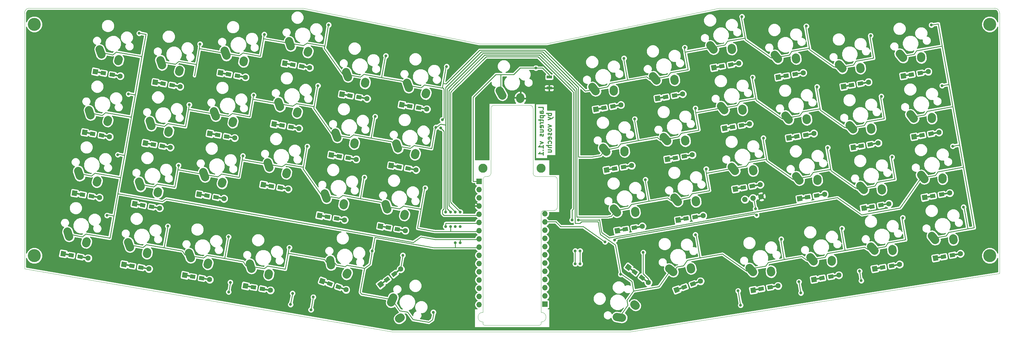
<source format=gbr>
%TF.GenerationSoftware,KiCad,Pcbnew,(5.0.1-3-g963ef8bb5)*%
%TF.CreationDate,2018-12-29T10:02:51-08:00*%
%TF.ProjectId,Laptreus-v1,4C617074726575732D76312E6B696361,rev?*%
%TF.SameCoordinates,Original*%
%TF.FileFunction,Copper,L2,Bot,Signal*%
%TF.FilePolarity,Positive*%
%FSLAX46Y46*%
G04 Gerber Fmt 4.6, Leading zero omitted, Abs format (unit mm)*
G04 Created by KiCad (PCBNEW (5.0.1-3-g963ef8bb5)) date Saturday, December 29, 2018 at 10:02:51 AM*
%MOMM*%
%LPD*%
G01*
G04 APERTURE LIST*
%TA.AperFunction,NonConductor*%
%ADD10C,0.300000*%
%TD*%
%TA.AperFunction,NonConductor*%
%ADD11C,0.100000*%
%TD*%
%TA.AperFunction,Conductor*%
%ADD12C,0.500000*%
%TD*%
%TA.AperFunction,Conductor*%
%ADD13C,0.100000*%
%TD*%
%TA.AperFunction,SMDPad,CuDef*%
%ADD14C,1.200000*%
%TD*%
%TA.AperFunction,ComponentPad*%
%ADD15C,1.600000*%
%TD*%
%TA.AperFunction,ViaPad*%
%ADD16C,0.900000*%
%TD*%
%TA.AperFunction,ComponentPad*%
%ADD17C,2.500000*%
%TD*%
%TA.AperFunction,Conductor*%
%ADD18C,2.500000*%
%TD*%
%TA.AperFunction,ComponentPad*%
%ADD19R,1.700000X1.700000*%
%TD*%
%TA.AperFunction,ComponentPad*%
%ADD20O,1.700000X1.700000*%
%TD*%
%TA.AperFunction,SMDPad,CuDef*%
%ADD21R,1.700000X0.900000*%
%TD*%
%TA.AperFunction,ComponentPad*%
%ADD22C,1.676400*%
%TD*%
%TA.AperFunction,ComponentPad*%
%ADD23C,2.800000*%
%TD*%
%TA.AperFunction,ComponentPad*%
%ADD24C,4.000000*%
%TD*%
%TA.AperFunction,Conductor*%
%ADD25C,0.250000*%
%TD*%
%TA.AperFunction,Conductor*%
%ADD26C,0.400000*%
%TD*%
%TA.AperFunction,Conductor*%
%ADD27C,0.254000*%
%TD*%
G04 APERTURE END LIST*
D10*
X243948632Y-86005830D02*
X242448632Y-86005830D01*
X243020061Y-86005830D02*
X242948632Y-86148687D01*
X242948632Y-86434401D01*
X243020061Y-86577258D01*
X243091489Y-86648687D01*
X243234346Y-86720116D01*
X243662918Y-86720116D01*
X243805775Y-86648687D01*
X243877203Y-86577258D01*
X243948632Y-86434401D01*
X243948632Y-86148687D01*
X243877203Y-86005830D01*
X242948632Y-87220116D02*
X243948632Y-87577258D01*
X242948632Y-87934401D02*
X243948632Y-87577258D01*
X244305775Y-87434401D01*
X244377203Y-87362973D01*
X244448632Y-87220116D01*
X242948632Y-89505830D02*
X243948632Y-89862973D01*
X242948632Y-90220116D01*
X243948632Y-91005830D02*
X243877203Y-90862973D01*
X243805775Y-90791544D01*
X243662918Y-90720116D01*
X243234346Y-90720116D01*
X243091489Y-90791544D01*
X243020061Y-90862973D01*
X242948632Y-91005830D01*
X242948632Y-91220116D01*
X243020061Y-91362973D01*
X243091489Y-91434401D01*
X243234346Y-91505830D01*
X243662918Y-91505830D01*
X243805775Y-91434401D01*
X243877203Y-91362973D01*
X243948632Y-91220116D01*
X243948632Y-91005830D01*
X243877203Y-92077258D02*
X243948632Y-92220116D01*
X243948632Y-92505830D01*
X243877203Y-92648687D01*
X243734346Y-92720116D01*
X243662918Y-92720116D01*
X243520061Y-92648687D01*
X243448632Y-92505830D01*
X243448632Y-92291544D01*
X243377203Y-92148687D01*
X243234346Y-92077258D01*
X243162918Y-92077258D01*
X243020061Y-92148687D01*
X242948632Y-92291544D01*
X242948632Y-92505830D01*
X243020061Y-92648687D01*
X243877203Y-93934401D02*
X243948632Y-93791544D01*
X243948632Y-93505830D01*
X243877203Y-93362973D01*
X243734346Y-93291544D01*
X243162918Y-93291544D01*
X243020061Y-93362973D01*
X242948632Y-93505830D01*
X242948632Y-93791544D01*
X243020061Y-93934401D01*
X243162918Y-94005830D01*
X243305775Y-94005830D01*
X243448632Y-93291544D01*
X243877203Y-95291544D02*
X243948632Y-95148687D01*
X243948632Y-94862973D01*
X243877203Y-94720116D01*
X243805775Y-94648687D01*
X243662918Y-94577258D01*
X243234346Y-94577258D01*
X243091489Y-94648687D01*
X243020061Y-94720116D01*
X242948632Y-94862973D01*
X242948632Y-95148687D01*
X243020061Y-95291544D01*
X243948632Y-95934401D02*
X242448632Y-95934401D01*
X243948632Y-96577258D02*
X243162918Y-96577258D01*
X243020061Y-96505830D01*
X242948632Y-96362973D01*
X242948632Y-96148687D01*
X243020061Y-96005830D01*
X243091489Y-95934401D01*
X242948632Y-97934401D02*
X243948632Y-97934401D01*
X242948632Y-97291544D02*
X243734346Y-97291544D01*
X243877203Y-97362973D01*
X243948632Y-97505830D01*
X243948632Y-97720116D01*
X243877203Y-97862973D01*
X243805775Y-97934401D01*
X241448632Y-84827258D02*
X241448632Y-84112973D01*
X239948632Y-84112973D01*
X241448632Y-85970116D02*
X240662918Y-85970116D01*
X240520061Y-85898687D01*
X240448632Y-85755830D01*
X240448632Y-85470116D01*
X240520061Y-85327258D01*
X241377203Y-85970116D02*
X241448632Y-85827258D01*
X241448632Y-85470116D01*
X241377203Y-85327258D01*
X241234346Y-85255830D01*
X241091489Y-85255830D01*
X240948632Y-85327258D01*
X240877203Y-85470116D01*
X240877203Y-85827258D01*
X240805775Y-85970116D01*
X240448632Y-86684401D02*
X241948632Y-86684401D01*
X240520061Y-86684401D02*
X240448632Y-86827258D01*
X240448632Y-87112973D01*
X240520061Y-87255830D01*
X240591489Y-87327258D01*
X240734346Y-87398687D01*
X241162918Y-87398687D01*
X241305775Y-87327258D01*
X241377203Y-87255830D01*
X241448632Y-87112973D01*
X241448632Y-86827258D01*
X241377203Y-86684401D01*
X240448632Y-87827258D02*
X240448632Y-88398687D01*
X239948632Y-88041544D02*
X241234346Y-88041544D01*
X241377203Y-88112973D01*
X241448632Y-88255830D01*
X241448632Y-88398687D01*
X241448632Y-88898687D02*
X240448632Y-88898687D01*
X240734346Y-88898687D02*
X240591489Y-88970116D01*
X240520061Y-89041544D01*
X240448632Y-89184401D01*
X240448632Y-89327258D01*
X241377203Y-90398687D02*
X241448632Y-90255830D01*
X241448632Y-89970116D01*
X241377203Y-89827258D01*
X241234346Y-89755830D01*
X240662918Y-89755830D01*
X240520061Y-89827258D01*
X240448632Y-89970116D01*
X240448632Y-90255830D01*
X240520061Y-90398687D01*
X240662918Y-90470116D01*
X240805775Y-90470116D01*
X240948632Y-89755830D01*
X240448632Y-91755830D02*
X241448632Y-91755830D01*
X240448632Y-91112973D02*
X241234346Y-91112973D01*
X241377203Y-91184401D01*
X241448632Y-91327258D01*
X241448632Y-91541544D01*
X241377203Y-91684401D01*
X241305775Y-91755830D01*
X241377203Y-92398687D02*
X241448632Y-92541544D01*
X241448632Y-92827258D01*
X241377203Y-92970116D01*
X241234346Y-93041544D01*
X241162918Y-93041544D01*
X241020061Y-92970116D01*
X240948632Y-92827258D01*
X240948632Y-92612973D01*
X240877203Y-92470116D01*
X240734346Y-92398687D01*
X240662918Y-92398687D01*
X240520061Y-92470116D01*
X240448632Y-92612973D01*
X240448632Y-92827258D01*
X240520061Y-92970116D01*
X240448632Y-94684401D02*
X241448632Y-95041544D01*
X240448632Y-95398687D01*
X241448632Y-96755830D02*
X241448632Y-95898687D01*
X241448632Y-96327258D02*
X239948632Y-96327258D01*
X240162918Y-96184401D01*
X240305775Y-96041544D01*
X240377203Y-95898687D01*
X241305775Y-97398687D02*
X241377203Y-97470116D01*
X241448632Y-97398687D01*
X241377203Y-97327258D01*
X241305775Y-97398687D01*
X241448632Y-97398687D01*
X241448632Y-98898687D02*
X241448632Y-98041544D01*
X241448632Y-98470116D02*
X239948632Y-98470116D01*
X240162918Y-98327258D01*
X240305775Y-98184401D01*
X240377203Y-98041544D01*
D11*
X240770059Y-150470119D02*
X240770059Y-150970119D01*
X240770062Y-146970117D02*
X240770060Y-147470118D01*
X240770067Y-147470119D02*
G75*
G02X240770059Y-150470119I-4J-1500000D01*
G01*
X222770064Y-150470119D02*
X222770064Y-150970119D01*
X222770065Y-150470114D02*
G75*
G02X222770059Y-147470118I-3J1499998D01*
G01*
X237270063Y-83470115D02*
G75*
G02X238270062Y-84470118I-2J-1000001D01*
G01*
X225270061Y-84470119D02*
G75*
G02X226270062Y-83470116I1000002J1D01*
G01*
X226270062Y-83470116D02*
X237270063Y-83470117D01*
X268270063Y-153470119D02*
X382270062Y-135470116D01*
X194770063Y-153470117D02*
X239270063Y-153470116D01*
X240770060Y-150970118D02*
G75*
G02X240270061Y-151470119I-500000J-1D01*
G01*
X223270064Y-151470119D02*
G75*
G02X222770064Y-150970119I0J500000D01*
G01*
X245770062Y-114970120D02*
G75*
G02X244770061Y-115970119I-1000000J1D01*
G01*
X223270064Y-151470117D02*
X240270061Y-151470119D01*
X244770061Y-105470118D02*
G75*
G02X245770060Y-106470119I-1J-1000000D01*
G01*
X380770063Y-53470116D02*
G75*
G02X382270060Y-54970119I-3J-1500000D01*
G01*
X81270064Y-54970119D02*
G75*
G02X82770060Y-53470119I1499998J2D01*
G01*
X225270060Y-104470118D02*
G75*
G02X224270060Y-105470118I-1000000J0D01*
G01*
X223770061Y-105470118D02*
X224270060Y-105470118D01*
X222770064Y-106470119D02*
G75*
G02X223770061Y-105470118I999999J2D01*
G01*
X240770059Y-116970114D02*
G75*
G02X241770063Y-115970118I1000000J-4D01*
G01*
X225270063Y-104470118D02*
X225270059Y-84470117D01*
X239270063Y-105470116D02*
G75*
G02X238270061Y-104470118I-2J1000000D01*
G01*
X238270061Y-104470118D02*
X238270062Y-84470117D01*
X244770060Y-105470119D02*
X239270064Y-105470119D01*
X241770063Y-115970118D02*
X244770061Y-115970119D01*
X240770060Y-116970118D02*
X240770062Y-146970117D01*
X82770060Y-53470119D02*
X167270060Y-53470120D01*
X242270062Y-64470119D02*
X295770061Y-53470120D01*
X221770061Y-64470116D02*
X242270062Y-64470119D01*
X167270060Y-53470120D02*
X221770061Y-64470116D01*
X239270063Y-153470116D02*
X268270063Y-153470119D01*
X245770060Y-106470119D02*
X245770063Y-114970117D01*
X222770059Y-147470118D02*
X222770064Y-106470119D01*
X81270064Y-133970119D02*
X194770063Y-153470117D01*
X295770061Y-53470120D02*
X380770061Y-53470118D01*
X81270062Y-54970118D02*
X81270064Y-133970119D01*
X382270060Y-54970119D02*
X382270062Y-135470116D01*
D12*
%TO.N,/COL10*%
%TO.C,D50*%
X358886544Y-73318193D03*
D13*
G36*
X360271103Y-72820201D02*
X360357927Y-73312605D01*
X357501985Y-73816185D01*
X357415161Y-73323781D01*
X360271103Y-72820201D01*
X360271103Y-72820201D01*
G37*
D14*
%TD*%
%TO.P,D50,2*%
%TO.N,/COL10*%
X357803256Y-73509206D03*
D13*
%TO.N,/COL10*%
%TO.C,D50*%
G36*
X358486913Y-72779403D02*
X358695291Y-73961172D01*
X357119599Y-74239009D01*
X356911221Y-73057240D01*
X358486913Y-72779403D01*
X358486913Y-72779403D01*
G37*
D14*
%TD*%
%TO.P,D50,1*%
%TO.N,Net-(D50-Pad1)*%
X355045794Y-73995420D03*
D13*
%TO.N,Net-(D50-Pad1)*%
%TO.C,D50*%
G36*
X355729451Y-73265617D02*
X355937829Y-74447386D01*
X354362137Y-74725223D01*
X354153759Y-73543454D01*
X355729451Y-73265617D01*
X355729451Y-73265617D01*
G37*
D12*
X353962506Y-74186433D03*
D13*
G36*
X355347065Y-73688441D02*
X355433889Y-74180845D01*
X352577947Y-74684425D01*
X352491123Y-74192021D01*
X355347065Y-73688441D01*
X355347065Y-73688441D01*
G37*
D15*
%TD*%
%TO.P,D50,2*%
%TO.N,/COL10*%
X360265275Y-73075085D03*
%TO.P,D50,1*%
%TO.N,Net-(D50-Pad1)*%
X352583775Y-74429541D03*
D13*
%TD*%
%TO.N,Net-(D50-Pad1)*%
%TO.C,D50*%
G36*
X353232703Y-73502776D02*
X353510540Y-75078469D01*
X351934847Y-75356306D01*
X351657010Y-73780613D01*
X353232703Y-73502776D01*
X353232703Y-73502776D01*
G37*
D12*
%TO.N,/COL9*%
%TO.C,D49*%
X362194542Y-92078777D03*
D13*
G36*
X363579101Y-91580785D02*
X363665925Y-92073189D01*
X360809983Y-92576769D01*
X360723159Y-92084365D01*
X363579101Y-91580785D01*
X363579101Y-91580785D01*
G37*
D14*
%TD*%
%TO.P,D49,2*%
%TO.N,/COL9*%
X361111254Y-92269790D03*
D13*
%TO.N,/COL9*%
%TO.C,D49*%
G36*
X361794911Y-91539987D02*
X362003289Y-92721756D01*
X360427597Y-92999593D01*
X360219219Y-91817824D01*
X361794911Y-91539987D01*
X361794911Y-91539987D01*
G37*
D14*
%TD*%
%TO.P,D49,1*%
%TO.N,Net-(D49-Pad1)*%
X358353792Y-92756004D03*
D13*
%TO.N,Net-(D49-Pad1)*%
%TO.C,D49*%
G36*
X359037449Y-92026201D02*
X359245827Y-93207970D01*
X357670135Y-93485807D01*
X357461757Y-92304038D01*
X359037449Y-92026201D01*
X359037449Y-92026201D01*
G37*
D12*
X357270504Y-92947017D03*
D13*
G36*
X358655063Y-92449025D02*
X358741887Y-92941429D01*
X355885945Y-93445009D01*
X355799121Y-92952605D01*
X358655063Y-92449025D01*
X358655063Y-92449025D01*
G37*
D15*
%TD*%
%TO.P,D49,2*%
%TO.N,/COL9*%
X363573273Y-91835669D03*
%TO.P,D49,1*%
%TO.N,Net-(D49-Pad1)*%
X355891773Y-93190125D03*
D13*
%TD*%
%TO.N,Net-(D49-Pad1)*%
%TO.C,D49*%
G36*
X356540701Y-92263360D02*
X356818538Y-93839053D01*
X355242845Y-94116890D01*
X354965008Y-92541197D01*
X356540701Y-92263360D01*
X356540701Y-92263360D01*
G37*
D12*
%TO.N,/COL8*%
%TO.C,D48*%
X365502538Y-110839365D03*
D13*
G36*
X366887097Y-110341373D02*
X366973921Y-110833777D01*
X364117979Y-111337357D01*
X364031155Y-110844953D01*
X366887097Y-110341373D01*
X366887097Y-110341373D01*
G37*
D14*
%TD*%
%TO.P,D48,2*%
%TO.N,/COL8*%
X364419250Y-111030378D03*
D13*
%TO.N,/COL8*%
%TO.C,D48*%
G36*
X365102907Y-110300575D02*
X365311285Y-111482344D01*
X363735593Y-111760181D01*
X363527215Y-110578412D01*
X365102907Y-110300575D01*
X365102907Y-110300575D01*
G37*
D14*
%TD*%
%TO.P,D48,1*%
%TO.N,Net-(D48-Pad1)*%
X361661788Y-111516592D03*
D13*
%TO.N,Net-(D48-Pad1)*%
%TO.C,D48*%
G36*
X362345445Y-110786789D02*
X362553823Y-111968558D01*
X360978131Y-112246395D01*
X360769753Y-111064626D01*
X362345445Y-110786789D01*
X362345445Y-110786789D01*
G37*
D12*
X360578500Y-111707605D03*
D13*
G36*
X361963059Y-111209613D02*
X362049883Y-111702017D01*
X359193941Y-112205597D01*
X359107117Y-111713193D01*
X361963059Y-111209613D01*
X361963059Y-111209613D01*
G37*
D15*
%TD*%
%TO.P,D48,2*%
%TO.N,/COL8*%
X366881269Y-110596257D03*
%TO.P,D48,1*%
%TO.N,Net-(D48-Pad1)*%
X359199769Y-111950713D03*
D13*
%TD*%
%TO.N,Net-(D48-Pad1)*%
%TO.C,D48*%
G36*
X359848697Y-111023948D02*
X360126534Y-112599641D01*
X358550841Y-112877478D01*
X358273004Y-111301785D01*
X359848697Y-111023948D01*
X359848697Y-111023948D01*
G37*
D12*
%TO.N,/COL7*%
%TO.C,D47*%
X368810535Y-129599957D03*
D13*
G36*
X370195094Y-129101965D02*
X370281918Y-129594369D01*
X367425976Y-130097949D01*
X367339152Y-129605545D01*
X370195094Y-129101965D01*
X370195094Y-129101965D01*
G37*
D14*
%TD*%
%TO.P,D47,2*%
%TO.N,/COL7*%
X367727247Y-129790970D03*
D13*
%TO.N,/COL7*%
%TO.C,D47*%
G36*
X368410904Y-129061167D02*
X368619282Y-130242936D01*
X367043590Y-130520773D01*
X366835212Y-129339004D01*
X368410904Y-129061167D01*
X368410904Y-129061167D01*
G37*
D14*
%TD*%
%TO.P,D47,1*%
%TO.N,Net-(D47-Pad1)*%
X364969785Y-130277184D03*
D13*
%TO.N,Net-(D47-Pad1)*%
%TO.C,D47*%
G36*
X365653442Y-129547381D02*
X365861820Y-130729150D01*
X364286128Y-131006987D01*
X364077750Y-129825218D01*
X365653442Y-129547381D01*
X365653442Y-129547381D01*
G37*
D12*
X363886497Y-130468197D03*
D13*
G36*
X365271056Y-129970205D02*
X365357880Y-130462609D01*
X362501938Y-130966189D01*
X362415114Y-130473785D01*
X365271056Y-129970205D01*
X365271056Y-129970205D01*
G37*
D15*
%TD*%
%TO.P,D47,2*%
%TO.N,/COL7*%
X370189266Y-129356849D03*
%TO.P,D47,1*%
%TO.N,Net-(D47-Pad1)*%
X362507766Y-130711305D03*
D13*
%TD*%
%TO.N,Net-(D47-Pad1)*%
%TO.C,D47*%
G36*
X363156694Y-129784540D02*
X363434531Y-131360233D01*
X361858838Y-131638070D01*
X361581001Y-130062377D01*
X363156694Y-129784540D01*
X363156694Y-129784540D01*
G37*
D12*
%TO.N,/COL10*%
%TO.C,D44*%
X350049947Y-132907949D03*
D13*
G36*
X351434506Y-132409957D02*
X351521330Y-132902361D01*
X348665388Y-133405941D01*
X348578564Y-132913537D01*
X351434506Y-132409957D01*
X351434506Y-132409957D01*
G37*
D14*
%TD*%
%TO.P,D44,2*%
%TO.N,/COL10*%
X348966659Y-133098962D03*
D13*
%TO.N,/COL10*%
%TO.C,D44*%
G36*
X349650316Y-132369159D02*
X349858694Y-133550928D01*
X348283002Y-133828765D01*
X348074624Y-132646996D01*
X349650316Y-132369159D01*
X349650316Y-132369159D01*
G37*
D14*
%TD*%
%TO.P,D44,1*%
%TO.N,Net-(D44-Pad1)*%
X346209197Y-133585176D03*
D13*
%TO.N,Net-(D44-Pad1)*%
%TO.C,D44*%
G36*
X346892854Y-132855373D02*
X347101232Y-134037142D01*
X345525540Y-134314979D01*
X345317162Y-133133210D01*
X346892854Y-132855373D01*
X346892854Y-132855373D01*
G37*
D12*
X345125909Y-133776189D03*
D13*
G36*
X346510468Y-133278197D02*
X346597292Y-133770601D01*
X343741350Y-134274181D01*
X343654526Y-133781777D01*
X346510468Y-133278197D01*
X346510468Y-133278197D01*
G37*
D15*
%TD*%
%TO.P,D44,2*%
%TO.N,/COL10*%
X351428678Y-132664841D03*
%TO.P,D44,1*%
%TO.N,Net-(D44-Pad1)*%
X343747178Y-134019297D03*
D13*
%TD*%
%TO.N,Net-(D44-Pad1)*%
%TO.C,D44*%
G36*
X344396106Y-133092532D02*
X344673943Y-134668225D01*
X343098250Y-134946062D01*
X342820413Y-133370369D01*
X344396106Y-133092532D01*
X344396106Y-133092532D01*
G37*
D12*
%TO.N,/COL10*%
%TO.C,D43*%
X346741946Y-114147366D03*
D13*
G36*
X348126505Y-113649374D02*
X348213329Y-114141778D01*
X345357387Y-114645358D01*
X345270563Y-114152954D01*
X348126505Y-113649374D01*
X348126505Y-113649374D01*
G37*
D14*
%TD*%
%TO.P,D43,2*%
%TO.N,/COL10*%
X345658658Y-114338379D03*
D13*
%TO.N,/COL10*%
%TO.C,D43*%
G36*
X346342315Y-113608576D02*
X346550693Y-114790345D01*
X344975001Y-115068182D01*
X344766623Y-113886413D01*
X346342315Y-113608576D01*
X346342315Y-113608576D01*
G37*
D14*
%TD*%
%TO.P,D43,1*%
%TO.N,Net-(D43-Pad1)*%
X342901196Y-114824593D03*
D13*
%TO.N,Net-(D43-Pad1)*%
%TO.C,D43*%
G36*
X343584853Y-114094790D02*
X343793231Y-115276559D01*
X342217539Y-115554396D01*
X342009161Y-114372627D01*
X343584853Y-114094790D01*
X343584853Y-114094790D01*
G37*
D12*
X341817908Y-115015606D03*
D13*
G36*
X343202467Y-114517614D02*
X343289291Y-115010018D01*
X340433349Y-115513598D01*
X340346525Y-115021194D01*
X343202467Y-114517614D01*
X343202467Y-114517614D01*
G37*
D15*
%TD*%
%TO.P,D43,2*%
%TO.N,/COL10*%
X348120677Y-113904258D03*
%TO.P,D43,1*%
%TO.N,Net-(D43-Pad1)*%
X340439177Y-115258714D03*
D13*
%TD*%
%TO.N,Net-(D43-Pad1)*%
%TO.C,D43*%
G36*
X341088105Y-114331949D02*
X341365942Y-115907642D01*
X339790249Y-116185479D01*
X339512412Y-114609786D01*
X341088105Y-114331949D01*
X341088105Y-114331949D01*
G37*
D12*
%TO.N,/COL10*%
%TO.C,D42*%
X343433946Y-95386773D03*
D13*
G36*
X344818505Y-94888781D02*
X344905329Y-95381185D01*
X342049387Y-95884765D01*
X341962563Y-95392361D01*
X344818505Y-94888781D01*
X344818505Y-94888781D01*
G37*
D14*
%TD*%
%TO.P,D42,2*%
%TO.N,/COL10*%
X342350658Y-95577786D03*
D13*
%TO.N,/COL10*%
%TO.C,D42*%
G36*
X343034315Y-94847983D02*
X343242693Y-96029752D01*
X341667001Y-96307589D01*
X341458623Y-95125820D01*
X343034315Y-94847983D01*
X343034315Y-94847983D01*
G37*
D14*
%TD*%
%TO.P,D42,1*%
%TO.N,Net-(D42-Pad1)*%
X339593196Y-96064000D03*
D13*
%TO.N,Net-(D42-Pad1)*%
%TO.C,D42*%
G36*
X340276853Y-95334197D02*
X340485231Y-96515966D01*
X338909539Y-96793803D01*
X338701161Y-95612034D01*
X340276853Y-95334197D01*
X340276853Y-95334197D01*
G37*
D12*
X338509908Y-96255013D03*
D13*
G36*
X339894467Y-95757021D02*
X339981291Y-96249425D01*
X337125349Y-96753005D01*
X337038525Y-96260601D01*
X339894467Y-95757021D01*
X339894467Y-95757021D01*
G37*
D15*
%TD*%
%TO.P,D42,2*%
%TO.N,/COL10*%
X344812677Y-95143665D03*
%TO.P,D42,1*%
%TO.N,Net-(D42-Pad1)*%
X337131177Y-96498121D03*
D13*
%TD*%
%TO.N,Net-(D42-Pad1)*%
%TO.C,D42*%
G36*
X337780105Y-95571356D02*
X338057942Y-97147049D01*
X336482249Y-97424886D01*
X336204412Y-95849193D01*
X337780105Y-95571356D01*
X337780105Y-95571356D01*
G37*
D12*
%TO.N,/COL10*%
%TO.C,D41*%
X340421399Y-76574095D03*
D13*
G36*
X341805958Y-76076103D02*
X341892782Y-76568507D01*
X339036840Y-77072087D01*
X338950016Y-76579683D01*
X341805958Y-76076103D01*
X341805958Y-76076103D01*
G37*
D14*
%TD*%
%TO.P,D41,2*%
%TO.N,/COL10*%
X339338111Y-76765108D03*
D13*
%TO.N,/COL10*%
%TO.C,D41*%
G36*
X340021768Y-76035305D02*
X340230146Y-77217074D01*
X338654454Y-77494911D01*
X338446076Y-76313142D01*
X340021768Y-76035305D01*
X340021768Y-76035305D01*
G37*
D14*
%TD*%
%TO.P,D41,1*%
%TO.N,Net-(D41-Pad1)*%
X336580649Y-77251322D03*
D13*
%TO.N,Net-(D41-Pad1)*%
%TO.C,D41*%
G36*
X337264306Y-76521519D02*
X337472684Y-77703288D01*
X335896992Y-77981125D01*
X335688614Y-76799356D01*
X337264306Y-76521519D01*
X337264306Y-76521519D01*
G37*
D12*
X335497361Y-77442335D03*
D13*
G36*
X336881920Y-76944343D02*
X336968744Y-77436747D01*
X334112802Y-77940327D01*
X334025978Y-77447923D01*
X336881920Y-76944343D01*
X336881920Y-76944343D01*
G37*
D15*
%TD*%
%TO.P,D41,2*%
%TO.N,/COL10*%
X341800130Y-76330987D03*
%TO.P,D41,1*%
%TO.N,Net-(D41-Pad1)*%
X334118630Y-77685443D03*
D13*
%TD*%
%TO.N,Net-(D41-Pad1)*%
%TO.C,D41*%
G36*
X334767558Y-76758678D02*
X335045395Y-78334371D01*
X333469702Y-78612208D01*
X333191865Y-77036515D01*
X334767558Y-76758678D01*
X334767558Y-76758678D01*
G37*
D12*
%TO.N,/COL9*%
%TO.C,D40*%
X331289365Y-136215950D03*
D13*
G36*
X332673924Y-135717958D02*
X332760748Y-136210362D01*
X329904806Y-136713942D01*
X329817982Y-136221538D01*
X332673924Y-135717958D01*
X332673924Y-135717958D01*
G37*
D14*
%TD*%
%TO.P,D40,2*%
%TO.N,/COL9*%
X330206077Y-136406963D03*
D13*
%TO.N,/COL9*%
%TO.C,D40*%
G36*
X330889734Y-135677160D02*
X331098112Y-136858929D01*
X329522420Y-137136766D01*
X329314042Y-135954997D01*
X330889734Y-135677160D01*
X330889734Y-135677160D01*
G37*
D14*
%TD*%
%TO.P,D40,1*%
%TO.N,Net-(D40-Pad1)*%
X327448615Y-136893177D03*
D13*
%TO.N,Net-(D40-Pad1)*%
%TO.C,D40*%
G36*
X328132272Y-136163374D02*
X328340650Y-137345143D01*
X326764958Y-137622980D01*
X326556580Y-136441211D01*
X328132272Y-136163374D01*
X328132272Y-136163374D01*
G37*
D12*
X326365327Y-137084190D03*
D13*
G36*
X327749886Y-136586198D02*
X327836710Y-137078602D01*
X324980768Y-137582182D01*
X324893944Y-137089778D01*
X327749886Y-136586198D01*
X327749886Y-136586198D01*
G37*
D15*
%TD*%
%TO.P,D40,2*%
%TO.N,/COL9*%
X332668096Y-135972842D03*
%TO.P,D40,1*%
%TO.N,Net-(D40-Pad1)*%
X324986596Y-137327298D03*
D13*
%TD*%
%TO.N,Net-(D40-Pad1)*%
%TO.C,D40*%
G36*
X325635524Y-136400533D02*
X325913361Y-137976226D01*
X324337668Y-138254063D01*
X324059831Y-136678370D01*
X325635524Y-136400533D01*
X325635524Y-136400533D01*
G37*
D12*
%TO.N,/COL9*%
%TO.C,D39*%
X326878693Y-111201828D03*
D13*
G36*
X328263252Y-110703836D02*
X328350076Y-111196240D01*
X325494134Y-111699820D01*
X325407310Y-111207416D01*
X328263252Y-110703836D01*
X328263252Y-110703836D01*
G37*
D14*
%TD*%
%TO.P,D39,2*%
%TO.N,/COL9*%
X325795405Y-111392841D03*
D13*
%TO.N,/COL9*%
%TO.C,D39*%
G36*
X326479062Y-110663038D02*
X326687440Y-111844807D01*
X325111748Y-112122644D01*
X324903370Y-110940875D01*
X326479062Y-110663038D01*
X326479062Y-110663038D01*
G37*
D14*
%TD*%
%TO.P,D39,1*%
%TO.N,Net-(D39-Pad1)*%
X323037943Y-111879055D03*
D13*
%TO.N,Net-(D39-Pad1)*%
%TO.C,D39*%
G36*
X323721600Y-111149252D02*
X323929978Y-112331021D01*
X322354286Y-112608858D01*
X322145908Y-111427089D01*
X323721600Y-111149252D01*
X323721600Y-111149252D01*
G37*
D12*
X321954655Y-112070068D03*
D13*
G36*
X323339214Y-111572076D02*
X323426038Y-112064480D01*
X320570096Y-112568060D01*
X320483272Y-112075656D01*
X323339214Y-111572076D01*
X323339214Y-111572076D01*
G37*
D15*
%TD*%
%TO.P,D39,2*%
%TO.N,/COL9*%
X328257424Y-110958720D03*
%TO.P,D39,1*%
%TO.N,Net-(D39-Pad1)*%
X320575924Y-112313176D03*
D13*
%TD*%
%TO.N,Net-(D39-Pad1)*%
%TO.C,D39*%
G36*
X321224852Y-111386411D02*
X321502689Y-112962104D01*
X319926996Y-113239941D01*
X319649159Y-111664248D01*
X321224852Y-111386411D01*
X321224852Y-111386411D01*
G37*
D12*
%TO.N,/COL9*%
%TO.C,D38*%
X323570696Y-92441245D03*
D13*
G36*
X324955255Y-91943253D02*
X325042079Y-92435657D01*
X322186137Y-92939237D01*
X322099313Y-92446833D01*
X324955255Y-91943253D01*
X324955255Y-91943253D01*
G37*
D14*
%TD*%
%TO.P,D38,2*%
%TO.N,/COL9*%
X322487408Y-92632258D03*
D13*
%TO.N,/COL9*%
%TO.C,D38*%
G36*
X323171065Y-91902455D02*
X323379443Y-93084224D01*
X321803751Y-93362061D01*
X321595373Y-92180292D01*
X323171065Y-91902455D01*
X323171065Y-91902455D01*
G37*
D14*
%TD*%
%TO.P,D38,1*%
%TO.N,Net-(D38-Pad1)*%
X319729946Y-93118472D03*
D13*
%TO.N,Net-(D38-Pad1)*%
%TO.C,D38*%
G36*
X320413603Y-92388669D02*
X320621981Y-93570438D01*
X319046289Y-93848275D01*
X318837911Y-92666506D01*
X320413603Y-92388669D01*
X320413603Y-92388669D01*
G37*
D12*
X318646658Y-93309485D03*
D13*
G36*
X320031217Y-92811493D02*
X320118041Y-93303897D01*
X317262099Y-93807477D01*
X317175275Y-93315073D01*
X320031217Y-92811493D01*
X320031217Y-92811493D01*
G37*
D15*
%TD*%
%TO.P,D38,2*%
%TO.N,/COL9*%
X324949427Y-92198137D03*
%TO.P,D38,1*%
%TO.N,Net-(D38-Pad1)*%
X317267927Y-93552593D03*
D13*
%TD*%
%TO.N,Net-(D38-Pad1)*%
%TO.C,D38*%
G36*
X317916855Y-92625828D02*
X318194692Y-94201521D01*
X316618999Y-94479358D01*
X316341162Y-92903665D01*
X317916855Y-92625828D01*
X317916855Y-92625828D01*
G37*
D12*
%TO.N,/COL9*%
%TO.C,D37*%
X320262700Y-73680657D03*
D13*
G36*
X321647259Y-73182665D02*
X321734083Y-73675069D01*
X318878141Y-74178649D01*
X318791317Y-73686245D01*
X321647259Y-73182665D01*
X321647259Y-73182665D01*
G37*
D14*
%TD*%
%TO.P,D37,2*%
%TO.N,/COL9*%
X319179412Y-73871670D03*
D13*
%TO.N,/COL9*%
%TO.C,D37*%
G36*
X319863069Y-73141867D02*
X320071447Y-74323636D01*
X318495755Y-74601473D01*
X318287377Y-73419704D01*
X319863069Y-73141867D01*
X319863069Y-73141867D01*
G37*
D14*
%TD*%
%TO.P,D37,1*%
%TO.N,Net-(D37-Pad1)*%
X316421950Y-74357884D03*
D13*
%TO.N,Net-(D37-Pad1)*%
%TO.C,D37*%
G36*
X317105607Y-73628081D02*
X317313985Y-74809850D01*
X315738293Y-75087687D01*
X315529915Y-73905918D01*
X317105607Y-73628081D01*
X317105607Y-73628081D01*
G37*
D12*
X315338662Y-74548897D03*
D13*
G36*
X316723221Y-74050905D02*
X316810045Y-74543309D01*
X313954103Y-75046889D01*
X313867279Y-74554485D01*
X316723221Y-74050905D01*
X316723221Y-74050905D01*
G37*
D15*
%TD*%
%TO.P,D37,2*%
%TO.N,/COL9*%
X321641431Y-73437549D03*
%TO.P,D37,1*%
%TO.N,Net-(D37-Pad1)*%
X313959931Y-74792005D03*
D13*
%TD*%
%TO.N,Net-(D37-Pad1)*%
%TO.C,D37*%
G36*
X314608859Y-73865240D02*
X314886696Y-75440933D01*
X313311003Y-75718770D01*
X313033166Y-74143077D01*
X314608859Y-73865240D01*
X314608859Y-73865240D01*
G37*
D12*
%TO.N,/COL8*%
%TO.C,D36*%
X312528776Y-139523945D03*
D13*
G36*
X313913335Y-139025953D02*
X314000159Y-139518357D01*
X311144217Y-140021937D01*
X311057393Y-139529533D01*
X313913335Y-139025953D01*
X313913335Y-139025953D01*
G37*
D14*
%TD*%
%TO.P,D36,2*%
%TO.N,/COL8*%
X311445488Y-139714958D03*
D13*
%TO.N,/COL8*%
%TO.C,D36*%
G36*
X312129145Y-138985155D02*
X312337523Y-140166924D01*
X310761831Y-140444761D01*
X310553453Y-139262992D01*
X312129145Y-138985155D01*
X312129145Y-138985155D01*
G37*
D14*
%TD*%
%TO.P,D36,1*%
%TO.N,Net-(D36-Pad1)*%
X308688026Y-140201172D03*
D13*
%TO.N,Net-(D36-Pad1)*%
%TO.C,D36*%
G36*
X309371683Y-139471369D02*
X309580061Y-140653138D01*
X308004369Y-140930975D01*
X307795991Y-139749206D01*
X309371683Y-139471369D01*
X309371683Y-139471369D01*
G37*
D12*
X307604738Y-140392185D03*
D13*
G36*
X308989297Y-139894193D02*
X309076121Y-140386597D01*
X306220179Y-140890177D01*
X306133355Y-140397773D01*
X308989297Y-139894193D01*
X308989297Y-139894193D01*
G37*
D15*
%TD*%
%TO.P,D36,2*%
%TO.N,/COL8*%
X313907507Y-139280837D03*
%TO.P,D36,1*%
%TO.N,Net-(D36-Pad1)*%
X306226007Y-140635293D03*
D13*
%TD*%
%TO.N,Net-(D36-Pad1)*%
%TO.C,D36*%
G36*
X306874935Y-139708528D02*
X307152772Y-141284221D01*
X305577079Y-141562058D01*
X305299242Y-139986365D01*
X306874935Y-139708528D01*
X306874935Y-139708528D01*
G37*
D12*
%TO.N,/COL8*%
%TO.C,D35*%
X307015438Y-108256295D03*
D13*
G36*
X308399997Y-107758303D02*
X308486821Y-108250707D01*
X305630879Y-108754287D01*
X305544055Y-108261883D01*
X308399997Y-107758303D01*
X308399997Y-107758303D01*
G37*
D14*
%TD*%
%TO.P,D35,2*%
%TO.N,/COL8*%
X305932150Y-108447308D03*
D13*
%TO.N,/COL8*%
%TO.C,D35*%
G36*
X306615807Y-107717505D02*
X306824185Y-108899274D01*
X305248493Y-109177111D01*
X305040115Y-107995342D01*
X306615807Y-107717505D01*
X306615807Y-107717505D01*
G37*
D14*
%TD*%
%TO.P,D35,1*%
%TO.N,Net-(D35-Pad1)*%
X303174688Y-108933522D03*
D13*
%TO.N,Net-(D35-Pad1)*%
%TO.C,D35*%
G36*
X303858345Y-108203719D02*
X304066723Y-109385488D01*
X302491031Y-109663325D01*
X302282653Y-108481556D01*
X303858345Y-108203719D01*
X303858345Y-108203719D01*
G37*
D12*
X302091400Y-109124535D03*
D13*
G36*
X303475959Y-108626543D02*
X303562783Y-109118947D01*
X300706841Y-109622527D01*
X300620017Y-109130123D01*
X303475959Y-108626543D01*
X303475959Y-108626543D01*
G37*
D15*
%TD*%
%TO.P,D35,2*%
%TO.N,/COL8*%
X308394169Y-108013187D03*
%TO.P,D35,1*%
%TO.N,Net-(D35-Pad1)*%
X300712669Y-109367643D03*
D13*
%TD*%
%TO.N,Net-(D35-Pad1)*%
%TO.C,D35*%
G36*
X301361597Y-108440878D02*
X301639434Y-110016571D01*
X300063741Y-110294408D01*
X299785904Y-108718715D01*
X301361597Y-108440878D01*
X301361597Y-108440878D01*
G37*
D12*
%TO.N,/COL8*%
%TO.C,D34*%
X303707449Y-89495710D03*
D13*
G36*
X305092008Y-88997718D02*
X305178832Y-89490122D01*
X302322890Y-89993702D01*
X302236066Y-89501298D01*
X305092008Y-88997718D01*
X305092008Y-88997718D01*
G37*
D14*
%TD*%
%TO.P,D34,2*%
%TO.N,/COL8*%
X302624161Y-89686723D03*
D13*
%TO.N,/COL8*%
%TO.C,D34*%
G36*
X303307818Y-88956920D02*
X303516196Y-90138689D01*
X301940504Y-90416526D01*
X301732126Y-89234757D01*
X303307818Y-88956920D01*
X303307818Y-88956920D01*
G37*
D14*
%TD*%
%TO.P,D34,1*%
%TO.N,Net-(D34-Pad1)*%
X299866699Y-90172937D03*
D13*
%TO.N,Net-(D34-Pad1)*%
%TO.C,D34*%
G36*
X300550356Y-89443134D02*
X300758734Y-90624903D01*
X299183042Y-90902740D01*
X298974664Y-89720971D01*
X300550356Y-89443134D01*
X300550356Y-89443134D01*
G37*
D12*
X298783411Y-90363950D03*
D13*
G36*
X300167970Y-89865958D02*
X300254794Y-90358362D01*
X297398852Y-90861942D01*
X297312028Y-90369538D01*
X300167970Y-89865958D01*
X300167970Y-89865958D01*
G37*
D15*
%TD*%
%TO.P,D34,2*%
%TO.N,/COL8*%
X305086180Y-89252602D03*
%TO.P,D34,1*%
%TO.N,Net-(D34-Pad1)*%
X297404680Y-90607058D03*
D13*
%TD*%
%TO.N,Net-(D34-Pad1)*%
%TO.C,D34*%
G36*
X298053608Y-89680293D02*
X298331445Y-91255986D01*
X296755752Y-91533823D01*
X296477915Y-89958130D01*
X298053608Y-89680293D01*
X298053608Y-89680293D01*
G37*
D12*
%TO.N,/COL8*%
%TO.C,D33*%
X300399445Y-70735124D03*
D13*
G36*
X301784004Y-70237132D02*
X301870828Y-70729536D01*
X299014886Y-71233116D01*
X298928062Y-70740712D01*
X301784004Y-70237132D01*
X301784004Y-70237132D01*
G37*
D14*
%TD*%
%TO.P,D33,2*%
%TO.N,/COL8*%
X299316157Y-70926137D03*
D13*
%TO.N,/COL8*%
%TO.C,D33*%
G36*
X299999814Y-70196334D02*
X300208192Y-71378103D01*
X298632500Y-71655940D01*
X298424122Y-70474171D01*
X299999814Y-70196334D01*
X299999814Y-70196334D01*
G37*
D14*
%TD*%
%TO.P,D33,1*%
%TO.N,Net-(D33-Pad1)*%
X296558695Y-71412351D03*
D13*
%TO.N,Net-(D33-Pad1)*%
%TO.C,D33*%
G36*
X297242352Y-70682548D02*
X297450730Y-71864317D01*
X295875038Y-72142154D01*
X295666660Y-70960385D01*
X297242352Y-70682548D01*
X297242352Y-70682548D01*
G37*
D12*
X295475407Y-71603364D03*
D13*
G36*
X296859966Y-71105372D02*
X296946790Y-71597776D01*
X294090848Y-72101356D01*
X294004024Y-71608952D01*
X296859966Y-71105372D01*
X296859966Y-71105372D01*
G37*
D15*
%TD*%
%TO.P,D33,2*%
%TO.N,/COL8*%
X301778176Y-70492016D03*
%TO.P,D33,1*%
%TO.N,Net-(D33-Pad1)*%
X294096676Y-71846472D03*
D13*
%TD*%
%TO.N,Net-(D33-Pad1)*%
%TO.C,D33*%
G36*
X294745604Y-70919707D02*
X295023441Y-72495400D01*
X293447748Y-72773237D01*
X293169911Y-71197544D01*
X294745604Y-70919707D01*
X294745604Y-70919707D01*
G37*
D12*
%TO.N,/COL7*%
%TO.C,D32*%
X288611297Y-138323392D03*
D13*
G36*
X289888346Y-137592540D02*
X290059356Y-138062386D01*
X287334248Y-139054244D01*
X287163238Y-138584398D01*
X289888346Y-137592540D01*
X289888346Y-137592540D01*
G37*
D14*
%TD*%
%TO.P,D32,2*%
%TO.N,/COL7*%
X287577635Y-138699614D03*
D13*
%TO.N,/COL7*%
%TO.C,D32*%
G36*
X288124177Y-137862182D02*
X288534601Y-138989813D01*
X287031093Y-139537046D01*
X286620669Y-138409415D01*
X288124177Y-137862182D01*
X288124177Y-137862182D01*
G37*
D14*
%TD*%
%TO.P,D32,1*%
%TO.N,Net-(D32-Pad1)*%
X284946495Y-139657270D03*
D13*
%TO.N,Net-(D32-Pad1)*%
%TO.C,D32*%
G36*
X285493037Y-138819838D02*
X285903461Y-139947469D01*
X284399953Y-140494702D01*
X283989529Y-139367071D01*
X285493037Y-138819838D01*
X285493037Y-138819838D01*
G37*
D12*
X283912833Y-140033492D03*
D13*
G36*
X285189882Y-139302640D02*
X285360892Y-139772486D01*
X282635784Y-140764344D01*
X282464774Y-140294498D01*
X285189882Y-139302640D01*
X285189882Y-139302640D01*
G37*
D15*
%TD*%
%TO.P,D32,2*%
%TO.N,/COL7*%
X289926866Y-137844563D03*
%TO.P,D32,1*%
%TO.N,Net-(D32-Pad1)*%
X282597264Y-140512321D03*
D13*
%TD*%
%TO.N,Net-(D32-Pad1)*%
%TO.C,D32*%
G36*
X283075402Y-139486951D02*
X283622634Y-140990459D01*
X282119126Y-141537691D01*
X281571894Y-140034183D01*
X283075402Y-139486951D01*
X283075402Y-139486951D01*
G37*
D12*
%TO.N,/COL7*%
%TO.C,D31*%
X289357523Y-117817829D03*
D13*
G36*
X290742082Y-117319837D02*
X290828906Y-117812241D01*
X287972964Y-118315821D01*
X287886140Y-117823417D01*
X290742082Y-117319837D01*
X290742082Y-117319837D01*
G37*
D14*
%TD*%
%TO.P,D31,2*%
%TO.N,/COL7*%
X288274235Y-118008842D03*
D13*
%TO.N,/COL7*%
%TO.C,D31*%
G36*
X288957892Y-117279039D02*
X289166270Y-118460808D01*
X287590578Y-118738645D01*
X287382200Y-117556876D01*
X288957892Y-117279039D01*
X288957892Y-117279039D01*
G37*
D14*
%TD*%
%TO.P,D31,1*%
%TO.N,Net-(D31-Pad1)*%
X285516773Y-118495056D03*
D13*
%TO.N,Net-(D31-Pad1)*%
%TO.C,D31*%
G36*
X286200430Y-117765253D02*
X286408808Y-118947022D01*
X284833116Y-119224859D01*
X284624738Y-118043090D01*
X286200430Y-117765253D01*
X286200430Y-117765253D01*
G37*
D12*
X284433485Y-118686069D03*
D13*
G36*
X285818044Y-118188077D02*
X285904868Y-118680481D01*
X283048926Y-119184061D01*
X282962102Y-118691657D01*
X285818044Y-118188077D01*
X285818044Y-118188077D01*
G37*
D15*
%TD*%
%TO.P,D31,2*%
%TO.N,/COL7*%
X290736254Y-117574721D03*
%TO.P,D31,1*%
%TO.N,Net-(D31-Pad1)*%
X283054754Y-118929177D03*
D13*
%TD*%
%TO.N,Net-(D31-Pad1)*%
%TO.C,D31*%
G36*
X283703682Y-118002412D02*
X283981519Y-119578105D01*
X282405826Y-119855942D01*
X282127989Y-118280249D01*
X283703682Y-118002412D01*
X283703682Y-118002412D01*
G37*
D12*
%TO.N,/COL7*%
%TO.C,D30*%
X286049521Y-99057240D03*
D13*
G36*
X287434080Y-98559248D02*
X287520904Y-99051652D01*
X284664962Y-99555232D01*
X284578138Y-99062828D01*
X287434080Y-98559248D01*
X287434080Y-98559248D01*
G37*
D14*
%TD*%
%TO.P,D30,2*%
%TO.N,/COL7*%
X284966233Y-99248253D03*
D13*
%TO.N,/COL7*%
%TO.C,D30*%
G36*
X285649890Y-98518450D02*
X285858268Y-99700219D01*
X284282576Y-99978056D01*
X284074198Y-98796287D01*
X285649890Y-98518450D01*
X285649890Y-98518450D01*
G37*
D14*
%TD*%
%TO.P,D30,1*%
%TO.N,Net-(D30-Pad1)*%
X282208771Y-99734467D03*
D13*
%TO.N,Net-(D30-Pad1)*%
%TO.C,D30*%
G36*
X282892428Y-99004664D02*
X283100806Y-100186433D01*
X281525114Y-100464270D01*
X281316736Y-99282501D01*
X282892428Y-99004664D01*
X282892428Y-99004664D01*
G37*
D12*
X281125483Y-99925480D03*
D13*
G36*
X282510042Y-99427488D02*
X282596866Y-99919892D01*
X279740924Y-100423472D01*
X279654100Y-99931068D01*
X282510042Y-99427488D01*
X282510042Y-99427488D01*
G37*
D15*
%TD*%
%TO.P,D30,2*%
%TO.N,/COL7*%
X287428252Y-98814132D03*
%TO.P,D30,1*%
%TO.N,Net-(D30-Pad1)*%
X279746752Y-100168588D03*
D13*
%TD*%
%TO.N,Net-(D30-Pad1)*%
%TO.C,D30*%
G36*
X280395680Y-99241823D02*
X280673517Y-100817516D01*
X279097824Y-101095353D01*
X278819987Y-99519660D01*
X280395680Y-99241823D01*
X280395680Y-99241823D01*
G37*
D12*
%TO.N,/COL7*%
%TO.C,D29*%
X283036969Y-80244557D03*
D13*
G36*
X284421528Y-79746565D02*
X284508352Y-80238969D01*
X281652410Y-80742549D01*
X281565586Y-80250145D01*
X284421528Y-79746565D01*
X284421528Y-79746565D01*
G37*
D14*
%TD*%
%TO.P,D29,2*%
%TO.N,/COL7*%
X281953681Y-80435570D03*
D13*
%TO.N,/COL7*%
%TO.C,D29*%
G36*
X282637338Y-79705767D02*
X282845716Y-80887536D01*
X281270024Y-81165373D01*
X281061646Y-79983604D01*
X282637338Y-79705767D01*
X282637338Y-79705767D01*
G37*
D14*
%TD*%
%TO.P,D29,1*%
%TO.N,Net-(D29-Pad1)*%
X279196219Y-80921784D03*
D13*
%TO.N,Net-(D29-Pad1)*%
%TO.C,D29*%
G36*
X279879876Y-80191981D02*
X280088254Y-81373750D01*
X278512562Y-81651587D01*
X278304184Y-80469818D01*
X279879876Y-80191981D01*
X279879876Y-80191981D01*
G37*
D12*
X278112931Y-81112797D03*
D13*
G36*
X279497490Y-80614805D02*
X279584314Y-81107209D01*
X276728372Y-81610789D01*
X276641548Y-81118385D01*
X279497490Y-80614805D01*
X279497490Y-80614805D01*
G37*
D15*
%TD*%
%TO.P,D29,2*%
%TO.N,/COL7*%
X284415700Y-80001449D03*
%TO.P,D29,1*%
%TO.N,Net-(D29-Pad1)*%
X276734200Y-81355905D03*
D13*
%TD*%
%TO.N,Net-(D29-Pad1)*%
%TO.C,D29*%
G36*
X277383128Y-80429140D02*
X277660965Y-82004833D01*
X276085272Y-82282670D01*
X275807435Y-80706977D01*
X277383128Y-80429140D01*
X277383128Y-80429140D01*
G37*
D12*
%TO.N,/COL6*%
%TO.C,D28*%
X272744174Y-137422112D03*
D13*
G36*
X274046727Y-138106478D02*
X273742346Y-138503154D01*
X271441621Y-136737746D01*
X271746002Y-136341070D01*
X274046727Y-138106478D01*
X274046727Y-138106478D01*
G37*
D14*
%TD*%
%TO.P,D28,2*%
%TO.N,/COL6*%
X271871486Y-136752474D03*
D13*
%TO.N,/COL6*%
%TO.C,D28*%
G36*
X272871426Y-136763471D02*
X272140912Y-137715495D01*
X270871546Y-136741477D01*
X271602060Y-135789453D01*
X272871426Y-136763471D01*
X272871426Y-136763471D01*
G37*
D14*
%TD*%
%TO.P,D28,1*%
%TO.N,Net-(D28-Pad1)*%
X269650096Y-135047942D03*
D13*
%TO.N,Net-(D28-Pad1)*%
%TO.C,D28*%
G36*
X270650036Y-135058939D02*
X269919522Y-136010963D01*
X268650156Y-135036945D01*
X269380670Y-134084921D01*
X270650036Y-135058939D01*
X270650036Y-135058939D01*
G37*
D12*
X268777408Y-134378304D03*
D13*
G36*
X270079961Y-135062670D02*
X269775580Y-135459346D01*
X267474855Y-133693938D01*
X267779236Y-133297262D01*
X270079961Y-135062670D01*
X270079961Y-135062670D01*
G37*
D15*
%TD*%
%TO.P,D28,2*%
%TO.N,/COL6*%
X273854869Y-138274378D03*
%TO.P,D28,1*%
%TO.N,Net-(D28-Pad1)*%
X267666713Y-133526038D03*
D13*
%TD*%
%TO.N,Net-(D28-Pad1)*%
%TO.C,D28*%
G36*
X268788405Y-133378364D02*
X267814387Y-134647730D01*
X266545021Y-133673712D01*
X267519039Y-132404346D01*
X268788405Y-133378364D01*
X268788405Y-133378364D01*
G37*
D12*
%TO.N,/COL6*%
%TO.C,D27*%
X270596938Y-121125832D03*
D13*
G36*
X271981497Y-120627840D02*
X272068321Y-121120244D01*
X269212379Y-121623824D01*
X269125555Y-121131420D01*
X271981497Y-120627840D01*
X271981497Y-120627840D01*
G37*
D14*
%TD*%
%TO.P,D27,2*%
%TO.N,/COL6*%
X269513650Y-121316845D03*
D13*
%TO.N,/COL6*%
%TO.C,D27*%
G36*
X270197307Y-120587042D02*
X270405685Y-121768811D01*
X268829993Y-122046648D01*
X268621615Y-120864879D01*
X270197307Y-120587042D01*
X270197307Y-120587042D01*
G37*
D14*
%TD*%
%TO.P,D27,1*%
%TO.N,Net-(D27-Pad1)*%
X266756188Y-121803059D03*
D13*
%TO.N,Net-(D27-Pad1)*%
%TO.C,D27*%
G36*
X267439845Y-121073256D02*
X267648223Y-122255025D01*
X266072531Y-122532862D01*
X265864153Y-121351093D01*
X267439845Y-121073256D01*
X267439845Y-121073256D01*
G37*
D12*
X265672900Y-121994072D03*
D13*
G36*
X267057459Y-121496080D02*
X267144283Y-121988484D01*
X264288341Y-122492064D01*
X264201517Y-121999660D01*
X267057459Y-121496080D01*
X267057459Y-121496080D01*
G37*
D15*
%TD*%
%TO.P,D27,2*%
%TO.N,/COL6*%
X271975669Y-120882724D03*
%TO.P,D27,1*%
%TO.N,Net-(D27-Pad1)*%
X264294169Y-122237180D03*
D13*
%TD*%
%TO.N,Net-(D27-Pad1)*%
%TO.C,D27*%
G36*
X264943097Y-121310415D02*
X265220934Y-122886108D01*
X263645241Y-123163945D01*
X263367404Y-121588252D01*
X264943097Y-121310415D01*
X264943097Y-121310415D01*
G37*
D12*
%TO.N,/COL6*%
%TO.C,D26*%
X267288932Y-102365239D03*
D13*
G36*
X268673491Y-101867247D02*
X268760315Y-102359651D01*
X265904373Y-102863231D01*
X265817549Y-102370827D01*
X268673491Y-101867247D01*
X268673491Y-101867247D01*
G37*
D14*
%TD*%
%TO.P,D26,2*%
%TO.N,/COL6*%
X266205644Y-102556252D03*
D13*
%TO.N,/COL6*%
%TO.C,D26*%
G36*
X266889301Y-101826449D02*
X267097679Y-103008218D01*
X265521987Y-103286055D01*
X265313609Y-102104286D01*
X266889301Y-101826449D01*
X266889301Y-101826449D01*
G37*
D14*
%TD*%
%TO.P,D26,1*%
%TO.N,Net-(D26-Pad1)*%
X263448182Y-103042466D03*
D13*
%TO.N,Net-(D26-Pad1)*%
%TO.C,D26*%
G36*
X264131839Y-102312663D02*
X264340217Y-103494432D01*
X262764525Y-103772269D01*
X262556147Y-102590500D01*
X264131839Y-102312663D01*
X264131839Y-102312663D01*
G37*
D12*
X262364894Y-103233479D03*
D13*
G36*
X263749453Y-102735487D02*
X263836277Y-103227891D01*
X260980335Y-103731471D01*
X260893511Y-103239067D01*
X263749453Y-102735487D01*
X263749453Y-102735487D01*
G37*
D15*
%TD*%
%TO.P,D26,2*%
%TO.N,/COL6*%
X268667663Y-102122131D03*
%TO.P,D26,1*%
%TO.N,Net-(D26-Pad1)*%
X260986163Y-103476587D03*
D13*
%TD*%
%TO.N,Net-(D26-Pad1)*%
%TO.C,D26*%
G36*
X261635091Y-102549822D02*
X261912928Y-104125515D01*
X260337235Y-104403352D01*
X260059398Y-102827659D01*
X261635091Y-102549822D01*
X261635091Y-102549822D01*
G37*
D12*
%TO.N,/COL6*%
%TO.C,D25*%
X263980940Y-83604645D03*
D13*
G36*
X265365499Y-83106653D02*
X265452323Y-83599057D01*
X262596381Y-84102637D01*
X262509557Y-83610233D01*
X265365499Y-83106653D01*
X265365499Y-83106653D01*
G37*
D14*
%TD*%
%TO.P,D25,2*%
%TO.N,/COL6*%
X262897652Y-83795658D03*
D13*
%TO.N,/COL6*%
%TO.C,D25*%
G36*
X263581309Y-83065855D02*
X263789687Y-84247624D01*
X262213995Y-84525461D01*
X262005617Y-83343692D01*
X263581309Y-83065855D01*
X263581309Y-83065855D01*
G37*
D14*
%TD*%
%TO.P,D25,1*%
%TO.N,Net-(D25-Pad1)*%
X260140190Y-84281872D03*
D13*
%TO.N,Net-(D25-Pad1)*%
%TO.C,D25*%
G36*
X260823847Y-83552069D02*
X261032225Y-84733838D01*
X259456533Y-85011675D01*
X259248155Y-83829906D01*
X260823847Y-83552069D01*
X260823847Y-83552069D01*
G37*
D12*
X259056902Y-84472885D03*
D13*
G36*
X260441461Y-83974893D02*
X260528285Y-84467297D01*
X257672343Y-84970877D01*
X257585519Y-84478473D01*
X260441461Y-83974893D01*
X260441461Y-83974893D01*
G37*
D15*
%TD*%
%TO.P,D25,2*%
%TO.N,/COL6*%
X265359671Y-83361537D03*
%TO.P,D25,1*%
%TO.N,Net-(D25-Pad1)*%
X257678171Y-84715993D03*
D13*
%TD*%
%TO.N,Net-(D25-Pad1)*%
%TO.C,D25*%
G36*
X258327099Y-83789228D02*
X258604936Y-85364921D01*
X257029243Y-85642758D01*
X256751406Y-84067065D01*
X258327099Y-83789228D01*
X258327099Y-83789228D01*
G37*
D12*
%TO.N,/COL5*%
%TO.C,D24*%
X196269307Y-134961071D03*
D13*
G36*
X197267479Y-133880029D02*
X197571860Y-134276705D01*
X195271135Y-136042113D01*
X194966754Y-135645437D01*
X197267479Y-133880029D01*
X197267479Y-133880029D01*
G37*
D14*
%TD*%
%TO.P,D24,2*%
%TO.N,/COL5*%
X195396619Y-135630709D03*
D13*
%TO.N,/COL5*%
%TO.C,D24*%
G36*
X195666045Y-134667688D02*
X196396559Y-135619712D01*
X195127193Y-136593730D01*
X194396679Y-135641706D01*
X195666045Y-134667688D01*
X195666045Y-134667688D01*
G37*
D14*
%TD*%
%TO.P,D24,1*%
%TO.N,Net-(D24-Pad1)*%
X193175229Y-137335241D03*
D13*
%TO.N,Net-(D24-Pad1)*%
%TO.C,D24*%
G36*
X193444655Y-136372220D02*
X194175169Y-137324244D01*
X192905803Y-138298262D01*
X192175289Y-137346238D01*
X193444655Y-136372220D01*
X193444655Y-136372220D01*
G37*
D12*
X192302541Y-138004879D03*
D13*
G36*
X193300713Y-136923837D02*
X193605094Y-137320513D01*
X191304369Y-139085921D01*
X190999988Y-138689245D01*
X193300713Y-136923837D01*
X193300713Y-136923837D01*
G37*
D15*
%TD*%
%TO.P,D24,2*%
%TO.N,/COL5*%
X197380002Y-134108805D03*
%TO.P,D24,1*%
%TO.N,Net-(D24-Pad1)*%
X191191846Y-138857145D03*
D13*
%TD*%
%TO.N,Net-(D24-Pad1)*%
%TO.C,D24*%
G36*
X191339520Y-137735453D02*
X192313538Y-139004819D01*
X191044172Y-139978837D01*
X190070154Y-138709471D01*
X191339520Y-137735453D01*
X191339520Y-137735453D01*
G37*
D12*
%TO.N,/COL5*%
%TO.C,D23*%
X197432101Y-121962062D03*
D13*
G36*
X198903484Y-121967650D02*
X198816660Y-122460054D01*
X195960718Y-121956474D01*
X196047542Y-121464070D01*
X198903484Y-121967650D01*
X198903484Y-121967650D01*
G37*
D14*
%TD*%
%TO.P,D23,2*%
%TO.N,/COL5*%
X196348813Y-121771049D03*
D13*
%TO.N,/COL5*%
%TO.C,D23*%
G36*
X197240848Y-121319083D02*
X197032470Y-122500852D01*
X195456778Y-122223015D01*
X195665156Y-121041246D01*
X197240848Y-121319083D01*
X197240848Y-121319083D01*
G37*
D14*
%TD*%
%TO.P,D23,1*%
%TO.N,Net-(D23-Pad1)*%
X193591351Y-121284835D03*
D13*
%TO.N,Net-(D23-Pad1)*%
%TO.C,D23*%
G36*
X194483386Y-120832869D02*
X194275008Y-122014638D01*
X192699316Y-121736801D01*
X192907694Y-120555032D01*
X194483386Y-120832869D01*
X194483386Y-120832869D01*
G37*
D12*
X192508063Y-121093822D03*
D13*
G36*
X193979446Y-121099410D02*
X193892622Y-121591814D01*
X191036680Y-121088234D01*
X191123504Y-120595830D01*
X193979446Y-121099410D01*
X193979446Y-121099410D01*
G37*
D15*
%TD*%
%TO.P,D23,2*%
%TO.N,/COL5*%
X198810832Y-122205170D03*
%TO.P,D23,1*%
%TO.N,Net-(D23-Pad1)*%
X191129332Y-120850714D03*
D13*
%TD*%
%TO.N,Net-(D23-Pad1)*%
%TO.C,D23*%
G36*
X192056097Y-120201786D02*
X191778260Y-121777479D01*
X190202567Y-121499642D01*
X190480404Y-119923949D01*
X192056097Y-120201786D01*
X192056097Y-120201786D01*
G37*
D12*
%TO.N,/COL5*%
%TO.C,D22*%
X200740095Y-103201472D03*
D13*
G36*
X202211478Y-103207060D02*
X202124654Y-103699464D01*
X199268712Y-103195884D01*
X199355536Y-102703480D01*
X202211478Y-103207060D01*
X202211478Y-103207060D01*
G37*
D14*
%TD*%
%TO.P,D22,2*%
%TO.N,/COL5*%
X199656807Y-103010459D03*
D13*
%TO.N,/COL5*%
%TO.C,D22*%
G36*
X200548842Y-102558493D02*
X200340464Y-103740262D01*
X198764772Y-103462425D01*
X198973150Y-102280656D01*
X200548842Y-102558493D01*
X200548842Y-102558493D01*
G37*
D14*
%TD*%
%TO.P,D22,1*%
%TO.N,Net-(D22-Pad1)*%
X196899345Y-102524245D03*
D13*
%TO.N,Net-(D22-Pad1)*%
%TO.C,D22*%
G36*
X197791380Y-102072279D02*
X197583002Y-103254048D01*
X196007310Y-102976211D01*
X196215688Y-101794442D01*
X197791380Y-102072279D01*
X197791380Y-102072279D01*
G37*
D12*
X195816057Y-102333232D03*
D13*
G36*
X197287440Y-102338820D02*
X197200616Y-102831224D01*
X194344674Y-102327644D01*
X194431498Y-101835240D01*
X197287440Y-102338820D01*
X197287440Y-102338820D01*
G37*
D15*
%TD*%
%TO.P,D22,2*%
%TO.N,/COL5*%
X202118826Y-103444580D03*
%TO.P,D22,1*%
%TO.N,Net-(D22-Pad1)*%
X194437326Y-102090124D03*
D13*
%TD*%
%TO.N,Net-(D22-Pad1)*%
%TO.C,D22*%
G36*
X195364091Y-101441196D02*
X195086254Y-103016889D01*
X193510561Y-102739052D01*
X193788398Y-101163359D01*
X195364091Y-101441196D01*
X195364091Y-101441196D01*
G37*
D12*
%TO.N,/COL5*%
%TO.C,D21*%
X204048096Y-84440883D03*
D13*
G36*
X205519479Y-84446471D02*
X205432655Y-84938875D01*
X202576713Y-84435295D01*
X202663537Y-83942891D01*
X205519479Y-84446471D01*
X205519479Y-84446471D01*
G37*
D14*
%TD*%
%TO.P,D21,2*%
%TO.N,/COL5*%
X202964808Y-84249870D03*
D13*
%TO.N,/COL5*%
%TO.C,D21*%
G36*
X203856843Y-83797904D02*
X203648465Y-84979673D01*
X202072773Y-84701836D01*
X202281151Y-83520067D01*
X203856843Y-83797904D01*
X203856843Y-83797904D01*
G37*
D14*
%TD*%
%TO.P,D21,1*%
%TO.N,Net-(D21-Pad1)*%
X200207346Y-83763656D03*
D13*
%TO.N,Net-(D21-Pad1)*%
%TO.C,D21*%
G36*
X201099381Y-83311690D02*
X200891003Y-84493459D01*
X199315311Y-84215622D01*
X199523689Y-83033853D01*
X201099381Y-83311690D01*
X201099381Y-83311690D01*
G37*
D12*
X199124058Y-83572643D03*
D13*
G36*
X200595441Y-83578231D02*
X200508617Y-84070635D01*
X197652675Y-83567055D01*
X197739499Y-83074651D01*
X200595441Y-83578231D01*
X200595441Y-83578231D01*
G37*
D15*
%TD*%
%TO.P,D21,2*%
%TO.N,/COL5*%
X205426827Y-84683991D03*
%TO.P,D21,1*%
%TO.N,Net-(D21-Pad1)*%
X197745327Y-83329535D03*
D13*
%TD*%
%TO.N,Net-(D21-Pad1)*%
%TO.C,D21*%
G36*
X198672092Y-82680607D02*
X198394255Y-84256300D01*
X196818562Y-83978463D01*
X197096399Y-82402770D01*
X198672092Y-82680607D01*
X198672092Y-82680607D01*
G37*
D12*
%TO.N,/COL4*%
%TO.C,D20*%
X179194253Y-140000383D03*
D13*
G36*
X180642312Y-140261389D02*
X180471302Y-140731235D01*
X177746194Y-139739377D01*
X177917204Y-139269531D01*
X180642312Y-140261389D01*
X180642312Y-140261389D01*
G37*
D14*
%TD*%
%TO.P,D20,2*%
%TO.N,/COL4*%
X178160591Y-139624161D03*
D13*
%TO.N,/COL4*%
%TO.C,D20*%
G36*
X179117557Y-139333962D02*
X178707133Y-140461593D01*
X177203625Y-139914360D01*
X177614049Y-138786729D01*
X179117557Y-139333962D01*
X179117557Y-139333962D01*
G37*
D14*
%TD*%
%TO.P,D20,1*%
%TO.N,Net-(D20-Pad1)*%
X175529451Y-138666505D03*
D13*
%TO.N,Net-(D20-Pad1)*%
%TO.C,D20*%
G36*
X176486417Y-138376306D02*
X176075993Y-139503937D01*
X174572485Y-138956704D01*
X174982909Y-137829073D01*
X176486417Y-138376306D01*
X176486417Y-138376306D01*
G37*
D12*
X174495789Y-138290283D03*
D13*
G36*
X175943848Y-138551289D02*
X175772838Y-139021135D01*
X173047730Y-138029277D01*
X173218740Y-137559431D01*
X175943848Y-138551289D01*
X175943848Y-138551289D01*
G37*
D15*
%TD*%
%TO.P,D20,2*%
%TO.N,/COL4*%
X180509822Y-140479212D03*
%TO.P,D20,1*%
%TO.N,Net-(D20-Pad1)*%
X173180220Y-137811454D03*
D13*
%TD*%
%TO.N,Net-(D20-Pad1)*%
%TO.C,D20*%
G36*
X174205590Y-137333316D02*
X173658358Y-138836824D01*
X172154850Y-138289592D01*
X172702082Y-136786084D01*
X174205590Y-137333316D01*
X174205590Y-137333316D01*
G37*
D12*
%TO.N,/COL4*%
%TO.C,D19*%
X178671513Y-118654062D03*
D13*
G36*
X180142896Y-118659650D02*
X180056072Y-119152054D01*
X177200130Y-118648474D01*
X177286954Y-118156070D01*
X180142896Y-118659650D01*
X180142896Y-118659650D01*
G37*
D14*
%TD*%
%TO.P,D19,2*%
%TO.N,/COL4*%
X177588225Y-118463049D03*
D13*
%TO.N,/COL4*%
%TO.C,D19*%
G36*
X178480260Y-118011083D02*
X178271882Y-119192852D01*
X176696190Y-118915015D01*
X176904568Y-117733246D01*
X178480260Y-118011083D01*
X178480260Y-118011083D01*
G37*
D14*
%TD*%
%TO.P,D19,1*%
%TO.N,Net-(D19-Pad1)*%
X174830763Y-117976835D03*
D13*
%TO.N,Net-(D19-Pad1)*%
%TO.C,D19*%
G36*
X175722798Y-117524869D02*
X175514420Y-118706638D01*
X173938728Y-118428801D01*
X174147106Y-117247032D01*
X175722798Y-117524869D01*
X175722798Y-117524869D01*
G37*
D12*
X173747475Y-117785822D03*
D13*
G36*
X175218858Y-117791410D02*
X175132034Y-118283814D01*
X172276092Y-117780234D01*
X172362916Y-117287830D01*
X175218858Y-117791410D01*
X175218858Y-117791410D01*
G37*
D15*
%TD*%
%TO.P,D19,2*%
%TO.N,/COL4*%
X180050244Y-118897170D03*
%TO.P,D19,1*%
%TO.N,Net-(D19-Pad1)*%
X172368744Y-117542714D03*
D13*
%TD*%
%TO.N,Net-(D19-Pad1)*%
%TO.C,D19*%
G36*
X173295509Y-116893786D02*
X173017672Y-118469479D01*
X171441979Y-118191642D01*
X171719816Y-116615949D01*
X173295509Y-116893786D01*
X173295509Y-116893786D01*
G37*
D12*
%TO.N,/COL4*%
%TO.C,D18*%
X182274950Y-99945565D03*
D13*
G36*
X183746333Y-99951153D02*
X183659509Y-100443557D01*
X180803567Y-99939977D01*
X180890391Y-99447573D01*
X183746333Y-99951153D01*
X183746333Y-99951153D01*
G37*
D14*
%TD*%
%TO.P,D18,2*%
%TO.N,/COL4*%
X181191662Y-99754552D03*
D13*
%TO.N,/COL4*%
%TO.C,D18*%
G36*
X182083697Y-99302586D02*
X181875319Y-100484355D01*
X180299627Y-100206518D01*
X180508005Y-99024749D01*
X182083697Y-99302586D01*
X182083697Y-99302586D01*
G37*
D14*
%TD*%
%TO.P,D18,1*%
%TO.N,Net-(D18-Pad1)*%
X178434200Y-99268338D03*
D13*
%TO.N,Net-(D18-Pad1)*%
%TO.C,D18*%
G36*
X179326235Y-98816372D02*
X179117857Y-99998141D01*
X177542165Y-99720304D01*
X177750543Y-98538535D01*
X179326235Y-98816372D01*
X179326235Y-98816372D01*
G37*
D12*
X177350912Y-99077325D03*
D13*
G36*
X178822295Y-99082913D02*
X178735471Y-99575317D01*
X175879529Y-99071737D01*
X175966353Y-98579333D01*
X178822295Y-99082913D01*
X178822295Y-99082913D01*
G37*
D15*
%TD*%
%TO.P,D18,2*%
%TO.N,/COL4*%
X183653681Y-100188673D03*
%TO.P,D18,1*%
%TO.N,Net-(D18-Pad1)*%
X175972181Y-98834217D03*
D13*
%TD*%
%TO.N,Net-(D18-Pad1)*%
%TO.C,D18*%
G36*
X176898946Y-98185289D02*
X176621109Y-99760982D01*
X175045416Y-99483145D01*
X175323253Y-97907452D01*
X176898946Y-98185289D01*
X176898946Y-98185289D01*
G37*
D12*
%TO.N,/COL4*%
%TO.C,D17*%
X185582951Y-81184982D03*
D13*
G36*
X187054334Y-81190570D02*
X186967510Y-81682974D01*
X184111568Y-81179394D01*
X184198392Y-80686990D01*
X187054334Y-81190570D01*
X187054334Y-81190570D01*
G37*
D14*
%TD*%
%TO.P,D17,2*%
%TO.N,/COL4*%
X184499663Y-80993969D03*
D13*
%TO.N,/COL4*%
%TO.C,D17*%
G36*
X185391698Y-80542003D02*
X185183320Y-81723772D01*
X183607628Y-81445935D01*
X183816006Y-80264166D01*
X185391698Y-80542003D01*
X185391698Y-80542003D01*
G37*
D14*
%TD*%
%TO.P,D17,1*%
%TO.N,Net-(D17-Pad1)*%
X181742201Y-80507755D03*
D13*
%TO.N,Net-(D17-Pad1)*%
%TO.C,D17*%
G36*
X182634236Y-80055789D02*
X182425858Y-81237558D01*
X180850166Y-80959721D01*
X181058544Y-79777952D01*
X182634236Y-80055789D01*
X182634236Y-80055789D01*
G37*
D12*
X180658913Y-80316742D03*
D13*
G36*
X182130296Y-80322330D02*
X182043472Y-80814734D01*
X179187530Y-80311154D01*
X179274354Y-79818750D01*
X182130296Y-80322330D01*
X182130296Y-80322330D01*
G37*
D15*
%TD*%
%TO.P,D17,2*%
%TO.N,/COL4*%
X186961682Y-81428090D03*
%TO.P,D17,1*%
%TO.N,Net-(D17-Pad1)*%
X179280182Y-80073634D03*
D13*
%TD*%
%TO.N,Net-(D17-Pad1)*%
%TO.C,D17*%
G36*
X180206947Y-79424706D02*
X179929110Y-81000399D01*
X178353417Y-80722562D01*
X178631254Y-79146869D01*
X180206947Y-79424706D01*
X180206947Y-79424706D01*
G37*
D12*
%TO.N,/COL3*%
%TO.C,D16*%
X155795700Y-140412275D03*
D13*
G36*
X157267083Y-140417863D02*
X157180259Y-140910267D01*
X154324317Y-140406687D01*
X154411141Y-139914283D01*
X157267083Y-140417863D01*
X157267083Y-140417863D01*
G37*
D14*
%TD*%
%TO.P,D16,2*%
%TO.N,/COL3*%
X154712412Y-140221262D03*
D13*
%TO.N,/COL3*%
%TO.C,D16*%
G36*
X155604447Y-139769296D02*
X155396069Y-140951065D01*
X153820377Y-140673228D01*
X154028755Y-139491459D01*
X155604447Y-139769296D01*
X155604447Y-139769296D01*
G37*
D14*
%TD*%
%TO.P,D16,1*%
%TO.N,Net-(D16-Pad1)*%
X151954950Y-139735048D03*
D13*
%TO.N,Net-(D16-Pad1)*%
%TO.C,D16*%
G36*
X152846985Y-139283082D02*
X152638607Y-140464851D01*
X151062915Y-140187014D01*
X151271293Y-139005245D01*
X152846985Y-139283082D01*
X152846985Y-139283082D01*
G37*
D12*
X150871662Y-139544035D03*
D13*
G36*
X152343045Y-139549623D02*
X152256221Y-140042027D01*
X149400279Y-139538447D01*
X149487103Y-139046043D01*
X152343045Y-139549623D01*
X152343045Y-139549623D01*
G37*
D15*
%TD*%
%TO.P,D16,2*%
%TO.N,/COL3*%
X157174431Y-140655383D03*
%TO.P,D16,1*%
%TO.N,Net-(D16-Pad1)*%
X149492931Y-139300927D03*
D13*
%TD*%
%TO.N,Net-(D16-Pad1)*%
%TO.C,D16*%
G36*
X150419696Y-138651999D02*
X150141859Y-140227692D01*
X148566166Y-139949855D01*
X148844003Y-138374162D01*
X150419696Y-138651999D01*
X150419696Y-138651999D01*
G37*
D12*
%TO.N,/COL3*%
%TO.C,D15*%
X161309034Y-109144631D03*
D13*
G36*
X162780417Y-109150219D02*
X162693593Y-109642623D01*
X159837651Y-109139043D01*
X159924475Y-108646639D01*
X162780417Y-109150219D01*
X162780417Y-109150219D01*
G37*
D14*
%TD*%
%TO.P,D15,2*%
%TO.N,/COL3*%
X160225746Y-108953618D03*
D13*
%TO.N,/COL3*%
%TO.C,D15*%
G36*
X161117781Y-108501652D02*
X160909403Y-109683421D01*
X159333711Y-109405584D01*
X159542089Y-108223815D01*
X161117781Y-108501652D01*
X161117781Y-108501652D01*
G37*
D14*
%TD*%
%TO.P,D15,1*%
%TO.N,Net-(D15-Pad1)*%
X157468284Y-108467404D03*
D13*
%TO.N,Net-(D15-Pad1)*%
%TO.C,D15*%
G36*
X158360319Y-108015438D02*
X158151941Y-109197207D01*
X156576249Y-108919370D01*
X156784627Y-107737601D01*
X158360319Y-108015438D01*
X158360319Y-108015438D01*
G37*
D12*
X156384996Y-108276391D03*
D13*
G36*
X157856379Y-108281979D02*
X157769555Y-108774383D01*
X154913613Y-108270803D01*
X155000437Y-107778399D01*
X157856379Y-108281979D01*
X157856379Y-108281979D01*
G37*
D15*
%TD*%
%TO.P,D15,2*%
%TO.N,/COL3*%
X162687765Y-109387739D03*
%TO.P,D15,1*%
%TO.N,Net-(D15-Pad1)*%
X155006265Y-108033283D03*
D13*
%TD*%
%TO.N,Net-(D15-Pad1)*%
%TO.C,D15*%
G36*
X155933030Y-107384355D02*
X155655193Y-108960048D01*
X154079500Y-108682211D01*
X154357337Y-107106518D01*
X155933030Y-107384355D01*
X155933030Y-107384355D01*
G37*
D12*
%TO.N,/COL3*%
%TO.C,D14*%
X164617031Y-90384043D03*
D13*
G36*
X166088414Y-90389631D02*
X166001590Y-90882035D01*
X163145648Y-90378455D01*
X163232472Y-89886051D01*
X166088414Y-90389631D01*
X166088414Y-90389631D01*
G37*
D14*
%TD*%
%TO.P,D14,2*%
%TO.N,/COL3*%
X163533743Y-90193030D03*
D13*
%TO.N,/COL3*%
%TO.C,D14*%
G36*
X164425778Y-89741064D02*
X164217400Y-90922833D01*
X162641708Y-90644996D01*
X162850086Y-89463227D01*
X164425778Y-89741064D01*
X164425778Y-89741064D01*
G37*
D14*
%TD*%
%TO.P,D14,1*%
%TO.N,Net-(D14-Pad1)*%
X160776281Y-89706816D03*
D13*
%TO.N,Net-(D14-Pad1)*%
%TO.C,D14*%
G36*
X161668316Y-89254850D02*
X161459938Y-90436619D01*
X159884246Y-90158782D01*
X160092624Y-88977013D01*
X161668316Y-89254850D01*
X161668316Y-89254850D01*
G37*
D12*
X159692993Y-89515803D03*
D13*
G36*
X161164376Y-89521391D02*
X161077552Y-90013795D01*
X158221610Y-89510215D01*
X158308434Y-89017811D01*
X161164376Y-89521391D01*
X161164376Y-89521391D01*
G37*
D15*
%TD*%
%TO.P,D14,2*%
%TO.N,/COL3*%
X165995762Y-90627151D03*
%TO.P,D14,1*%
%TO.N,Net-(D14-Pad1)*%
X158314262Y-89272695D03*
D13*
%TD*%
%TO.N,Net-(D14-Pad1)*%
%TO.C,D14*%
G36*
X159241027Y-88623767D02*
X158963190Y-90199460D01*
X157387497Y-89921623D01*
X157665334Y-88345930D01*
X159241027Y-88623767D01*
X159241027Y-88623767D01*
G37*
D12*
%TO.N,/COL3*%
%TO.C,D13*%
X167925031Y-71623454D03*
D13*
G36*
X169396414Y-71629042D02*
X169309590Y-72121446D01*
X166453648Y-71617866D01*
X166540472Y-71125462D01*
X169396414Y-71629042D01*
X169396414Y-71629042D01*
G37*
D14*
%TD*%
%TO.P,D13,2*%
%TO.N,/COL3*%
X166841743Y-71432441D03*
D13*
%TO.N,/COL3*%
%TO.C,D13*%
G36*
X167733778Y-70980475D02*
X167525400Y-72162244D01*
X165949708Y-71884407D01*
X166158086Y-70702638D01*
X167733778Y-70980475D01*
X167733778Y-70980475D01*
G37*
D14*
%TD*%
%TO.P,D13,1*%
%TO.N,Net-(D13-Pad1)*%
X164084281Y-70946227D03*
D13*
%TO.N,Net-(D13-Pad1)*%
%TO.C,D13*%
G36*
X164976316Y-70494261D02*
X164767938Y-71676030D01*
X163192246Y-71398193D01*
X163400624Y-70216424D01*
X164976316Y-70494261D01*
X164976316Y-70494261D01*
G37*
D12*
X163000993Y-70755214D03*
D13*
G36*
X164472376Y-70760802D02*
X164385552Y-71253206D01*
X161529610Y-70749626D01*
X161616434Y-70257222D01*
X164472376Y-70760802D01*
X164472376Y-70760802D01*
G37*
D15*
%TD*%
%TO.P,D13,2*%
%TO.N,/COL3*%
X169303762Y-71866562D03*
%TO.P,D13,1*%
%TO.N,Net-(D13-Pad1)*%
X161622262Y-70512106D03*
D13*
%TD*%
%TO.N,Net-(D13-Pad1)*%
%TO.C,D13*%
G36*
X162549027Y-69863178D02*
X162271190Y-71438871D01*
X160695497Y-71161034D01*
X160973334Y-69585341D01*
X162549027Y-69863178D01*
X162549027Y-69863178D01*
G37*
D12*
%TO.N,/COL2*%
%TO.C,D12*%
X137035114Y-137104278D03*
D13*
G36*
X138506497Y-137109866D02*
X138419673Y-137602270D01*
X135563731Y-137098690D01*
X135650555Y-136606286D01*
X138506497Y-137109866D01*
X138506497Y-137109866D01*
G37*
D14*
%TD*%
%TO.P,D12,2*%
%TO.N,/COL2*%
X135951826Y-136913265D03*
D13*
%TO.N,/COL2*%
%TO.C,D12*%
G36*
X136843861Y-136461299D02*
X136635483Y-137643068D01*
X135059791Y-137365231D01*
X135268169Y-136183462D01*
X136843861Y-136461299D01*
X136843861Y-136461299D01*
G37*
D14*
%TD*%
%TO.P,D12,1*%
%TO.N,Net-(D12-Pad1)*%
X133194364Y-136427051D03*
D13*
%TO.N,Net-(D12-Pad1)*%
%TO.C,D12*%
G36*
X134086399Y-135975085D02*
X133878021Y-137156854D01*
X132302329Y-136879017D01*
X132510707Y-135697248D01*
X134086399Y-135975085D01*
X134086399Y-135975085D01*
G37*
D12*
X132111076Y-136236038D03*
D13*
G36*
X133582459Y-136241626D02*
X133495635Y-136734030D01*
X130639693Y-136230450D01*
X130726517Y-135738046D01*
X133582459Y-136241626D01*
X133582459Y-136241626D01*
G37*
D15*
%TD*%
%TO.P,D12,2*%
%TO.N,/COL2*%
X138413845Y-137347386D03*
%TO.P,D12,1*%
%TO.N,Net-(D12-Pad1)*%
X130732345Y-135992930D03*
D13*
%TD*%
%TO.N,Net-(D12-Pad1)*%
%TO.C,D12*%
G36*
X131659110Y-135344002D02*
X131381273Y-136919695D01*
X129805580Y-136641858D01*
X130083417Y-135066165D01*
X131659110Y-135344002D01*
X131659110Y-135344002D01*
G37*
D12*
%TO.N,/COL2*%
%TO.C,D11*%
X141445777Y-112090163D03*
D13*
G36*
X142917160Y-112095751D02*
X142830336Y-112588155D01*
X139974394Y-112084575D01*
X140061218Y-111592171D01*
X142917160Y-112095751D01*
X142917160Y-112095751D01*
G37*
D14*
%TD*%
%TO.P,D11,2*%
%TO.N,/COL2*%
X140362489Y-111899150D03*
D13*
%TO.N,/COL2*%
%TO.C,D11*%
G36*
X141254524Y-111447184D02*
X141046146Y-112628953D01*
X139470454Y-112351116D01*
X139678832Y-111169347D01*
X141254524Y-111447184D01*
X141254524Y-111447184D01*
G37*
D14*
%TD*%
%TO.P,D11,1*%
%TO.N,Net-(D11-Pad1)*%
X137605027Y-111412936D03*
D13*
%TO.N,Net-(D11-Pad1)*%
%TO.C,D11*%
G36*
X138497062Y-110960970D02*
X138288684Y-112142739D01*
X136712992Y-111864902D01*
X136921370Y-110683133D01*
X138497062Y-110960970D01*
X138497062Y-110960970D01*
G37*
D12*
X136521739Y-111221923D03*
D13*
G36*
X137993122Y-111227511D02*
X137906298Y-111719915D01*
X135050356Y-111216335D01*
X135137180Y-110723931D01*
X137993122Y-111227511D01*
X137993122Y-111227511D01*
G37*
D15*
%TD*%
%TO.P,D11,2*%
%TO.N,/COL2*%
X142824508Y-112333271D03*
%TO.P,D11,1*%
%TO.N,Net-(D11-Pad1)*%
X135143008Y-110978815D03*
D13*
%TD*%
%TO.N,Net-(D11-Pad1)*%
%TO.C,D11*%
G36*
X136069773Y-110329887D02*
X135791936Y-111905580D01*
X134216243Y-111627743D01*
X134494080Y-110052050D01*
X136069773Y-110329887D01*
X136069773Y-110329887D01*
G37*
D12*
%TO.N,/COL2*%
%TO.C,D10*%
X144753782Y-93329570D03*
D13*
G36*
X146225165Y-93335158D02*
X146138341Y-93827562D01*
X143282399Y-93323982D01*
X143369223Y-92831578D01*
X146225165Y-93335158D01*
X146225165Y-93335158D01*
G37*
D14*
%TD*%
%TO.P,D10,2*%
%TO.N,/COL2*%
X143670494Y-93138557D03*
D13*
%TO.N,/COL2*%
%TO.C,D10*%
G36*
X144562529Y-92686591D02*
X144354151Y-93868360D01*
X142778459Y-93590523D01*
X142986837Y-92408754D01*
X144562529Y-92686591D01*
X144562529Y-92686591D01*
G37*
D14*
%TD*%
%TO.P,D10,1*%
%TO.N,Net-(D10-Pad1)*%
X140913032Y-92652343D03*
D13*
%TO.N,Net-(D10-Pad1)*%
%TO.C,D10*%
G36*
X141805067Y-92200377D02*
X141596689Y-93382146D01*
X140020997Y-93104309D01*
X140229375Y-91922540D01*
X141805067Y-92200377D01*
X141805067Y-92200377D01*
G37*
D12*
X139829744Y-92461330D03*
D13*
G36*
X141301127Y-92466918D02*
X141214303Y-92959322D01*
X138358361Y-92455742D01*
X138445185Y-91963338D01*
X141301127Y-92466918D01*
X141301127Y-92466918D01*
G37*
D15*
%TD*%
%TO.P,D10,2*%
%TO.N,/COL2*%
X146132513Y-93572678D03*
%TO.P,D10,1*%
%TO.N,Net-(D10-Pad1)*%
X138451013Y-92218222D03*
D13*
%TD*%
%TO.N,Net-(D10-Pad1)*%
%TO.C,D10*%
G36*
X139377778Y-91569294D02*
X139099941Y-93144987D01*
X137524248Y-92867150D01*
X137802085Y-91291457D01*
X139377778Y-91569294D01*
X139377778Y-91569294D01*
G37*
D12*
%TO.N,/COL2*%
%TO.C,D9*%
X148061768Y-74568985D03*
D13*
G36*
X149533151Y-74574573D02*
X149446327Y-75066977D01*
X146590385Y-74563397D01*
X146677209Y-74070993D01*
X149533151Y-74574573D01*
X149533151Y-74574573D01*
G37*
D14*
%TD*%
%TO.P,D9,2*%
%TO.N,/COL2*%
X146978480Y-74377972D03*
D13*
%TO.N,/COL2*%
%TO.C,D9*%
G36*
X147870515Y-73926006D02*
X147662137Y-75107775D01*
X146086445Y-74829938D01*
X146294823Y-73648169D01*
X147870515Y-73926006D01*
X147870515Y-73926006D01*
G37*
D14*
%TD*%
%TO.P,D9,1*%
%TO.N,Net-(D9-Pad1)*%
X144221018Y-73891758D03*
D13*
%TO.N,Net-(D9-Pad1)*%
%TO.C,D9*%
G36*
X145113053Y-73439792D02*
X144904675Y-74621561D01*
X143328983Y-74343724D01*
X143537361Y-73161955D01*
X145113053Y-73439792D01*
X145113053Y-73439792D01*
G37*
D12*
X143137730Y-73700745D03*
D13*
G36*
X144609113Y-73706333D02*
X144522289Y-74198737D01*
X141666347Y-73695157D01*
X141753171Y-73202753D01*
X144609113Y-73706333D01*
X144609113Y-73706333D01*
G37*
D15*
%TD*%
%TO.P,D9,2*%
%TO.N,/COL2*%
X149440499Y-74812093D03*
%TO.P,D9,1*%
%TO.N,Net-(D9-Pad1)*%
X141758999Y-73457637D03*
D13*
%TD*%
%TO.N,Net-(D9-Pad1)*%
%TO.C,D9*%
G36*
X142685764Y-72808709D02*
X142407927Y-74384402D01*
X140832234Y-74106565D01*
X141110071Y-72530872D01*
X142685764Y-72808709D01*
X142685764Y-72808709D01*
G37*
D12*
%TO.N,/COL1*%
%TO.C,D7*%
X121582521Y-115035685D03*
D13*
G36*
X123053904Y-115041273D02*
X122967080Y-115533677D01*
X120111138Y-115030097D01*
X120197962Y-114537693D01*
X123053904Y-115041273D01*
X123053904Y-115041273D01*
G37*
D14*
%TD*%
%TO.P,D7,2*%
%TO.N,/COL1*%
X120499233Y-114844672D03*
D13*
%TO.N,/COL1*%
%TO.C,D7*%
G36*
X121391268Y-114392706D02*
X121182890Y-115574475D01*
X119607198Y-115296638D01*
X119815576Y-114114869D01*
X121391268Y-114392706D01*
X121391268Y-114392706D01*
G37*
D14*
%TD*%
%TO.P,D7,1*%
%TO.N,Net-(D7-Pad1)*%
X117741771Y-114358458D03*
D13*
%TO.N,Net-(D7-Pad1)*%
%TO.C,D7*%
G36*
X118633806Y-113906492D02*
X118425428Y-115088261D01*
X116849736Y-114810424D01*
X117058114Y-113628655D01*
X118633806Y-113906492D01*
X118633806Y-113906492D01*
G37*
D12*
X116658483Y-114167445D03*
D13*
G36*
X118129866Y-114173033D02*
X118043042Y-114665437D01*
X115187100Y-114161857D01*
X115273924Y-113669453D01*
X118129866Y-114173033D01*
X118129866Y-114173033D01*
G37*
D15*
%TD*%
%TO.P,D7,2*%
%TO.N,/COL1*%
X122961252Y-115278793D03*
%TO.P,D7,1*%
%TO.N,Net-(D7-Pad1)*%
X115279752Y-113924337D03*
D13*
%TD*%
%TO.N,Net-(D7-Pad1)*%
%TO.C,D7*%
G36*
X116206517Y-113275409D02*
X115928680Y-114851102D01*
X114352987Y-114573265D01*
X114630824Y-112997572D01*
X116206517Y-113275409D01*
X116206517Y-113275409D01*
G37*
D12*
%TO.N,/COL1*%
%TO.C,D6*%
X124890518Y-96275104D03*
D13*
G36*
X126361901Y-96280692D02*
X126275077Y-96773096D01*
X123419135Y-96269516D01*
X123505959Y-95777112D01*
X126361901Y-96280692D01*
X126361901Y-96280692D01*
G37*
D14*
%TD*%
%TO.P,D6,2*%
%TO.N,/COL1*%
X123807230Y-96084091D03*
D13*
%TO.N,/COL1*%
%TO.C,D6*%
G36*
X124699265Y-95632125D02*
X124490887Y-96813894D01*
X122915195Y-96536057D01*
X123123573Y-95354288D01*
X124699265Y-95632125D01*
X124699265Y-95632125D01*
G37*
D14*
%TD*%
%TO.P,D6,1*%
%TO.N,Net-(D6-Pad1)*%
X121049768Y-95597877D03*
D13*
%TO.N,Net-(D6-Pad1)*%
%TO.C,D6*%
G36*
X121941803Y-95145911D02*
X121733425Y-96327680D01*
X120157733Y-96049843D01*
X120366111Y-94868074D01*
X121941803Y-95145911D01*
X121941803Y-95145911D01*
G37*
D12*
X119966480Y-95406864D03*
D13*
G36*
X121437863Y-95412452D02*
X121351039Y-95904856D01*
X118495097Y-95401276D01*
X118581921Y-94908872D01*
X121437863Y-95412452D01*
X121437863Y-95412452D01*
G37*
D15*
%TD*%
%TO.P,D6,2*%
%TO.N,/COL1*%
X126269249Y-96518212D03*
%TO.P,D6,1*%
%TO.N,Net-(D6-Pad1)*%
X118587749Y-95163756D03*
D13*
%TD*%
%TO.N,Net-(D6-Pad1)*%
%TO.C,D6*%
G36*
X119514514Y-94514828D02*
X119236677Y-96090521D01*
X117660984Y-95812684D01*
X117938821Y-94236991D01*
X119514514Y-94514828D01*
X119514514Y-94514828D01*
G37*
D12*
%TO.N,/COL1*%
%TO.C,D5*%
X127903081Y-77462424D03*
D13*
G36*
X129374464Y-77468012D02*
X129287640Y-77960416D01*
X126431698Y-77456836D01*
X126518522Y-76964432D01*
X129374464Y-77468012D01*
X129374464Y-77468012D01*
G37*
D14*
%TD*%
%TO.P,D5,2*%
%TO.N,/COL1*%
X126819793Y-77271411D03*
D13*
%TO.N,/COL1*%
%TO.C,D5*%
G36*
X127711828Y-76819445D02*
X127503450Y-78001214D01*
X125927758Y-77723377D01*
X126136136Y-76541608D01*
X127711828Y-76819445D01*
X127711828Y-76819445D01*
G37*
D14*
%TD*%
%TO.P,D5,1*%
%TO.N,Net-(D5-Pad1)*%
X124062331Y-76785197D03*
D13*
%TO.N,Net-(D5-Pad1)*%
%TO.C,D5*%
G36*
X124954366Y-76333231D02*
X124745988Y-77515000D01*
X123170296Y-77237163D01*
X123378674Y-76055394D01*
X124954366Y-76333231D01*
X124954366Y-76333231D01*
G37*
D12*
X122979043Y-76594184D03*
D13*
G36*
X124450426Y-76599772D02*
X124363602Y-77092176D01*
X121507660Y-76588596D01*
X121594484Y-76096192D01*
X124450426Y-76599772D01*
X124450426Y-76599772D01*
G37*
D15*
%TD*%
%TO.P,D5,2*%
%TO.N,/COL1*%
X129281812Y-77705532D03*
%TO.P,D5,1*%
%TO.N,Net-(D5-Pad1)*%
X121600312Y-76351076D03*
D13*
%TD*%
%TO.N,Net-(D5-Pad1)*%
%TO.C,D5*%
G36*
X122527077Y-75702148D02*
X122249240Y-77277841D01*
X120673547Y-77000004D01*
X120951384Y-75424311D01*
X122527077Y-75702148D01*
X122527077Y-75702148D01*
G37*
D12*
%TO.N,/COL4*%
%TO.C,D4*%
X99513938Y-130488283D03*
D13*
G36*
X100985321Y-130493871D02*
X100898497Y-130986275D01*
X98042555Y-130482695D01*
X98129379Y-129990291D01*
X100985321Y-130493871D01*
X100985321Y-130493871D01*
G37*
D14*
%TD*%
%TO.P,D4,2*%
%TO.N,/COL4*%
X98430650Y-130297270D03*
D13*
%TO.N,/COL4*%
%TO.C,D4*%
G36*
X99322685Y-129845304D02*
X99114307Y-131027073D01*
X97538615Y-130749236D01*
X97746993Y-129567467D01*
X99322685Y-129845304D01*
X99322685Y-129845304D01*
G37*
D14*
%TD*%
%TO.P,D4,1*%
%TO.N,Net-(D4-Pad1)*%
X95673188Y-129811056D03*
D13*
%TO.N,Net-(D4-Pad1)*%
%TO.C,D4*%
G36*
X96565223Y-129359090D02*
X96356845Y-130540859D01*
X94781153Y-130263022D01*
X94989531Y-129081253D01*
X96565223Y-129359090D01*
X96565223Y-129359090D01*
G37*
D12*
X94589900Y-129620043D03*
D13*
G36*
X96061283Y-129625631D02*
X95974459Y-130118035D01*
X93118517Y-129614455D01*
X93205341Y-129122051D01*
X96061283Y-129625631D01*
X96061283Y-129625631D01*
G37*
D15*
%TD*%
%TO.P,D4,2*%
%TO.N,/COL4*%
X100892669Y-130731391D03*
%TO.P,D4,1*%
%TO.N,Net-(D4-Pad1)*%
X93211169Y-129376935D03*
D13*
%TD*%
%TO.N,Net-(D4-Pad1)*%
%TO.C,D4*%
G36*
X94137934Y-128728007D02*
X93860097Y-130303700D01*
X92284404Y-130025863D01*
X92562241Y-128450170D01*
X94137934Y-128728007D01*
X94137934Y-128728007D01*
G37*
D12*
%TO.N,/COL3*%
%TO.C,D3*%
X103006582Y-111760254D03*
D13*
G36*
X104477965Y-111765842D02*
X104391141Y-112258246D01*
X101535199Y-111754666D01*
X101622023Y-111262262D01*
X104477965Y-111765842D01*
X104477965Y-111765842D01*
G37*
D14*
%TD*%
%TO.P,D3,2*%
%TO.N,/COL3*%
X101923294Y-111569241D03*
D13*
%TO.N,/COL3*%
%TO.C,D3*%
G36*
X102815329Y-111117275D02*
X102606951Y-112299044D01*
X101031259Y-112021207D01*
X101239637Y-110839438D01*
X102815329Y-111117275D01*
X102815329Y-111117275D01*
G37*
D14*
%TD*%
%TO.P,D3,1*%
%TO.N,Net-(D3-Pad1)*%
X99165832Y-111083027D03*
D13*
%TO.N,Net-(D3-Pad1)*%
%TO.C,D3*%
G36*
X100057867Y-110631061D02*
X99849489Y-111812830D01*
X98273797Y-111534993D01*
X98482175Y-110353224D01*
X100057867Y-110631061D01*
X100057867Y-110631061D01*
G37*
D12*
X98082544Y-110892014D03*
D13*
G36*
X99553927Y-110897602D02*
X99467103Y-111390006D01*
X96611161Y-110886426D01*
X96697985Y-110394022D01*
X99553927Y-110897602D01*
X99553927Y-110897602D01*
G37*
D15*
%TD*%
%TO.P,D3,2*%
%TO.N,/COL3*%
X104385313Y-112003362D03*
%TO.P,D3,1*%
%TO.N,Net-(D3-Pad1)*%
X96703813Y-110648906D03*
D13*
%TD*%
%TO.N,Net-(D3-Pad1)*%
%TO.C,D3*%
G36*
X97630578Y-109999978D02*
X97352741Y-111575671D01*
X95777048Y-111297834D01*
X96054885Y-109722141D01*
X97630578Y-109999978D01*
X97630578Y-109999978D01*
G37*
D12*
%TO.N,/COL2*%
%TO.C,D2*%
X106129933Y-92967105D03*
D13*
G36*
X107601316Y-92972693D02*
X107514492Y-93465097D01*
X104658550Y-92961517D01*
X104745374Y-92469113D01*
X107601316Y-92972693D01*
X107601316Y-92972693D01*
G37*
D14*
%TD*%
%TO.P,D2,2*%
%TO.N,/COL2*%
X105046645Y-92776092D03*
D13*
%TO.N,/COL2*%
%TO.C,D2*%
G36*
X105938680Y-92324126D02*
X105730302Y-93505895D01*
X104154610Y-93228058D01*
X104362988Y-92046289D01*
X105938680Y-92324126D01*
X105938680Y-92324126D01*
G37*
D14*
%TD*%
%TO.P,D2,1*%
%TO.N,Net-(D2-Pad1)*%
X102289183Y-92289878D03*
D13*
%TO.N,Net-(D2-Pad1)*%
%TO.C,D2*%
G36*
X103181218Y-91837912D02*
X102972840Y-93019681D01*
X101397148Y-92741844D01*
X101605526Y-91560075D01*
X103181218Y-91837912D01*
X103181218Y-91837912D01*
G37*
D12*
X101205895Y-92098865D03*
D13*
G36*
X102677278Y-92104453D02*
X102590454Y-92596857D01*
X99734512Y-92093277D01*
X99821336Y-91600873D01*
X102677278Y-92104453D01*
X102677278Y-92104453D01*
G37*
D15*
%TD*%
%TO.P,D2,2*%
%TO.N,/COL2*%
X107508664Y-93210213D03*
%TO.P,D2,1*%
%TO.N,Net-(D2-Pad1)*%
X99827164Y-91855757D03*
D13*
%TD*%
%TO.N,Net-(D2-Pad1)*%
%TO.C,D2*%
G36*
X100753929Y-91206829D02*
X100476092Y-92782522D01*
X98900399Y-92504685D01*
X99178236Y-90928992D01*
X100753929Y-91206829D01*
X100753929Y-91206829D01*
G37*
D12*
%TO.N,/COL1*%
%TO.C,D1*%
X109437931Y-74206523D03*
D13*
G36*
X110909314Y-74212111D02*
X110822490Y-74704515D01*
X107966548Y-74200935D01*
X108053372Y-73708531D01*
X110909314Y-74212111D01*
X110909314Y-74212111D01*
G37*
D14*
%TD*%
%TO.P,D1,2*%
%TO.N,/COL1*%
X108354643Y-74015510D03*
D13*
%TO.N,/COL1*%
%TO.C,D1*%
G36*
X109246678Y-73563544D02*
X109038300Y-74745313D01*
X107462608Y-74467476D01*
X107670986Y-73285707D01*
X109246678Y-73563544D01*
X109246678Y-73563544D01*
G37*
D14*
%TD*%
%TO.P,D1,1*%
%TO.N,Net-(D1-Pad1)*%
X105597181Y-73529296D03*
D13*
%TO.N,Net-(D1-Pad1)*%
%TO.C,D1*%
G36*
X106489216Y-73077330D02*
X106280838Y-74259099D01*
X104705146Y-73981262D01*
X104913524Y-72799493D01*
X106489216Y-73077330D01*
X106489216Y-73077330D01*
G37*
D12*
X104513893Y-73338283D03*
D13*
G36*
X105985276Y-73343871D02*
X105898452Y-73836275D01*
X103042510Y-73332695D01*
X103129334Y-72840291D01*
X105985276Y-73343871D01*
X105985276Y-73343871D01*
G37*
D15*
%TD*%
%TO.P,D1,2*%
%TO.N,/COL1*%
X110816662Y-74449631D03*
%TO.P,D1,1*%
%TO.N,Net-(D1-Pad1)*%
X103135162Y-73095175D03*
D13*
%TD*%
%TO.N,Net-(D1-Pad1)*%
%TO.C,D1*%
G36*
X104061927Y-72446247D02*
X103784090Y-74021940D01*
X102208397Y-73744103D01*
X102486234Y-72168410D01*
X104061927Y-72446247D01*
X104061927Y-72446247D01*
G37*
D12*
%TO.N,/COL1*%
%TO.C,D8*%
X118274527Y-133796273D03*
D13*
G36*
X119745910Y-133801861D02*
X119659086Y-134294265D01*
X116803144Y-133790685D01*
X116889968Y-133298281D01*
X119745910Y-133801861D01*
X119745910Y-133801861D01*
G37*
D14*
%TD*%
%TO.P,D8,2*%
%TO.N,/COL1*%
X117191239Y-133605260D03*
D13*
%TO.N,/COL1*%
%TO.C,D8*%
G36*
X118083274Y-133153294D02*
X117874896Y-134335063D01*
X116299204Y-134057226D01*
X116507582Y-132875457D01*
X118083274Y-133153294D01*
X118083274Y-133153294D01*
G37*
D14*
%TD*%
%TO.P,D8,1*%
%TO.N,Net-(D8-Pad1)*%
X114433777Y-133119046D03*
D13*
%TO.N,Net-(D8-Pad1)*%
%TO.C,D8*%
G36*
X115325812Y-132667080D02*
X115117434Y-133848849D01*
X113541742Y-133571012D01*
X113750120Y-132389243D01*
X115325812Y-132667080D01*
X115325812Y-132667080D01*
G37*
D12*
X113350489Y-132928033D03*
D13*
G36*
X114821872Y-132933621D02*
X114735048Y-133426025D01*
X111879106Y-132922445D01*
X111965930Y-132430041D01*
X114821872Y-132933621D01*
X114821872Y-132933621D01*
G37*
D15*
%TD*%
%TO.P,D8,2*%
%TO.N,/COL1*%
X119653258Y-134039381D03*
%TO.P,D8,1*%
%TO.N,Net-(D8-Pad1)*%
X111971758Y-132684925D03*
D13*
%TD*%
%TO.N,Net-(D8-Pad1)*%
%TO.C,D8*%
G36*
X112898523Y-132035997D02*
X112620686Y-133611690D01*
X111044993Y-133333853D01*
X111322830Y-131758160D01*
X112898523Y-132035997D01*
X112898523Y-132035997D01*
G37*
D16*
%TO.N,/ROW1*%
%TO.C,SW26*%
X269639682Y-87709387D03*
D17*
%TD*%
%TO.P,SW26,1*%
%TO.N,/ROW1*%
X260387473Y-97230664D03*
D18*
%TO.N,/ROW1*%
%TO.C,SW26*%
X259860859Y-96582665D02*
X260914087Y-97878663D01*
D17*
%TD*%
%TO.P,SW26,2*%
%TO.N,Net-(D26-Pad1)*%
X266486404Y-97698708D03*
D18*
%TO.N,Net-(D26-Pad1)*%
%TO.C,SW26*%
X266455587Y-97410350D02*
X266517221Y-97987066D01*
%TD*%
D16*
%TO.N,/ROW0*%
%TO.C,SW21*%
X211565118Y-71524983D03*
D17*
%TD*%
%TO.P,SW21,1*%
%TO.N,/ROW0*%
X199614416Y-77307616D03*
D18*
%TO.N,/ROW0*%
%TO.C,SW21*%
X199341189Y-76518584D02*
X199887643Y-78096648D01*
D17*
%TD*%
%TO.P,SW21,2*%
%TO.N,Net-(D21-Pad1)*%
X205185457Y-79833390D03*
D18*
%TO.N,Net-(D21-Pad1)*%
%TO.C,SW21*%
X205255123Y-79551882D02*
X205115791Y-80114898D01*
%TD*%
D16*
%TO.N,/ROW3*%
%TO.C,SW24*%
X207468168Y-147464541D03*
D17*
%TD*%
%TO.P,SW24,1*%
%TO.N,/ROW3*%
X194750496Y-143654169D03*
D18*
%TO.N,/ROW3*%
%TO.C,SW24*%
X195082114Y-142887844D02*
X194418878Y-144420494D01*
D17*
%TD*%
%TO.P,SW24,2*%
%TO.N,Net-(D24-Pad1)*%
X197151510Y-149280105D03*
D18*
%TO.N,Net-(D24-Pad1)*%
%TO.C,SW24*%
X197393057Y-149119621D02*
X196909963Y-149440589D01*
%TD*%
D16*
%TO.N,/ROW1*%
%TO.C,SW14*%
X171838610Y-77416046D03*
D17*
%TD*%
%TO.P,SW14,1*%
%TO.N,/ROW1*%
X159887908Y-83198679D03*
D18*
%TO.N,/ROW1*%
%TO.C,SW14*%
X159614681Y-82409647D02*
X160161135Y-83987711D01*
D17*
%TD*%
%TO.P,SW14,2*%
%TO.N,Net-(D14-Pad1)*%
X165458949Y-85724453D03*
D18*
%TO.N,Net-(D14-Pad1)*%
%TO.C,SW14*%
X165528615Y-85442945D02*
X165389283Y-86005961D01*
%TD*%
D16*
%TO.N,/ROW4*%
%TO.C,SW1*%
X116659511Y-61238523D03*
D17*
%TD*%
%TO.P,SW1,1*%
%TO.N,/ROW4*%
X104708809Y-67021156D03*
D18*
%TO.N,/ROW4*%
%TO.C,SW1*%
X104435582Y-66232124D02*
X104982036Y-67810188D01*
D17*
%TD*%
%TO.P,SW1,2*%
%TO.N,Net-(D1-Pad1)*%
X110279850Y-69546930D03*
D18*
%TO.N,Net-(D1-Pad1)*%
%TO.C,SW1*%
X110349516Y-69265422D02*
X110210184Y-69828438D01*
%TD*%
D16*
%TO.N,/ROW4*%
%TO.C,SW2*%
X113351520Y-79999109D03*
D17*
%TD*%
%TO.P,SW2,1*%
%TO.N,/ROW4*%
X101400818Y-85781742D03*
D18*
%TO.N,/ROW4*%
%TO.C,SW2*%
X101127591Y-84992710D02*
X101674045Y-86570774D01*
D17*
%TD*%
%TO.P,SW2,2*%
%TO.N,Net-(D2-Pad1)*%
X106971859Y-88307516D03*
D18*
%TO.N,Net-(D2-Pad1)*%
%TO.C,SW2*%
X107041525Y-88026008D02*
X106902193Y-88589024D01*
%TD*%
D16*
%TO.N,/ROW4*%
%TO.C,SW3*%
X110043519Y-98759698D03*
D17*
%TD*%
%TO.P,SW3,1*%
%TO.N,/ROW4*%
X98092817Y-104542331D03*
D18*
%TO.N,/ROW4*%
%TO.C,SW3*%
X97819590Y-103753299D02*
X98366044Y-105331363D01*
D17*
%TD*%
%TO.P,SW3,2*%
%TO.N,Net-(D3-Pad1)*%
X103663858Y-107068105D03*
D18*
%TO.N,Net-(D3-Pad1)*%
%TO.C,SW3*%
X103733524Y-106786597D02*
X103594192Y-107349613D01*
%TD*%
D16*
%TO.N,/ROW4*%
%TO.C,SW4*%
X106735520Y-117520283D03*
D17*
%TD*%
%TO.P,SW4,1*%
%TO.N,/ROW4*%
X94784818Y-123302916D03*
D18*
%TO.N,/ROW4*%
%TO.C,SW4*%
X94511591Y-122513884D02*
X95058045Y-124091948D01*
D17*
%TD*%
%TO.P,SW4,2*%
%TO.N,Net-(D4-Pad1)*%
X100355859Y-125828690D03*
D18*
%TO.N,Net-(D4-Pad1)*%
%TO.C,SW4*%
X100425525Y-125547182D02*
X100286193Y-126110198D01*
%TD*%
D16*
%TO.N,/ROW0*%
%TO.C,SW5*%
X135420100Y-64546519D03*
D17*
%TD*%
%TO.P,SW5,1*%
%TO.N,/ROW0*%
X123469398Y-70329152D03*
D18*
%TO.N,/ROW0*%
%TO.C,SW5*%
X123196171Y-69540120D02*
X123742625Y-71118184D01*
D17*
%TD*%
%TO.P,SW5,2*%
%TO.N,Net-(D5-Pad1)*%
X129040439Y-72854926D03*
D18*
%TO.N,Net-(D5-Pad1)*%
%TO.C,SW5*%
X129110105Y-72573418D02*
X128970773Y-73136434D01*
%TD*%
D16*
%TO.N,/ROW1*%
%TO.C,SW6*%
X132112106Y-83307106D03*
D17*
%TD*%
%TO.P,SW6,1*%
%TO.N,/ROW1*%
X120161404Y-89089739D03*
D18*
%TO.N,/ROW1*%
%TO.C,SW6*%
X119888177Y-88300707D02*
X120434631Y-89878771D01*
D17*
%TD*%
%TO.P,SW6,2*%
%TO.N,Net-(D6-Pad1)*%
X125732445Y-91615513D03*
D18*
%TO.N,Net-(D6-Pad1)*%
%TO.C,SW6*%
X125802111Y-91334005D02*
X125662779Y-91897021D01*
%TD*%
D16*
%TO.N,/ROW2*%
%TO.C,SW7*%
X128804102Y-102067692D03*
D17*
%TD*%
%TO.P,SW7,1*%
%TO.N,/ROW2*%
X116853400Y-107850325D03*
D18*
%TO.N,/ROW2*%
%TO.C,SW7*%
X116580173Y-107061293D02*
X117126627Y-108639357D01*
D17*
%TD*%
%TO.P,SW7,2*%
%TO.N,Net-(D7-Pad1)*%
X122424441Y-110376099D03*
D18*
%TO.N,Net-(D7-Pad1)*%
%TO.C,SW7*%
X122494107Y-110094591D02*
X122354775Y-110657607D01*
%TD*%
D16*
%TO.N,/ROW3*%
%TO.C,SW8*%
X125496104Y-120828279D03*
D17*
%TD*%
%TO.P,SW8,1*%
%TO.N,/ROW3*%
X113545402Y-126610912D03*
D18*
%TO.N,/ROW3*%
%TO.C,SW8*%
X113272175Y-125821880D02*
X113818629Y-127399944D01*
D17*
%TD*%
%TO.P,SW8,2*%
%TO.N,Net-(D8-Pad1)*%
X119116443Y-129136686D03*
D18*
%TO.N,Net-(D8-Pad1)*%
%TO.C,SW8*%
X119186109Y-128855178D02*
X119046777Y-129418194D01*
%TD*%
D16*
%TO.N,/ROW0*%
%TO.C,SW9*%
X155283356Y-61600992D03*
D17*
%TD*%
%TO.P,SW9,1*%
%TO.N,/ROW0*%
X143332654Y-67383625D03*
D18*
%TO.N,/ROW0*%
%TO.C,SW9*%
X143059427Y-66594593D02*
X143605881Y-68172657D01*
D17*
%TD*%
%TO.P,SW9,2*%
%TO.N,Net-(D9-Pad1)*%
X148903695Y-69909399D03*
D18*
%TO.N,Net-(D9-Pad1)*%
%TO.C,SW9*%
X148973361Y-69627891D02*
X148834029Y-70190907D01*
%TD*%
D16*
%TO.N,/ROW1*%
%TO.C,SW10*%
X151975361Y-80361576D03*
D17*
%TD*%
%TO.P,SW10,1*%
%TO.N,/ROW1*%
X140024659Y-86144209D03*
D18*
%TO.N,/ROW1*%
%TO.C,SW10*%
X139751432Y-85355177D02*
X140297886Y-86933241D01*
D17*
%TD*%
%TO.P,SW10,2*%
%TO.N,Net-(D10-Pad1)*%
X145595700Y-88669983D03*
D18*
%TO.N,Net-(D10-Pad1)*%
%TO.C,SW10*%
X145665366Y-88388475D02*
X145526034Y-88951491D01*
%TD*%
D16*
%TO.N,/ROW2*%
%TO.C,SW11*%
X148667358Y-99122164D03*
D17*
%TD*%
%TO.P,SW11,1*%
%TO.N,/ROW2*%
X136716656Y-104904797D03*
D18*
%TO.N,/ROW2*%
%TO.C,SW11*%
X136443429Y-104115765D02*
X136989883Y-105693829D01*
D17*
%TD*%
%TO.P,SW11,2*%
%TO.N,Net-(D11-Pad1)*%
X142287697Y-107430571D03*
D18*
%TO.N,Net-(D11-Pad1)*%
%TO.C,SW11*%
X142357363Y-107149063D02*
X142218031Y-107712079D01*
%TD*%
D16*
%TO.N,/ROW3*%
%TO.C,SW12*%
X144256694Y-124136282D03*
D17*
%TD*%
%TO.P,SW12,1*%
%TO.N,/ROW3*%
X132305992Y-129918915D03*
D18*
%TO.N,/ROW3*%
%TO.C,SW12*%
X132032765Y-129129883D02*
X132579219Y-130707947D01*
D17*
%TD*%
%TO.P,SW12,2*%
%TO.N,Net-(D12-Pad1)*%
X137877033Y-132444689D03*
D18*
%TO.N,Net-(D12-Pad1)*%
%TO.C,SW12*%
X137946699Y-132163181D02*
X137807367Y-132726197D01*
%TD*%
D16*
%TO.N,/ROW0*%
%TO.C,SW13*%
X175146604Y-58655451D03*
D17*
%TD*%
%TO.P,SW13,1*%
%TO.N,/ROW0*%
X163195902Y-64438084D03*
D18*
%TO.N,/ROW0*%
%TO.C,SW13*%
X162922675Y-63649052D02*
X163469129Y-65227116D01*
D17*
%TD*%
%TO.P,SW13,2*%
%TO.N,Net-(D13-Pad1)*%
X168766943Y-66963858D03*
D18*
%TO.N,Net-(D13-Pad1)*%
%TO.C,SW13*%
X168836609Y-66682350D02*
X168697277Y-67245366D01*
%TD*%
D16*
%TO.N,/ROW2*%
%TO.C,SW15*%
X168530616Y-96176629D03*
D17*
%TD*%
%TO.P,SW15,1*%
%TO.N,/ROW2*%
X156579914Y-101959262D03*
D18*
%TO.N,/ROW2*%
%TO.C,SW15*%
X156306687Y-101170230D02*
X156853141Y-102748294D01*
D17*
%TD*%
%TO.P,SW15,2*%
%TO.N,Net-(D15-Pad1)*%
X162150955Y-104485036D03*
D18*
%TO.N,Net-(D15-Pad1)*%
%TO.C,SW15*%
X162220621Y-104203528D02*
X162081289Y-104766544D01*
%TD*%
D16*
%TO.N,/ROW3*%
%TO.C,SW16*%
X163017291Y-127444276D03*
D17*
%TD*%
%TO.P,SW16,1*%
%TO.N,/ROW3*%
X151066589Y-133226909D03*
D18*
%TO.N,/ROW3*%
%TO.C,SW16*%
X150793362Y-132437877D02*
X151339816Y-134015941D01*
D17*
%TD*%
%TO.P,SW16,2*%
%TO.N,Net-(D16-Pad1)*%
X156637630Y-135752683D03*
D18*
%TO.N,Net-(D16-Pad1)*%
%TO.C,SW16*%
X156707296Y-135471175D02*
X156567964Y-136034191D01*
%TD*%
D16*
%TO.N,/ROW0*%
%TO.C,SW17*%
X192804524Y-68216984D03*
D17*
%TD*%
%TO.P,SW17,1*%
%TO.N,/ROW0*%
X180853822Y-73999617D03*
D18*
%TO.N,/ROW0*%
%TO.C,SW17*%
X180580595Y-73210585D02*
X181127049Y-74788649D01*
D17*
%TD*%
%TO.P,SW17,2*%
%TO.N,Net-(D17-Pad1)*%
X186424863Y-76525391D03*
D18*
%TO.N,Net-(D17-Pad1)*%
%TO.C,SW17*%
X186494529Y-76243883D02*
X186355197Y-76806899D01*
%TD*%
D16*
%TO.N,/ROW1*%
%TO.C,SW18*%
X189496540Y-86977570D03*
D17*
%TD*%
%TO.P,SW18,1*%
%TO.N,/ROW1*%
X177545838Y-92760203D03*
D18*
%TO.N,/ROW1*%
%TO.C,SW18*%
X177272611Y-91971171D02*
X177819065Y-93549235D01*
D17*
%TD*%
%TO.P,SW18,2*%
%TO.N,Net-(D18-Pad1)*%
X183116879Y-95285977D03*
D18*
%TO.N,Net-(D18-Pad1)*%
%TO.C,SW18*%
X183186545Y-95004469D02*
X183047213Y-95567485D01*
%TD*%
D16*
%TO.N,/ROW2*%
%TO.C,SW19*%
X186188536Y-105738158D03*
D17*
%TD*%
%TO.P,SW19,1*%
%TO.N,/ROW2*%
X174237834Y-111520791D03*
D18*
%TO.N,/ROW2*%
%TO.C,SW19*%
X173964607Y-110731759D02*
X174511061Y-112309823D01*
D17*
%TD*%
%TO.P,SW19,2*%
%TO.N,Net-(D19-Pad1)*%
X179808875Y-114046565D03*
D18*
%TO.N,Net-(D19-Pad1)*%
%TO.C,SW19*%
X179878541Y-113765057D02*
X179739209Y-114328073D01*
%TD*%
D16*
%TO.N,/ROW3*%
%TO.C,SW20*%
X188557985Y-128483412D03*
D17*
%TD*%
%TO.P,SW20,1*%
%TO.N,/ROW3*%
X175784698Y-132102977D03*
D18*
%TO.N,/ROW3*%
%TO.C,SW20*%
X175652636Y-131278486D02*
X175916760Y-132927468D01*
D17*
%TD*%
%TO.P,SW20,2*%
%TO.N,Net-(D20-Pad1)*%
X180832506Y-135557779D03*
D18*
%TO.N,Net-(D20-Pad1)*%
%TO.C,SW20*%
X180949997Y-135292645D02*
X180715015Y-135822913D01*
%TD*%
D16*
%TO.N,/ROW1*%
%TO.C,SW22*%
X208257123Y-90285566D03*
D17*
%TD*%
%TO.P,SW22,1*%
%TO.N,/ROW1*%
X196306421Y-96068199D03*
D18*
%TO.N,/ROW1*%
%TO.C,SW22*%
X196033194Y-95279167D02*
X196579648Y-96857231D01*
D17*
%TD*%
%TO.P,SW22,2*%
%TO.N,Net-(D22-Pad1)*%
X201877462Y-98593973D03*
D18*
%TO.N,Net-(D22-Pad1)*%
%TO.C,SW22*%
X201947128Y-98312465D02*
X201807796Y-98875481D01*
%TD*%
D16*
%TO.N,/ROW2*%
%TO.C,SW23*%
X204949120Y-109046152D03*
D17*
%TD*%
%TO.P,SW23,1*%
%TO.N,/ROW2*%
X192998418Y-114828785D03*
D18*
%TO.N,/ROW2*%
%TO.C,SW23*%
X192725191Y-114039753D02*
X193271645Y-115617817D01*
D17*
%TD*%
%TO.P,SW23,2*%
%TO.N,Net-(D23-Pad1)*%
X198569459Y-117354559D03*
D18*
%TO.N,Net-(D23-Pad1)*%
%TO.C,SW23*%
X198639125Y-117073051D02*
X198499793Y-117636067D01*
%TD*%
D16*
%TO.N,/ROW2*%
%TO.C,SW27*%
X272947685Y-106469970D03*
D17*
%TD*%
%TO.P,SW27,1*%
%TO.N,/ROW2*%
X263695476Y-115991247D03*
D18*
%TO.N,/ROW2*%
%TO.C,SW27*%
X263168862Y-115343248D02*
X264222090Y-116639246D01*
D17*
%TD*%
%TO.P,SW27,2*%
%TO.N,Net-(D27-Pad1)*%
X269794407Y-116459291D03*
D18*
%TO.N,Net-(D27-Pad1)*%
%TO.C,SW27*%
X269763590Y-116170933D02*
X269825224Y-116747649D01*
%TD*%
D16*
%TO.N,/ROW3*%
%TO.C,SW28*%
X265298234Y-135745440D03*
D17*
%TD*%
%TO.P,SW28,1*%
%TO.N,/ROW3*%
X264909273Y-149015965D03*
D18*
%TO.N,/ROW3*%
%TO.C,SW28*%
X264083231Y-148893986D02*
X265735315Y-149137944D01*
D17*
%TD*%
%TO.P,SW28,2*%
%TO.N,Net-(D28-Pad1)*%
X269722081Y-145240665D03*
D18*
%TO.N,Net-(D28-Pad1)*%
%TO.C,SW28*%
X269504549Y-145048885D02*
X269939613Y-145432445D01*
%TD*%
D16*
%TO.N,/ROW0*%
%TO.C,SW29*%
X285092278Y-65640794D03*
D17*
%TD*%
%TO.P,SW29,1*%
%TO.N,/ROW0*%
X275840069Y-75162071D03*
D18*
%TO.N,/ROW0*%
%TO.C,SW29*%
X275313455Y-74514072D02*
X276366683Y-75810070D01*
D17*
%TD*%
%TO.P,SW29,2*%
%TO.N,Net-(D29-Pad1)*%
X281939000Y-75630115D03*
D18*
%TO.N,Net-(D29-Pad1)*%
%TO.C,SW29*%
X281908183Y-75341757D02*
X281969817Y-75918473D01*
%TD*%
D16*
%TO.N,/ROW1*%
%TO.C,SW30*%
X288400269Y-84401377D03*
D17*
%TD*%
%TO.P,SW30,1*%
%TO.N,/ROW1*%
X279148060Y-93922654D03*
D18*
%TO.N,/ROW1*%
%TO.C,SW30*%
X278621446Y-93274655D02*
X279674674Y-94570653D01*
D17*
%TD*%
%TO.P,SW30,2*%
%TO.N,Net-(D30-Pad1)*%
X285246991Y-94390698D03*
D18*
%TO.N,Net-(D30-Pad1)*%
%TO.C,SW30*%
X285216174Y-94102340D02*
X285277808Y-94679056D01*
%TD*%
D16*
%TO.N,/ROW2*%
%TO.C,SW31*%
X291708267Y-103161968D03*
D17*
%TD*%
%TO.P,SW31,1*%
%TO.N,/ROW2*%
X282456058Y-112683245D03*
D18*
%TO.N,/ROW2*%
%TO.C,SW31*%
X281929444Y-112035246D02*
X282982672Y-113331244D01*
D17*
%TD*%
%TO.P,SW31,2*%
%TO.N,Net-(D31-Pad1)*%
X288554989Y-113151289D03*
D18*
%TO.N,Net-(D31-Pad1)*%
%TO.C,SW31*%
X288524172Y-112862931D02*
X288585806Y-113439647D01*
%TD*%
D16*
%TO.N,/ROW3*%
%TO.C,SW32*%
X288381371Y-123481979D03*
D17*
%TD*%
%TO.P,SW32,1*%
%TO.N,/ROW3*%
X280923076Y-134465237D03*
D18*
%TO.N,/ROW3*%
%TO.C,SW32*%
X280291938Y-133918528D02*
X281554214Y-135011946D01*
D17*
%TD*%
%TO.P,SW32,2*%
%TO.N,Net-(D32-Pad1)*%
X287010626Y-133867101D03*
D18*
%TO.N,Net-(D32-Pad1)*%
%TO.C,SW32*%
X286930205Y-133588475D02*
X287091047Y-134145727D01*
%TD*%
D16*
%TO.N,/ROW0*%
%TO.C,SW33*%
X302750199Y-56079266D03*
D17*
%TD*%
%TO.P,SW33,1*%
%TO.N,/ROW0*%
X293497990Y-65600543D03*
D18*
%TO.N,/ROW0*%
%TO.C,SW33*%
X292971376Y-64952544D02*
X294024604Y-66248542D01*
D17*
%TD*%
%TO.P,SW33,2*%
%TO.N,Net-(D33-Pad1)*%
X299596921Y-66068587D03*
D18*
%TO.N,Net-(D33-Pad1)*%
%TO.C,SW33*%
X299566104Y-65780229D02*
X299627738Y-66356945D01*
%TD*%
D16*
%TO.N,/ROW1*%
%TO.C,SW34*%
X306058198Y-74839850D03*
D17*
%TD*%
%TO.P,SW34,1*%
%TO.N,/ROW1*%
X296805989Y-84361127D03*
D18*
%TO.N,/ROW1*%
%TO.C,SW34*%
X296279375Y-83713128D02*
X297332603Y-85009126D01*
D17*
%TD*%
%TO.P,SW34,2*%
%TO.N,Net-(D34-Pad1)*%
X302904920Y-84829171D03*
D18*
%TO.N,Net-(D34-Pad1)*%
%TO.C,SW34*%
X302874103Y-84540813D02*
X302935737Y-85117529D01*
%TD*%
D16*
%TO.N,/ROW2*%
%TO.C,SW35*%
X309366189Y-93600441D03*
D17*
%TD*%
%TO.P,SW35,1*%
%TO.N,/ROW2*%
X300113980Y-103121718D03*
D18*
%TO.N,/ROW2*%
%TO.C,SW35*%
X299587366Y-102473719D02*
X300640594Y-103769717D01*
D17*
%TD*%
%TO.P,SW35,2*%
%TO.N,Net-(D35-Pad1)*%
X306212911Y-103589762D03*
D18*
%TO.N,Net-(D35-Pad1)*%
%TO.C,SW35*%
X306182094Y-103301404D02*
X306243728Y-103878120D01*
%TD*%
D16*
%TO.N,/ROW3*%
%TO.C,SW36*%
X314879528Y-124868084D03*
D17*
%TD*%
%TO.P,SW36,1*%
%TO.N,/ROW3*%
X305627319Y-134389361D03*
D18*
%TO.N,/ROW3*%
%TO.C,SW36*%
X305100705Y-133741362D02*
X306153933Y-135037360D01*
D17*
%TD*%
%TO.P,SW36,2*%
%TO.N,Net-(D36-Pad1)*%
X311726250Y-134857405D03*
D18*
%TO.N,Net-(D36-Pad1)*%
%TO.C,SW36*%
X311695433Y-134569047D02*
X311757067Y-135145763D01*
%TD*%
D16*
%TO.N,/ROW0*%
%TO.C,SW37*%
X322613452Y-59024795D03*
D17*
%TD*%
%TO.P,SW37,1*%
%TO.N,/ROW0*%
X313361243Y-68546072D03*
D18*
%TO.N,/ROW0*%
%TO.C,SW37*%
X312834629Y-67898073D02*
X313887857Y-69194071D01*
D17*
%TD*%
%TO.P,SW37,2*%
%TO.N,Net-(D37-Pad1)*%
X319460174Y-69014116D03*
D18*
%TO.N,Net-(D37-Pad1)*%
%TO.C,SW37*%
X319429357Y-68725758D02*
X319490991Y-69302474D01*
%TD*%
D16*
%TO.N,/ROW1*%
%TO.C,SW38*%
X325921451Y-77785385D03*
D17*
%TD*%
%TO.P,SW38,1*%
%TO.N,/ROW1*%
X316669242Y-87306662D03*
D18*
%TO.N,/ROW1*%
%TO.C,SW38*%
X316142628Y-86658663D02*
X317195856Y-87954661D01*
D17*
%TD*%
%TO.P,SW38,2*%
%TO.N,Net-(D38-Pad1)*%
X322768173Y-87774706D03*
D18*
%TO.N,Net-(D38-Pad1)*%
%TO.C,SW38*%
X322737356Y-87486348D02*
X322798990Y-88063064D01*
%TD*%
D16*
%TO.N,/ROW2*%
%TO.C,SW39*%
X329229446Y-96545972D03*
D17*
%TD*%
%TO.P,SW39,1*%
%TO.N,/ROW2*%
X319977237Y-106067249D03*
D18*
%TO.N,/ROW2*%
%TO.C,SW39*%
X319450623Y-105419250D02*
X320503851Y-106715248D01*
D17*
%TD*%
%TO.P,SW39,2*%
%TO.N,Net-(D39-Pad1)*%
X326076168Y-106535293D03*
D18*
%TO.N,Net-(D39-Pad1)*%
%TO.C,SW39*%
X326045351Y-106246935D02*
X326106985Y-106823651D01*
%TD*%
D16*
%TO.N,/ROW3*%
%TO.C,SW40*%
X333640109Y-121560091D03*
D17*
%TD*%
%TO.P,SW40,1*%
%TO.N,/ROW3*%
X324387900Y-131081368D03*
D18*
%TO.N,/ROW3*%
%TO.C,SW40*%
X323861286Y-130433369D02*
X324914514Y-131729367D01*
D17*
%TD*%
%TO.P,SW40,2*%
%TO.N,Net-(D40-Pad1)*%
X330486831Y-131549412D03*
D18*
%TO.N,Net-(D40-Pad1)*%
%TO.C,SW40*%
X330456014Y-131261054D02*
X330517648Y-131837770D01*
%TD*%
D16*
%TO.N,/ROW0*%
%TO.C,SW41*%
X342476704Y-61970328D03*
D17*
%TD*%
%TO.P,SW41,1*%
%TO.N,/ROW0*%
X333224495Y-71491605D03*
D18*
%TO.N,/ROW0*%
%TO.C,SW41*%
X332697881Y-70843606D02*
X333751109Y-72139604D01*
D17*
%TD*%
%TO.P,SW41,2*%
%TO.N,Net-(D41-Pad1)*%
X339323426Y-71959649D03*
D18*
%TO.N,Net-(D41-Pad1)*%
%TO.C,SW41*%
X339292609Y-71671291D02*
X339354243Y-72248007D01*
%TD*%
D16*
%TO.N,/ROW1*%
%TO.C,SW42*%
X345784704Y-80730916D03*
D17*
%TD*%
%TO.P,SW42,1*%
%TO.N,/ROW1*%
X336532495Y-90252193D03*
D18*
%TO.N,/ROW1*%
%TO.C,SW42*%
X336005881Y-89604194D02*
X337059109Y-90900192D01*
D17*
%TD*%
%TO.P,SW42,2*%
%TO.N,Net-(D42-Pad1)*%
X342631426Y-90720237D03*
D18*
%TO.N,Net-(D42-Pad1)*%
%TO.C,SW42*%
X342600609Y-90431879D02*
X342662243Y-91008595D01*
%TD*%
D16*
%TO.N,/ROW2*%
%TO.C,SW43*%
X349092698Y-99491505D03*
D17*
%TD*%
%TO.P,SW43,1*%
%TO.N,/ROW2*%
X339840489Y-109012782D03*
D18*
%TO.N,/ROW2*%
%TO.C,SW43*%
X339313875Y-108364783D02*
X340367103Y-109660781D01*
D17*
%TD*%
%TO.P,SW43,2*%
%TO.N,Net-(D43-Pad1)*%
X345939420Y-109480826D03*
D18*
%TO.N,Net-(D43-Pad1)*%
%TO.C,SW43*%
X345908603Y-109192468D02*
X345970237Y-109769184D01*
%TD*%
D16*
%TO.N,/ROW3*%
%TO.C,SW44*%
X352400695Y-118252094D03*
D17*
%TD*%
%TO.P,SW44,1*%
%TO.N,/ROW3*%
X343148486Y-127773371D03*
D18*
%TO.N,/ROW3*%
%TO.C,SW44*%
X342621872Y-127125372D02*
X343675100Y-128421370D01*
D17*
%TD*%
%TO.P,SW44,2*%
%TO.N,Net-(D44-Pad1)*%
X349247417Y-128241415D03*
D18*
%TO.N,Net-(D44-Pad1)*%
%TO.C,SW44*%
X349216600Y-127953057D02*
X349278234Y-128529773D01*
%TD*%
D16*
%TO.N,/ROW4*%
%TO.C,SW47*%
X371161285Y-114944096D03*
D17*
%TD*%
%TO.P,SW47,1*%
%TO.N,/ROW4*%
X361909076Y-124465373D03*
D18*
%TO.N,/ROW4*%
%TO.C,SW47*%
X361382462Y-123817374D02*
X362435690Y-125113372D01*
D17*
%TD*%
%TO.P,SW47,2*%
%TO.N,Net-(D47-Pad1)*%
X368008007Y-124933417D03*
D18*
%TO.N,Net-(D47-Pad1)*%
%TO.C,SW47*%
X367977190Y-124645059D02*
X368038824Y-125221775D01*
%TD*%
D16*
%TO.N,/ROW4*%
%TO.C,SW48*%
X367844322Y-96132662D03*
D17*
%TD*%
%TO.P,SW48,1*%
%TO.N,/ROW4*%
X358592113Y-105653939D03*
D18*
%TO.N,/ROW4*%
%TO.C,SW48*%
X358065499Y-105005940D02*
X359118727Y-106301938D01*
D17*
%TD*%
%TO.P,SW48,2*%
%TO.N,Net-(D48-Pad1)*%
X364691044Y-106121983D03*
D18*
%TO.N,Net-(D48-Pad1)*%
%TO.C,SW48*%
X364660227Y-105833625D02*
X364721861Y-106410341D01*
%TD*%
D16*
%TO.N,/ROW4*%
%TO.C,SW49*%
X364545288Y-77422923D03*
D17*
%TD*%
%TO.P,SW49,1*%
%TO.N,/ROW4*%
X355293079Y-86944200D03*
D18*
%TO.N,/ROW4*%
%TO.C,SW49*%
X354766465Y-86296201D02*
X355819693Y-87592199D01*
D17*
%TD*%
%TO.P,SW49,2*%
%TO.N,Net-(D49-Pad1)*%
X361392010Y-87412244D03*
D18*
%TO.N,Net-(D49-Pad1)*%
%TO.C,SW49*%
X361361193Y-87123886D02*
X361422827Y-87700602D01*
%TD*%
D16*
%TO.N,/ROW4*%
%TO.C,SW50*%
X361237297Y-58662333D03*
D17*
%TD*%
%TO.P,SW50,1*%
%TO.N,/ROW4*%
X351985088Y-68183610D03*
D18*
%TO.N,/ROW4*%
%TO.C,SW50*%
X351458474Y-67535611D02*
X352511702Y-68831609D01*
D17*
%TD*%
%TO.P,SW50,2*%
%TO.N,Net-(D50-Pad1)*%
X358084019Y-68651654D03*
D18*
%TO.N,Net-(D50-Pad1)*%
%TO.C,SW50*%
X358053202Y-68363296D02*
X358114836Y-68940012D01*
%TD*%
D16*
%TO.N,/RESET*%
%TO.C,SW_RESET2*%
X239130061Y-71970118D03*
D17*
%TD*%
%TO.P,SW_RESET2,1*%
%TO.N,/RESET*%
X228365061Y-79740118D03*
D18*
%TO.N,/RESET*%
%TO.C,SW_RESET2*%
X227958971Y-79010518D02*
X228771151Y-80469718D01*
D17*
%TD*%
%TO.P,SW_RESET2,2*%
%TO.N,GND*%
X234290061Y-81260118D03*
D18*
%TO.N,GND*%
%TO.C,SW_RESET2*%
X234309785Y-80970790D02*
X234270337Y-81549446D01*
%TD*%
D16*
%TO.N,/ROW0*%
%TO.C,SW25*%
X266331692Y-68948790D03*
D17*
%TD*%
%TO.P,SW25,1*%
%TO.N,/ROW0*%
X257079483Y-78470067D03*
D18*
%TO.N,/ROW0*%
%TO.C,SW25*%
X256552869Y-77822068D02*
X257606097Y-79118066D01*
D17*
%TD*%
%TO.P,SW25,2*%
%TO.N,Net-(D25-Pad1)*%
X263178414Y-78938111D03*
D18*
%TO.N,Net-(D25-Pad1)*%
%TO.C,SW25*%
X263147597Y-78649753D02*
X263209231Y-79226469D01*
%TD*%
D19*
%TO.P,J1,1*%
%TO.N,/RESET*%
X221610061Y-106970119D03*
D20*
%TO.P,J1,2*%
%TO.N,+5V*%
X221610061Y-109510119D03*
%TO.P,J1,3*%
%TO.N,Net-(J1-Pad3)*%
X221610061Y-112050119D03*
%TO.P,J1,4*%
%TO.N,GND*%
X221610061Y-114590119D03*
%TO.P,J1,5*%
%TO.N,/ROW0*%
X221610060Y-117130119D03*
%TO.P,J1,6*%
%TO.N,/ROW1*%
X221610061Y-119670119D03*
%TO.P,J1,7*%
%TO.N,/ROW2*%
X221610061Y-122210119D03*
%TO.P,J1,8*%
%TO.N,/ROW4*%
X221610061Y-124750119D03*
%TO.P,J1,9*%
%TO.N,/ROW3*%
X221610061Y-127290119D03*
%TO.P,J1,10*%
%TO.N,/COL1*%
X221610061Y-129830119D03*
%TO.P,J1,11*%
%TO.N,Net-(J1-Pad11)*%
X221610061Y-132370119D03*
%TO.P,J1,12*%
%TO.N,Net-(J1-Pad12)*%
X221610061Y-134910119D03*
%TO.P,J1,13*%
%TO.N,Net-(J1-Pad13)*%
X221610061Y-137450119D03*
%TO.P,J1,14*%
%TO.N,/COL2*%
X221610061Y-139990119D03*
%TO.P,J1,15*%
%TO.N,/COL3*%
X221610061Y-142530119D03*
%TO.P,J1,16*%
%TO.N,Net-(J1-Pad16)*%
X221610061Y-145070119D03*
%TD*%
%TO.P,J2,12*%
%TO.N,Net-(J2-Pad12)*%
X241930060Y-117030119D03*
%TO.P,J2,11*%
%TO.N,/Enable*%
X241930060Y-119570119D03*
%TO.P,J2,10*%
%TO.N,Net-(J2-Pad10)*%
X241930060Y-122110119D03*
%TO.P,J2,9*%
%TO.N,Net-(J2-Pad9)*%
X241930060Y-124650119D03*
%TO.P,J2,8*%
%TO.N,/COL10*%
X241930060Y-127190119D03*
%TO.P,J2,7*%
%TO.N,/COL9*%
X241930060Y-129730119D03*
%TO.P,J2,6*%
%TO.N,/COL8*%
X241930060Y-132270119D03*
%TO.P,J2,5*%
%TO.N,Net-(J2-Pad5)*%
X241930061Y-134810119D03*
%TO.P,J2,4*%
%TO.N,/COL7*%
X241930060Y-137350119D03*
%TO.P,J2,3*%
%TO.N,/COL6*%
X241930060Y-139890119D03*
%TO.P,J2,2*%
%TO.N,/COL4*%
X241930060Y-142430119D03*
D19*
%TO.P,J2,1*%
%TO.N,/COL5*%
X241930060Y-144970119D03*
%TD*%
D21*
%TO.P,SW_RESET1,2*%
%TO.N,GND*%
X243270061Y-78170116D03*
%TO.P,SW_RESET1,1*%
%TO.N,/RESET*%
X243270061Y-74770116D03*
%TD*%
D22*
%TO.P,SW_POW_EN1,3*%
%TO.N,Net-(SW_POW_EN1-Pad3)*%
X303667005Y-112620721D03*
%TO.P,SW_POW_EN1,1*%
%TO.N,GND*%
X308669829Y-111738589D03*
%TO.P,SW_POW_EN1,2*%
%TO.N,/Enable*%
X306168417Y-112179655D03*
%TD*%
D23*
%TO.P,H3,1*%
%TO.N,N/C*%
X222770059Y-102970119D03*
%TD*%
%TO.P,H4,1*%
%TO.N,N/C*%
X240770064Y-102970117D03*
%TD*%
D24*
%TO.P,H5,1*%
%TO.N,N/C*%
X84270062Y-129970119D03*
%TD*%
%TO.P,H6,1*%
%TO.N,N/C*%
X84270061Y-58470116D03*
%TD*%
%TO.P,H7,1*%
%TO.N,N/C*%
X379270063Y-58470119D03*
%TD*%
%TO.P,H8,1*%
%TO.N,N/C*%
X379270061Y-129970118D03*
%TD*%
D16*
%TO.N,/COL2*%
X144793430Y-138223748D03*
X144272483Y-141178171D03*
%TO.N,/COL3*%
X163997181Y-141609886D03*
X163389411Y-145056714D03*
%TO.N,/COL4*%
X251270063Y-128470117D03*
X251270061Y-132470116D03*
X170398431Y-142738601D03*
X169703838Y-146677831D03*
%TO.N,/COL5*%
X252770060Y-128470118D03*
X252770060Y-132470118D03*
X198057467Y-129845669D03*
%TO.N,/COL7*%
X301551262Y-140823274D03*
X302332682Y-145254912D03*
%TO.N,/COL8*%
X320349438Y-138016368D03*
X320957205Y-141463197D03*
%TO.N,/COL9*%
X339060784Y-134717050D03*
X339581729Y-137671474D03*
%TO.N,/ROW3*%
X214270063Y-116470119D03*
X214270059Y-125970119D03*
X214270064Y-120970119D03*
%TO.N,/ROW2*%
X212770063Y-120970119D03*
X212770059Y-116470119D03*
%TO.N,/ROW1*%
X211270060Y-120970117D03*
X211270059Y-116470116D03*
%TO.N,/ROW0*%
X210240080Y-87964829D03*
X209770061Y-90470115D03*
%TO.N,GND*%
X218445062Y-113470118D03*
X216770060Y-144970117D03*
X216770059Y-134470118D03*
X192770061Y-128970116D03*
X158770061Y-116470116D03*
%TO.N,/ROW4*%
X215770061Y-116470118D03*
X250270061Y-118970119D03*
X252270062Y-118970118D03*
X215770060Y-120970118D03*
X215770061Y-125970118D03*
%TO.N,/Enable*%
X306917774Y-115459007D03*
X307265070Y-117428622D03*
X263441125Y-125155966D03*
X260486702Y-125676911D03*
%TO.N,/COL6*%
X272270062Y-128970117D03*
%TD*%
D25*
%TO.N,/COL2*%
X144793430Y-138223748D02*
X144272483Y-141178171D01*
%TO.N,/COL3*%
X163997181Y-141609886D02*
X163389411Y-145056714D01*
%TO.N,/COL4*%
X251270063Y-128470117D02*
X251270061Y-132470116D01*
X170398431Y-142738601D02*
X169703838Y-146677831D01*
%TO.N,/COL5*%
X252770060Y-128470118D02*
X252770060Y-132470118D01*
X197380000Y-134108805D02*
X197509004Y-133377193D01*
X197449699Y-133292497D02*
X198057467Y-129845669D01*
X197509004Y-133377193D02*
X197449699Y-133292497D01*
%TO.N,/COL7*%
X301551262Y-140823274D02*
X302332682Y-145254912D01*
%TO.N,/COL8*%
X320349438Y-138016368D02*
X320957205Y-141463197D01*
%TO.N,/COL9*%
X339060784Y-134717050D02*
X339581729Y-137671474D01*
%TO.N,/ROW3*%
X125658294Y-120714718D02*
X125496107Y-120828276D01*
X144360959Y-124063275D02*
X144256700Y-124136277D01*
X163063619Y-127411837D02*
X163017289Y-127444279D01*
X207512120Y-147433761D02*
X207468168Y-147464538D01*
X314963594Y-124748027D02*
X314879524Y-124868088D01*
X352340272Y-117909383D02*
X352343218Y-117905168D01*
X352400700Y-118252095D02*
X352340272Y-117909383D01*
X333640113Y-121560092D02*
X333588363Y-121266619D01*
X333588363Y-121266619D02*
X333631874Y-121204484D01*
X288381368Y-123481977D02*
X288453558Y-123469250D01*
X221610064Y-127290118D02*
X221090064Y-127290118D01*
X221610064Y-127290118D02*
X220950063Y-127290119D01*
X220950063Y-127290119D02*
X220770058Y-127470121D01*
X220770058Y-127470121D02*
X216270061Y-127470118D01*
X214270063Y-127470119D02*
X216270061Y-127470118D01*
X212270064Y-114470119D02*
X214270063Y-116470119D01*
X214270059Y-125970119D02*
X214270063Y-127470119D01*
X251270059Y-84970119D02*
X251270059Y-118106528D01*
X251270059Y-118106528D02*
X251270059Y-119970117D01*
X213770060Y-77470119D02*
X223270063Y-67970118D01*
X223270063Y-67970118D02*
X240270062Y-67970117D01*
X249770062Y-77470117D02*
X240270062Y-67970117D01*
X213770060Y-77470119D02*
X212770061Y-78470119D01*
X212270061Y-78970117D02*
X212770061Y-78470119D01*
X212270061Y-78970117D02*
X212270064Y-114470119D01*
X251270060Y-78970119D02*
X250770061Y-78470119D01*
X251270060Y-78970119D02*
X251270059Y-84970119D01*
X252770064Y-119970119D02*
X253270064Y-119470119D01*
X251270059Y-119970117D02*
X252770064Y-119970119D01*
X249770062Y-77470117D02*
X250770061Y-78470119D01*
X113545402Y-126610913D02*
X115297967Y-126919937D01*
X115297967Y-126919937D02*
X115306278Y-126931808D01*
X115306278Y-126931808D02*
X117768296Y-127365928D01*
X117768296Y-127365928D02*
X118926754Y-126554767D01*
X118926754Y-126554767D02*
X124343197Y-127509834D01*
X124343197Y-127509834D02*
X125385086Y-121600987D01*
X125364930Y-121572203D02*
X125496102Y-120828279D01*
X125385086Y-121600987D02*
X125364930Y-121572203D01*
X132305991Y-129918916D02*
X131075066Y-129701870D01*
X144227551Y-124156689D02*
X144256695Y-124136282D01*
X133821625Y-130196563D02*
X136479646Y-130665243D01*
X136479646Y-130665243D02*
X137638101Y-129854083D01*
X143054542Y-130809149D02*
X144227551Y-124156689D01*
X137638101Y-129854083D02*
X143054542Y-130809149D01*
X133813318Y-130184698D02*
X133821625Y-130196563D01*
X132305991Y-129918916D02*
X133813318Y-130184698D01*
X161765892Y-134108464D02*
X162930217Y-127505246D01*
X162930217Y-127505246D02*
X163017289Y-127444276D01*
X152582227Y-133504563D02*
X155190992Y-133964559D01*
X156349448Y-133153399D02*
X161765892Y-134108464D01*
X155190992Y-133964559D02*
X156349448Y-133153399D01*
X152573913Y-133492692D02*
X152582227Y-133504563D01*
X151066589Y-133226910D02*
X152573913Y-133492692D01*
X188528146Y-129180819D02*
X188492574Y-129174547D01*
X186182694Y-133844386D02*
X187920379Y-132627646D01*
X180766251Y-132889320D02*
X186182694Y-133844386D01*
X188492574Y-129174547D02*
X188447476Y-129110140D01*
X187920379Y-132627646D02*
X188528146Y-129180819D01*
X177517962Y-132824273D02*
X180187022Y-133294900D01*
X177185905Y-132350048D02*
X177517962Y-132824273D01*
X188447476Y-129110140D02*
X188557987Y-128483412D01*
X180187022Y-133294900D02*
X180766251Y-132889320D01*
X175784698Y-132102977D02*
X177185905Y-132350048D01*
X207608325Y-147664706D02*
X207468167Y-147464541D01*
X206083442Y-150553970D02*
X207241898Y-149742810D01*
X201159403Y-149685729D02*
X206083442Y-150553970D01*
X195858325Y-145197013D02*
X197075063Y-146934697D01*
X207241898Y-149742810D02*
X207608325Y-147664706D01*
X194750494Y-143654170D02*
X195826930Y-145191477D01*
X199537083Y-147368818D02*
X201159403Y-149685729D01*
X197075063Y-146934697D02*
X199537083Y-147368818D01*
X195826930Y-145191477D02*
X195858325Y-145197013D01*
X130798667Y-129653134D02*
X129995816Y-128506543D01*
X132305991Y-129918916D02*
X130798667Y-129653134D01*
X129995816Y-128506543D02*
X124343197Y-127509834D01*
X149559265Y-132961128D02*
X148756415Y-131814542D01*
X151066589Y-133226910D02*
X149559265Y-132961128D01*
X148756415Y-131814542D02*
X143054542Y-130809149D01*
X174383491Y-131855907D02*
X173904389Y-131171676D01*
X175784698Y-132102977D02*
X174383491Y-131855907D01*
X173904389Y-131171676D02*
X162634132Y-129184426D01*
X194750494Y-143654170D02*
X193797081Y-143486056D01*
X193797081Y-143486056D02*
X193656777Y-143285682D01*
X193656777Y-143285682D02*
X185285912Y-141809672D01*
X185285912Y-141809672D02*
X184880333Y-141230443D01*
X184880333Y-141230443D02*
X186182694Y-133844386D01*
X214270063Y-127470119D02*
X207615182Y-127470116D01*
X189396089Y-124258468D02*
X188664235Y-128409015D01*
X188664235Y-128409015D02*
X188557987Y-128483412D01*
X189397081Y-124257773D02*
X189396089Y-124258468D01*
X207615182Y-127470116D02*
X189397081Y-124257773D01*
X288552785Y-123602005D02*
X288381371Y-123481980D01*
X289797802Y-130662838D02*
X288552785Y-123602005D01*
X282672215Y-133442411D02*
X284641829Y-133095116D01*
X284641829Y-133095116D02*
X285858570Y-131357431D01*
X282101522Y-134257445D02*
X282672215Y-133442411D01*
X285858570Y-131357431D02*
X289797802Y-130662838D01*
X280923076Y-134465237D02*
X282101522Y-134257445D01*
X314711677Y-125107801D02*
X314879527Y-124868085D01*
X310854601Y-132027091D02*
X315778638Y-131158850D01*
X310043442Y-133185546D02*
X310854601Y-132027091D01*
X306596614Y-133793314D02*
X310043442Y-133185546D01*
X315778638Y-131158850D02*
X314711677Y-125107801D01*
X306257001Y-134278333D02*
X306596614Y-133793314D01*
X305627318Y-134389363D02*
X306257001Y-134278333D01*
X333431705Y-121857722D02*
X333640109Y-121560090D01*
X334576811Y-128351938D02*
X333431705Y-121857722D01*
X328349208Y-130465458D02*
X329160369Y-129307002D01*
X329160369Y-129307002D02*
X334576811Y-128351938D01*
X325792983Y-130833614D02*
X325887190Y-130899579D01*
X325887190Y-130899579D02*
X328349208Y-130465458D01*
X324387900Y-131081368D02*
X325792983Y-130833614D01*
X353288159Y-125052623D02*
X352151736Y-118607647D01*
X347871714Y-126007688D02*
X353288159Y-125052623D01*
X352151736Y-118607647D02*
X352400696Y-118252095D01*
X347060557Y-127166144D02*
X347871714Y-126007688D01*
X344598537Y-127600264D02*
X347060557Y-127166144D01*
X344504332Y-127534301D02*
X344598537Y-127600264D01*
X343148486Y-127773373D02*
X344504332Y-127534301D01*
X267502876Y-145311916D02*
X267232844Y-143780490D01*
X269260743Y-140884349D02*
X268739798Y-137929926D01*
X268739798Y-137929926D02*
X265555295Y-135700113D01*
X267232844Y-143780490D02*
X269260743Y-140884349D01*
X264909274Y-149015965D02*
X267502876Y-145311916D01*
X324387900Y-131081368D02*
X322838559Y-131354560D01*
X322838559Y-131354560D02*
X321195082Y-130203785D01*
X321195082Y-130203785D02*
X315778638Y-131158850D01*
X341641162Y-128039155D02*
X340576911Y-127293959D01*
X343148486Y-127773373D02*
X341641162Y-128039155D01*
X340576911Y-127293959D02*
X334576811Y-128351938D01*
X265298233Y-135745439D02*
X265169538Y-135015568D01*
X265169538Y-135015568D02*
X265177607Y-135004043D01*
X265177607Y-135004043D02*
X263701597Y-126633177D01*
X263701597Y-126633177D02*
X261963913Y-125416438D01*
X253270064Y-119470119D02*
X258376851Y-119470118D01*
X258376851Y-119470118D02*
X259067774Y-123388540D01*
X259067774Y-123388540D02*
X261963913Y-125416438D01*
X277139205Y-139495166D02*
X280624309Y-134517919D01*
X280624309Y-134517919D02*
X280923076Y-134465237D01*
X269260743Y-140884349D02*
X277139205Y-139495166D01*
X304119993Y-134655145D02*
X296684239Y-129448574D01*
X305627318Y-134389363D02*
X304119993Y-134655145D01*
X296684239Y-129448574D02*
X289797802Y-130662838D01*
%TO.N,/ROW2*%
X168520194Y-96235724D02*
X168552639Y-96282058D01*
X186135275Y-105982623D02*
X186146861Y-105974513D01*
X128758954Y-102323739D02*
X128804101Y-102067691D01*
X221610059Y-122210119D02*
X221030064Y-122210119D01*
X221030064Y-122210119D02*
X220770062Y-122470116D01*
X220770062Y-122470116D02*
X215770061Y-122470118D01*
X215270064Y-122470119D02*
X215770061Y-122470118D01*
X215270064Y-122470119D02*
X213270059Y-122470118D01*
X213270059Y-122470118D02*
X212270060Y-122470119D01*
X212770063Y-120970119D02*
X212770058Y-122470119D01*
X211770061Y-115470119D02*
X212770059Y-116470119D01*
X211770060Y-81470119D02*
X211770061Y-115470119D01*
X211770062Y-78470119D02*
X211770060Y-81470119D01*
X211770062Y-78470119D02*
X212270059Y-77970119D01*
X213270060Y-76970118D02*
X212270059Y-77970119D01*
X213270060Y-76970118D02*
X222770061Y-67470119D01*
X222770061Y-67470119D02*
X240770059Y-67470118D01*
X250270063Y-76970117D02*
X240770059Y-67470118D01*
X251770064Y-78470117D02*
X250270063Y-76970117D01*
X251770064Y-78470117D02*
X251770060Y-85470119D01*
X251770060Y-85470119D02*
X251770063Y-117970119D01*
X251770063Y-117970119D02*
X256770062Y-117970118D01*
X261270063Y-117970857D02*
X256770798Y-117970857D01*
X250270063Y-76970117D02*
X251270064Y-77970119D01*
X128824257Y-102096477D02*
X128804102Y-102067692D01*
X127642512Y-108798485D02*
X128824257Y-102096477D01*
X116853399Y-107850325D02*
X118360725Y-108116108D01*
X122226068Y-107843421D02*
X127642512Y-108798485D01*
X118409592Y-108185901D02*
X121067612Y-108654581D01*
X118360725Y-108116108D02*
X118409592Y-108185901D01*
X121067612Y-108654581D02*
X122226068Y-107843421D01*
X204746212Y-109188229D02*
X204949119Y-109046152D01*
X203616614Y-115594497D02*
X204746212Y-109188229D01*
X192998419Y-114828785D02*
X194505742Y-115094567D01*
X198200171Y-114639433D02*
X203616614Y-115594497D01*
X197006402Y-115475318D02*
X198200171Y-114639433D01*
X194574403Y-115046492D02*
X197006402Y-115475318D01*
X194505742Y-115094567D02*
X194574403Y-115046492D01*
X184905267Y-112295182D02*
X186043546Y-105839680D01*
X175868348Y-111717155D02*
X178330369Y-112151277D01*
X186043546Y-105839680D02*
X186188536Y-105738156D01*
X175764374Y-111789961D02*
X175868348Y-111717155D01*
X179488824Y-111340117D02*
X184905267Y-112295182D01*
X178330369Y-112151277D02*
X179488824Y-111340117D01*
X174237832Y-111520791D02*
X175764374Y-111789961D01*
X156579916Y-101959263D02*
X157515568Y-102124244D01*
X157515568Y-102124244D02*
X157793311Y-101929766D01*
X157793311Y-101929766D02*
X160747734Y-102450711D01*
X160747734Y-102450711D02*
X161906189Y-101639550D01*
X161906189Y-101639550D02*
X167322634Y-102594616D01*
X168443547Y-96237596D02*
X168530616Y-96176628D01*
X167322634Y-102594616D02*
X168443547Y-96237596D01*
X147482571Y-105696551D02*
X148638216Y-99142569D01*
X140907673Y-105552645D02*
X142066130Y-104741486D01*
X142066130Y-104741486D02*
X147482571Y-105696551D01*
X137953248Y-105031701D02*
X140907673Y-105552645D01*
X148638216Y-99142569D02*
X148667357Y-99122163D01*
X137849273Y-105104508D02*
X137953248Y-105031701D01*
X136716656Y-104904797D02*
X137849273Y-105104508D01*
X192998419Y-114828785D02*
X192190478Y-114686323D01*
X192190478Y-114686323D02*
X191306517Y-113423895D01*
X191306517Y-113423895D02*
X184905267Y-112295182D01*
X174237832Y-111520791D02*
X172986731Y-111300188D01*
X172986731Y-111300188D02*
X167235808Y-103087020D01*
X167235808Y-103087020D02*
X167322634Y-102594616D01*
X156579916Y-101959263D02*
X155525766Y-101773388D01*
X155525766Y-101773388D02*
X155331289Y-101495646D01*
X155331289Y-101495646D02*
X148437636Y-100280108D01*
X136716656Y-104904797D02*
X135564035Y-104701560D01*
X135564035Y-104701560D02*
X135491231Y-104597581D01*
X135491231Y-104597581D02*
X128597577Y-103382044D01*
X207989102Y-122470116D02*
X202584369Y-121517117D01*
X207989102Y-122470116D02*
X212270060Y-122470119D01*
X202584369Y-121517117D02*
X203626259Y-115608269D01*
X274014740Y-113137286D02*
X272860954Y-106593834D01*
X265325119Y-115684928D02*
X267787139Y-115250807D01*
X272860954Y-106593834D02*
X272947685Y-106469968D01*
X265309964Y-115706569D02*
X265325119Y-115684928D01*
X268598299Y-114092350D02*
X274014740Y-113137286D01*
X267787139Y-115250807D02*
X268598299Y-114092350D01*
X263695475Y-115991246D02*
X265309964Y-115706569D01*
X292726087Y-109837970D02*
X291580980Y-103343751D01*
X291580980Y-103343751D02*
X291708268Y-103161966D01*
X287309645Y-110793035D02*
X292726087Y-109837970D01*
X286498485Y-111951491D02*
X287309645Y-110793035D01*
X283978533Y-112395828D02*
X286498485Y-111951491D01*
X283963383Y-112417462D02*
X283978533Y-112395828D01*
X282456058Y-112683244D02*
X283963383Y-112417462D01*
X310308722Y-100137405D02*
X309198347Y-93840149D01*
X304892280Y-101092469D02*
X310308722Y-100137405D01*
X304081120Y-102250926D02*
X304892280Y-101092469D01*
X301126695Y-102771871D02*
X304081120Y-102250926D01*
X300989873Y-102967275D02*
X301126695Y-102771871D01*
X309198347Y-93840149D02*
X309366191Y-93600440D01*
X300113981Y-103121718D02*
X300989873Y-102967275D01*
X329025584Y-96837118D02*
X329229446Y-96545970D01*
X330148782Y-103239341D02*
X329020069Y-96838090D01*
X323921181Y-105352860D02*
X324732340Y-104194405D01*
X321459161Y-105786982D02*
X323921181Y-105352860D01*
X321444011Y-105808616D02*
X321459161Y-105786982D01*
X329020069Y-96838090D02*
X329025584Y-96837118D01*
X324732340Y-104194405D02*
X330148782Y-103239341D01*
X319977237Y-106067249D02*
X321444011Y-105808616D01*
X348843737Y-99847057D02*
X349092699Y-99491505D01*
X349988843Y-106341276D02*
X348843737Y-99847057D01*
X343761242Y-108454795D02*
X344572400Y-107296340D01*
X341299221Y-108888916D02*
X343761242Y-108454795D01*
X341147089Y-108782394D02*
X341299221Y-108888916D01*
X344572400Y-107296340D02*
X349988843Y-106341276D01*
X339840489Y-109012783D02*
X341147089Y-108782394D01*
X280948734Y-112949026D02*
X279768643Y-112122719D01*
X282456058Y-112683244D02*
X280948734Y-112949026D01*
X279768643Y-112122719D02*
X274014740Y-113137286D01*
X300113981Y-103121718D02*
X298860082Y-103342814D01*
X298860082Y-103342814D02*
X298664678Y-103205991D01*
X298664678Y-103205991D02*
X291771023Y-104421528D01*
X318469912Y-106333031D02*
X310405502Y-100686269D01*
X319977237Y-106067249D02*
X318469912Y-106333031D01*
X310405502Y-100686269D02*
X310308722Y-100137405D01*
X338333164Y-109278565D02*
X337906066Y-108979507D01*
X339840489Y-109012783D02*
X338333164Y-109278565D01*
X337906066Y-108979507D02*
X337765570Y-109004281D01*
X337765570Y-109004281D02*
X330235607Y-103731743D01*
X330235607Y-103731743D02*
X330148782Y-103239341D01*
X262455727Y-117761793D02*
X263695475Y-115991246D01*
X261270063Y-117970857D02*
X262455727Y-117761793D01*
%TO.N,/ROW1*%
X171819510Y-77524373D02*
X171851962Y-77570710D01*
X189446177Y-87263159D02*
X189496543Y-86977570D01*
X189434594Y-87271277D02*
X189446177Y-87263159D01*
X208187613Y-90334237D02*
X208257120Y-90285567D01*
X345493200Y-80526802D02*
X345784698Y-80730916D01*
X325921454Y-77785385D02*
X325972628Y-78075639D01*
X325972628Y-78075639D02*
X326034761Y-78119145D01*
X306058192Y-74839850D02*
X306118060Y-75179346D01*
X221610064Y-119670119D02*
X221070063Y-119670119D01*
X221070063Y-119670119D02*
X220770064Y-119970119D01*
X217270061Y-119970116D02*
X220770064Y-119970119D01*
X215770060Y-119970118D02*
X215270060Y-119970119D01*
X211270060Y-119970119D02*
X211270060Y-120970117D01*
X211270063Y-77970118D02*
X211770060Y-77470119D01*
X212770059Y-76470119D02*
X211770060Y-77470119D01*
X212770059Y-76470119D02*
X222270061Y-66970119D01*
X222270061Y-66970119D02*
X241270059Y-66970118D01*
X241270059Y-66970118D02*
X250770062Y-76470115D01*
X250770062Y-76470115D02*
X252270061Y-77970118D01*
X252270061Y-77970118D02*
X252270060Y-85970119D01*
X252270060Y-85970119D02*
X252270062Y-99470115D01*
X252270061Y-77970118D02*
X251270063Y-76970119D01*
X217270061Y-119970116D02*
X215770060Y-119970118D01*
X216270064Y-119970119D02*
X215770060Y-119970118D01*
X159887910Y-83198679D02*
X160872801Y-83372342D01*
X160872801Y-83372342D02*
X161092627Y-83218419D01*
X161092627Y-83218419D02*
X164047047Y-83739365D01*
X164047047Y-83739365D02*
X165205503Y-82928204D01*
X165205503Y-82928204D02*
X170621948Y-83883269D01*
X171751544Y-77477011D02*
X171838613Y-77416045D01*
X170621948Y-83883269D02*
X171751544Y-77477011D01*
X188204582Y-93583835D02*
X189351543Y-87079097D01*
X179099215Y-92993739D02*
X181629683Y-93439929D01*
X182788139Y-92628769D02*
X188204582Y-93583835D01*
X177545839Y-92760203D02*
X179053163Y-93025985D01*
X179053163Y-93025985D02*
X179099215Y-92993739D01*
X189351543Y-87079097D02*
X189496541Y-86977570D01*
X181629683Y-93439929D02*
X182788139Y-92628769D01*
X197813746Y-96333983D02*
X197859798Y-96301736D01*
X196306420Y-96068199D02*
X197813746Y-96333983D01*
X197859798Y-96301736D02*
X200341032Y-96739245D01*
X200341032Y-96739245D02*
X201499487Y-95928085D01*
X201499487Y-95928085D02*
X206915928Y-96883149D01*
X208054209Y-90427647D02*
X208257123Y-90285566D01*
X206915928Y-96883149D02*
X208054209Y-90427647D01*
X132132257Y-83335882D02*
X132112108Y-83307106D01*
X124366928Y-89943234D02*
X125525384Y-89132073D01*
X125525384Y-89132073D02*
X130941826Y-90087139D01*
X121904909Y-89509112D02*
X124366928Y-89943234D01*
X130941826Y-90087139D02*
X132132257Y-83335882D01*
X121815482Y-89381398D02*
X121904909Y-89509112D01*
X120161405Y-89089740D02*
X121815482Y-89381398D01*
X150781888Y-86985204D02*
X151946213Y-80381984D01*
X151946213Y-80381984D02*
X151975359Y-80361575D01*
X144206990Y-86841299D02*
X145365445Y-86030139D01*
X141252567Y-86320354D02*
X144206990Y-86841299D01*
X145365445Y-86030139D02*
X150781888Y-86985204D01*
X141206510Y-86352601D02*
X141252567Y-86320354D01*
X140024657Y-86144209D02*
X141206510Y-86352601D01*
X140024657Y-86144209D02*
X131889990Y-84709847D01*
X159887910Y-83198679D02*
X158784530Y-83004124D01*
X158784530Y-83004124D02*
X158630608Y-82784299D01*
X158630608Y-82784299D02*
X151736953Y-81568761D01*
X177545839Y-92760203D02*
X176245487Y-92530916D01*
X176245487Y-92530916D02*
X170535124Y-84375673D01*
X170535124Y-84375673D02*
X170621948Y-83883269D01*
X196306420Y-96068199D02*
X195449237Y-95917054D01*
X195449237Y-95917054D02*
X194605831Y-94712548D01*
X194605831Y-94712548D02*
X188204582Y-93583835D01*
X208257123Y-90285566D02*
X208311375Y-90295131D01*
X208311375Y-90295131D02*
X208623870Y-90076319D01*
X211270062Y-89527488D02*
X210274731Y-89351984D01*
X211270063Y-77970118D02*
X211270062Y-89527488D01*
X211270062Y-89527488D02*
X211270059Y-116470116D01*
X210274731Y-89351984D02*
X209782324Y-89265160D01*
X209782324Y-89265160D02*
X208623870Y-90076319D01*
X211270060Y-119970119D02*
X211270061Y-119970115D01*
X214417065Y-119970119D02*
X214417067Y-119970116D01*
X211270060Y-119970119D02*
X214417065Y-119970119D01*
X214417067Y-119970116D02*
X215270062Y-119970116D01*
X346689528Y-87629927D02*
X345535740Y-81086475D01*
X340461925Y-89743448D02*
X341273085Y-88584992D01*
X336532495Y-90252194D02*
X337789853Y-90030488D01*
X341273085Y-88584992D02*
X346689528Y-87629927D01*
X337999906Y-90177570D02*
X340461925Y-89743448D01*
X345535740Y-81086475D02*
X345784704Y-80730916D01*
X337789853Y-90030488D02*
X337999906Y-90177570D01*
X326849468Y-84527993D02*
X325713045Y-78083019D01*
X321433025Y-85483058D02*
X326849468Y-84527993D01*
X320621865Y-86641514D02*
X321433025Y-85483058D01*
X325713045Y-78083019D02*
X325921451Y-77785385D01*
X318123561Y-87050226D02*
X318159846Y-87075634D01*
X318159846Y-87075634D02*
X320621865Y-86641514D01*
X316669242Y-87306662D02*
X318123561Y-87050226D01*
X305935450Y-75015153D02*
X306058196Y-74839850D01*
X307009406Y-81426057D02*
X305880693Y-75024808D01*
X302085368Y-82294299D02*
X307009406Y-81426057D01*
X305880693Y-75024808D02*
X305935450Y-75015153D01*
X301200249Y-83558381D02*
X302085368Y-82294299D01*
X298313314Y-84095345D02*
X298335618Y-84063492D01*
X298335618Y-84063492D02*
X301200249Y-83558381D01*
X296805989Y-84361128D02*
X298313314Y-84095345D01*
X269552955Y-87833245D02*
X269639682Y-87709386D01*
X270715425Y-94425938D02*
X269552955Y-87833245D01*
X261931075Y-96990284D02*
X264487823Y-96539460D01*
X261894798Y-96964882D02*
X261931075Y-96990284D01*
X265298982Y-95381004D02*
X270715425Y-94425938D01*
X264487823Y-96539460D02*
X265298982Y-95381004D01*
X260387473Y-97230665D02*
X261894798Y-96964882D01*
X289426773Y-91126624D02*
X288272984Y-84583159D01*
X283199171Y-93240144D02*
X284010329Y-92081688D01*
X288272984Y-84583159D02*
X288400269Y-84401378D01*
X280737151Y-93674264D02*
X283199171Y-93240144D01*
X284010329Y-92081688D02*
X289426773Y-91126624D01*
X280700862Y-93648855D02*
X280737151Y-93674264D01*
X279148058Y-93922656D02*
X280700862Y-93648855D01*
X277640734Y-94188438D02*
X276518569Y-93402688D01*
X279148058Y-93922656D02*
X277640734Y-94188438D01*
X276518569Y-93402688D02*
X270715425Y-94425938D01*
X296805989Y-84361128D02*
X295502841Y-84590908D01*
X295502841Y-84590908D02*
X295365362Y-84494644D01*
X295365362Y-84494644D02*
X288471708Y-85710180D01*
X315161916Y-87572444D02*
X307097505Y-81925682D01*
X316669242Y-87306662D02*
X315161916Y-87572444D01*
X307097505Y-81925682D02*
X307009406Y-81426057D01*
X335025170Y-90517976D02*
X334655994Y-90259478D01*
X336532495Y-90252194D02*
X335025170Y-90517976D01*
X334655994Y-90259478D02*
X334466254Y-90292933D01*
X334466254Y-90292933D02*
X326936291Y-85020396D01*
X326936291Y-85020396D02*
X326849468Y-84527993D01*
X252270062Y-99470115D02*
X256373451Y-99470118D01*
X260387473Y-97230665D02*
X259145332Y-99004624D01*
X259145332Y-99004624D02*
X257854641Y-99232209D01*
X256869832Y-99405856D02*
X257854641Y-99232209D01*
X256869832Y-99405856D02*
X256377430Y-99492680D01*
%TO.N,/ROW0*%
X211601587Y-71318172D02*
X211532079Y-71366841D01*
X211495612Y-71573654D02*
X211565123Y-71524981D01*
X155238207Y-61857043D02*
X155283360Y-61600992D01*
X322675585Y-59068301D02*
X322613449Y-59024795D01*
X302870260Y-56163330D02*
X302750196Y-56079265D01*
X285270261Y-65765420D02*
X285092276Y-65640793D01*
X221610062Y-117130116D02*
X221110062Y-117130116D01*
X221110062Y-117130116D02*
X220770062Y-117470116D01*
X220770062Y-117470116D02*
X215770061Y-117470117D01*
X215770061Y-117470117D02*
X211270063Y-117470118D01*
X212270063Y-75970118D02*
X221770059Y-66470118D01*
X221770059Y-66470118D02*
X241770058Y-66470118D01*
X241770058Y-66470118D02*
X251270062Y-75970116D01*
X251270062Y-75970116D02*
X252270061Y-76970118D01*
X180654116Y-75132237D02*
X180236889Y-75424379D01*
X143332653Y-67383623D02*
X143289231Y-67629910D01*
X135440255Y-64575299D02*
X135420099Y-64546520D01*
X134501613Y-69898582D02*
X135440255Y-64575299D01*
X143340962Y-67395489D02*
X143332653Y-67383623D01*
X155254210Y-61621399D02*
X155283355Y-61600991D01*
X154081203Y-68273859D02*
X155254210Y-61621399D01*
X175059542Y-58716409D02*
X175146604Y-58655451D01*
X173921264Y-65171923D02*
X175059542Y-58716409D01*
X191503897Y-74872489D02*
X192659544Y-68318501D01*
X192659544Y-68318501D02*
X192804525Y-68216981D01*
X252770060Y-77470118D02*
X252270061Y-76970118D01*
X211362206Y-71667064D02*
X211565118Y-71524983D01*
X211385217Y-76854962D02*
X210475718Y-76694593D01*
X212270063Y-75970118D02*
X211385217Y-76854962D01*
X180853824Y-73999617D02*
X184920686Y-74716715D01*
X184920686Y-74716715D02*
X186067276Y-73913866D01*
X186067276Y-73913866D02*
X191503897Y-74872489D01*
X163195902Y-64438085D02*
X164230048Y-64620433D01*
X164230048Y-64620433D02*
X164391942Y-64507074D01*
X164391942Y-64507074D02*
X167346366Y-65028016D01*
X167346366Y-65028016D02*
X168504819Y-64216858D01*
X168504819Y-64216858D02*
X173921264Y-65171923D01*
X143332653Y-67383623D02*
X145035977Y-67683966D01*
X145035977Y-67683966D02*
X145044283Y-67695832D01*
X145044283Y-67695832D02*
X147506304Y-68129952D01*
X147506304Y-68129952D02*
X148664762Y-67318794D01*
X148664762Y-67318794D02*
X154081203Y-68273859D01*
X123469399Y-70329151D02*
X124405053Y-70494134D01*
X124405053Y-70494134D02*
X124798642Y-70218540D01*
X124798642Y-70218540D02*
X127753067Y-70739484D01*
X127753067Y-70739484D02*
X128911524Y-69928325D01*
X128911524Y-69928325D02*
X134327965Y-70883389D01*
X211362206Y-71667064D02*
X211565118Y-71524983D01*
X203632037Y-78016032D02*
X204778625Y-77213182D01*
X204778625Y-77213182D02*
X210215242Y-78171805D01*
X199614419Y-77307618D02*
X203632037Y-78016032D01*
X134327965Y-70883389D02*
X134501616Y-69898581D01*
X134327965Y-70883389D02*
X133720198Y-74330215D01*
X163195903Y-64438085D02*
X162043281Y-64234845D01*
X162043281Y-64234845D02*
X161929921Y-64072950D01*
X161929921Y-64072950D02*
X155036268Y-62857414D01*
X179346499Y-73733834D02*
X173806623Y-65822072D01*
X180853824Y-73999617D02*
X179346499Y-73733834D01*
X173806623Y-65822072D02*
X173921262Y-65171921D01*
X199614416Y-77307617D02*
X198707999Y-77147792D01*
X198707999Y-77147792D02*
X197905149Y-76001201D01*
X197905149Y-76001201D02*
X191503897Y-74872487D01*
X143332654Y-67383625D02*
X142101725Y-67166579D01*
X142101725Y-67166579D02*
X142089862Y-67174885D01*
X142089862Y-67174885D02*
X135196208Y-65959349D01*
X211270063Y-117470118D02*
X211123062Y-117470118D01*
X210270062Y-115970116D02*
X210770062Y-115470116D01*
X210250808Y-77970116D02*
X210270060Y-77970115D01*
X210215242Y-78171805D02*
X210250808Y-77970116D01*
X210250808Y-77970116D02*
X211362206Y-71667064D01*
X210270060Y-77970115D02*
X210770059Y-78470115D01*
X210770062Y-87434849D02*
X210240080Y-87964829D01*
X210770059Y-78470115D02*
X210770062Y-87434849D01*
X209770061Y-90470115D02*
X210770062Y-91470116D01*
X210770062Y-91470116D02*
X210770062Y-115470116D01*
X210270062Y-116617119D02*
X210270060Y-116470116D01*
X210270060Y-116470116D02*
X210270062Y-115970116D01*
X210270060Y-116470116D02*
X210270060Y-116970116D01*
X210270060Y-116970116D02*
X210770060Y-117470115D01*
X210770060Y-117470115D02*
X211270060Y-117470115D01*
X257079484Y-78470066D02*
X255838031Y-78688969D01*
X255838031Y-78688969D02*
X255772065Y-78783178D01*
X254336284Y-79036345D02*
X255772065Y-78783178D01*
X252770060Y-77470118D02*
X254336284Y-79036345D01*
X266244958Y-69072660D02*
X266331692Y-68948788D01*
X261188507Y-77828112D02*
X261999667Y-76669656D01*
X258586807Y-78204285D02*
X258681017Y-78270250D01*
X261999667Y-76669656D02*
X267416110Y-75714592D01*
X258681017Y-78270250D02*
X261188507Y-77828112D01*
X267416110Y-75714592D02*
X266244958Y-69072660D01*
X257079484Y-78470066D02*
X258586807Y-78204285D01*
X284964987Y-65822585D02*
X285092278Y-65640795D01*
X286127457Y-72415276D02*
X284964987Y-65822585D01*
X277437172Y-74959154D02*
X279895428Y-74525697D01*
X277347394Y-74896291D02*
X277437172Y-74959154D01*
X280703486Y-73371668D02*
X286127457Y-72415276D01*
X279895428Y-74525697D02*
X280703486Y-73371668D01*
X275840068Y-75162072D02*
X277347394Y-74896291D01*
X302586894Y-56312488D02*
X302750200Y-56079264D01*
X302581379Y-56313460D02*
X302586894Y-56312488D01*
X303710092Y-62714711D02*
X302581379Y-56313460D01*
X293497990Y-65600542D02*
X295005315Y-65334760D01*
X298293647Y-63669776D02*
X303710092Y-62714711D01*
X295027620Y-65302904D02*
X297449088Y-64875935D01*
X297449088Y-64875935D02*
X298293647Y-63669776D01*
X295005315Y-65334760D02*
X295027620Y-65302904D01*
X323550151Y-65816645D02*
X322405046Y-59322429D01*
X318133710Y-66771711D02*
X323550151Y-65816645D01*
X314766318Y-68298320D02*
X314860530Y-68364286D01*
X317322549Y-67930167D02*
X318133710Y-66771711D01*
X322405046Y-59322429D02*
X322613452Y-59024794D01*
X314860530Y-68364286D02*
X317322549Y-67930167D01*
X313361244Y-68546072D02*
X314766318Y-68298320D01*
X343390213Y-68918581D02*
X342227741Y-62325882D01*
X342227741Y-62325882D02*
X342476703Y-61970327D01*
X337973768Y-69873646D02*
X343390213Y-68918581D01*
X334700591Y-71466221D02*
X337162610Y-71032101D01*
X337162610Y-71032101D02*
X337973768Y-69873646D01*
X334432612Y-71278581D02*
X334700591Y-71466221D01*
X333224494Y-71491604D02*
X334432612Y-71278581D01*
X274332742Y-75427855D02*
X273268494Y-74682659D01*
X275840068Y-75162072D02*
X274332742Y-75427855D01*
X273268494Y-74682659D02*
X267416110Y-75714592D01*
X293497990Y-65600542D02*
X292145604Y-65839003D01*
X292145604Y-65839003D02*
X292066047Y-65783297D01*
X292066047Y-65783297D02*
X285172392Y-66998833D01*
X313361244Y-68546072D02*
X311811896Y-68819264D01*
X311811896Y-68819264D02*
X303796915Y-63207115D01*
X303796915Y-63207115D02*
X303710092Y-62714711D01*
X331717169Y-71757387D02*
X331405919Y-71539449D01*
X333224494Y-71491604D02*
X331717169Y-71757387D01*
X331405919Y-71539449D02*
X331166940Y-71581587D01*
X331166940Y-71581587D02*
X323636976Y-66309050D01*
X323636976Y-66309050D02*
X323550151Y-65816645D01*
D26*
%TO.N,GND*%
X220490060Y-113470118D02*
X221610060Y-114590119D01*
X218445062Y-113470118D02*
X220490060Y-113470118D01*
D25*
%TO.N,/ROW4*%
X106909286Y-117398611D02*
X106735520Y-117520284D01*
X110159360Y-98678581D02*
X110043524Y-98759696D01*
X113409435Y-79958551D02*
X113351522Y-79999107D01*
X371261744Y-114926378D02*
X371161285Y-114944093D01*
X221610061Y-124750116D02*
X220990063Y-124750117D01*
X220990063Y-124750117D02*
X220770063Y-124970117D01*
X220770063Y-124970117D02*
X215770062Y-124970118D01*
X214770059Y-124970119D02*
X215770062Y-124970118D01*
X214770059Y-124970119D02*
X210270060Y-124970118D01*
X210270060Y-124970118D02*
X209270061Y-124970119D01*
X212770063Y-113470119D02*
X215770061Y-116470118D01*
X250270060Y-117970118D02*
X250270061Y-118970119D01*
X250270060Y-117970118D02*
X250270062Y-115970118D01*
X250270062Y-115970118D02*
X250770061Y-115470118D01*
X250770061Y-115470118D02*
X250770063Y-84470117D01*
X214270062Y-77970117D02*
X223770062Y-68470119D01*
X223770062Y-68470119D02*
X239770062Y-68470118D01*
X249270059Y-77970119D02*
X239770062Y-68470118D01*
X212770060Y-79470116D02*
X214270062Y-77970117D01*
X212770060Y-79470116D02*
X212770063Y-113470119D01*
X249270059Y-77970119D02*
X250270060Y-78970118D01*
X250770060Y-79470119D02*
X250270060Y-78970118D01*
X250770060Y-79470119D02*
X250770063Y-84470117D01*
X215770062Y-124970118D02*
X215770061Y-125970118D01*
X109620949Y-67034586D02*
X115529798Y-68076477D01*
X108462492Y-67845749D02*
X109620949Y-67034586D01*
X106000473Y-67411629D02*
X108462492Y-67845749D01*
X105870491Y-67225992D02*
X106000473Y-67411629D01*
X104708810Y-67021154D02*
X105870491Y-67225992D01*
X106990096Y-117342027D02*
X106735518Y-117520283D01*
X108817002Y-117664159D02*
X106990096Y-117342027D01*
X108817004Y-117664159D02*
X108817002Y-117664159D01*
X115415631Y-80241467D02*
X114981514Y-82703485D01*
X117499411Y-68423775D02*
X115415631Y-80241467D01*
X115529798Y-68076477D02*
X117499411Y-68423775D01*
X114981514Y-82703485D02*
X112116320Y-98952813D01*
X112116320Y-98952813D02*
X108817004Y-117664159D01*
X110240174Y-98621999D02*
X110043521Y-98759697D01*
X112116320Y-98952813D02*
X110240174Y-98621999D01*
X115415631Y-80241467D02*
X113938423Y-79980996D01*
X113938423Y-79980996D02*
X113938421Y-79980993D01*
X113490246Y-79901970D02*
X113351520Y-79999109D01*
X113938423Y-79980996D02*
X113490246Y-79901970D01*
X101400818Y-85781743D02*
X102611731Y-85995259D01*
X102611731Y-85995259D02*
X102701159Y-86122974D01*
X102701159Y-86122974D02*
X105163177Y-86557094D01*
X105163177Y-86557094D02*
X106321633Y-85745934D01*
X106321633Y-85745934D02*
X114200096Y-87135120D01*
X116740323Y-61181938D02*
X116659512Y-61238522D01*
X118714949Y-61530119D02*
X116740323Y-61181938D01*
X117499411Y-68423775D02*
X118714949Y-61530119D01*
X98092818Y-104542330D02*
X99352975Y-104764531D01*
X99352975Y-104764531D02*
X99401842Y-104834320D01*
X99401842Y-104834320D02*
X101863862Y-105268441D01*
X101863862Y-105268441D02*
X103022318Y-104457282D01*
X103022318Y-104457282D02*
X110900780Y-105846467D01*
X94784818Y-123302916D02*
X96094216Y-123533799D01*
X96094216Y-123533799D02*
X96102526Y-123545667D01*
X96102526Y-123545667D02*
X98564545Y-123979788D01*
X98564545Y-123979788D02*
X99056950Y-124066612D01*
X99056950Y-124066612D02*
X100215406Y-123255453D01*
X100215406Y-123255453D02*
X107601464Y-124557814D01*
X107601464Y-124557814D02*
X108817002Y-117664159D01*
X208055999Y-124970118D02*
X203661497Y-124195251D01*
X208055999Y-124970118D02*
X209270061Y-124970119D01*
X203661497Y-124195251D02*
X203038588Y-124631415D01*
X203038588Y-124631415D02*
X201300904Y-125848154D01*
X124978304Y-112390421D02*
X123819847Y-113201580D01*
X201300904Y-125848154D02*
X124978304Y-112390421D01*
X123819847Y-113201580D02*
X110032540Y-110770506D01*
X371327036Y-115060154D02*
X371161286Y-114944096D01*
X372491909Y-121666483D02*
X371327036Y-115060154D01*
X366583063Y-122708371D02*
X372491909Y-121666483D01*
X363309884Y-124300948D02*
X365771903Y-123866828D01*
X361909077Y-124465372D02*
X363215677Y-124234984D01*
X363215677Y-124234984D02*
X363309884Y-124300948D01*
X365771903Y-123866828D02*
X366583063Y-122708371D01*
X358592114Y-105653939D02*
X359798627Y-105441198D01*
X359798627Y-105441198D02*
X360010568Y-105589601D01*
X360010568Y-105589601D02*
X362472588Y-105155481D01*
X362472588Y-105155481D02*
X363283748Y-103997024D01*
X363283748Y-103997024D02*
X370177401Y-102781487D01*
X370177401Y-102781487D02*
X371162208Y-102607840D01*
X366647357Y-77002838D02*
X363348041Y-58291491D01*
X371162208Y-102607840D02*
X374461525Y-121319187D01*
X374461525Y-121319187D02*
X372491909Y-121666483D01*
X369946672Y-95714186D02*
X368469461Y-95974658D01*
X371162208Y-102607840D02*
X369946672Y-95714186D01*
X369946672Y-95714186D02*
X366647357Y-77002838D01*
X368471051Y-96022152D02*
X367844322Y-96132660D01*
X368476470Y-96014411D02*
X368471051Y-96022152D01*
X368469461Y-95974658D02*
X368476470Y-96014411D01*
X366647357Y-77002838D02*
X365170145Y-77263310D01*
X365172017Y-77312412D02*
X364545289Y-77422921D01*
X365177439Y-77304669D02*
X365172017Y-77312412D01*
X365170145Y-77263310D02*
X365177439Y-77304669D01*
X363348041Y-58291491D02*
X361870830Y-58551962D01*
X361869304Y-58550894D02*
X361237298Y-58662335D01*
X361870830Y-58551962D02*
X361869304Y-58550894D01*
X351985088Y-68183611D02*
X353143965Y-67979270D01*
X353143965Y-67979270D02*
X353411938Y-68166907D01*
X353411938Y-68166907D02*
X355873958Y-67732785D01*
X355873958Y-67732785D02*
X356685117Y-66574331D01*
X356685117Y-66574331D02*
X364563579Y-65185145D01*
X355293079Y-86944200D02*
X356501203Y-86731175D01*
X356501203Y-86731175D02*
X356711254Y-86878254D01*
X356711254Y-86878254D02*
X359173271Y-86444134D01*
X359173271Y-86444134D02*
X359984433Y-85285678D01*
X359984433Y-85285678D02*
X367862895Y-83896491D01*
X358592114Y-105653939D02*
X358189356Y-105724956D01*
X358189356Y-105724956D02*
X351551676Y-115204545D01*
X351551676Y-115204545D02*
X339733983Y-117288323D01*
X339733983Y-117288323D02*
X335571967Y-114374048D01*
X335571967Y-114374048D02*
X332204020Y-112015785D01*
X332204020Y-112015785D02*
X263267478Y-124171158D01*
X252270062Y-118970118D02*
X258288686Y-118970116D01*
X258288686Y-118970116D02*
X258767879Y-118885622D01*
X258767879Y-118885622D02*
X258783420Y-118896504D01*
X258783420Y-118896504D02*
X259473354Y-122809312D01*
X259473354Y-122809312D02*
X261790264Y-124431631D01*
X261790264Y-124431631D02*
X263267478Y-124171158D01*
%TO.N,/Enable*%
X306168417Y-112179655D02*
X306288432Y-112860292D01*
X306483653Y-112996988D02*
X306917774Y-115459007D01*
X306288432Y-112860292D02*
X306483653Y-112996988D01*
X307265070Y-117428622D02*
X306685842Y-117023043D01*
X306685842Y-117023043D02*
X263846705Y-124576738D01*
X263846705Y-124576738D02*
X263441125Y-125155966D01*
X260486702Y-125676911D02*
X253770061Y-120973868D01*
X245270061Y-119470116D02*
X242030063Y-119470116D01*
X242030063Y-119470116D02*
X241930060Y-119570119D01*
X246773813Y-120973868D02*
X245270061Y-119470116D01*
X253770061Y-120973868D02*
X246773813Y-120973868D01*
%TO.N,/COL6*%
X273854873Y-137143010D02*
X272270060Y-135558200D01*
X273854870Y-138274381D02*
X273854873Y-137143010D01*
X272270060Y-135558200D02*
X272270062Y-128970117D01*
%TO.N,/RESET*%
X219770062Y-106970116D02*
X219770060Y-80970119D01*
X219770062Y-106970116D02*
X221610061Y-106970119D01*
X219770060Y-80970119D02*
X226770062Y-73970117D01*
X226770062Y-73970117D02*
X232270063Y-73970120D01*
X232270063Y-73970120D02*
X234270064Y-71970119D01*
X234270064Y-71970119D02*
X239130064Y-71970119D01*
X228365061Y-79740117D02*
X228365060Y-78065115D01*
X228365060Y-78065115D02*
X228270061Y-77970117D01*
X228270061Y-77970117D02*
X228270062Y-73970116D01*
X243270061Y-74070116D02*
X241170061Y-71970117D01*
X243270060Y-74770116D02*
X243270061Y-74070116D01*
X241170061Y-71970117D02*
X239770061Y-71970116D01*
X239770059Y-71970118D02*
X239130061Y-71970118D01*
X239770061Y-71970116D02*
X239770059Y-71970118D01*
%TD*%
D27*
%TO.N,GND*%
G36*
X381066467Y-54104390D02*
X381330909Y-54247076D01*
X381534878Y-54467729D01*
X381661067Y-54753166D01*
X381693060Y-55006419D01*
X381693060Y-57716382D01*
X381412350Y-57038688D01*
X380701494Y-56327832D01*
X379772715Y-55943119D01*
X378767411Y-55943119D01*
X377838632Y-56327832D01*
X377127776Y-57038688D01*
X376743063Y-57967467D01*
X376743063Y-58972771D01*
X377127776Y-59901550D01*
X377838632Y-60612406D01*
X378767411Y-60997119D01*
X379772715Y-60997119D01*
X380701494Y-60612406D01*
X381412350Y-59901550D01*
X381693060Y-59223856D01*
X381693063Y-129216392D01*
X381412348Y-128538687D01*
X380701492Y-127827831D01*
X379772713Y-127443118D01*
X378767409Y-127443118D01*
X377838630Y-127827831D01*
X377127774Y-128538687D01*
X376743061Y-129467466D01*
X376743061Y-130472770D01*
X377127774Y-131401549D01*
X377838630Y-132112405D01*
X378767409Y-132497118D01*
X379772713Y-132497118D01*
X380701492Y-132112405D01*
X381412348Y-131401549D01*
X381693063Y-130723844D01*
X381693063Y-134977073D01*
X268224785Y-152893120D01*
X239326891Y-152893116D01*
X239213235Y-152893116D01*
X194819276Y-152893118D01*
X157511974Y-146483494D01*
X168726838Y-146483494D01*
X168726838Y-146872168D01*
X168875577Y-147231257D01*
X169150412Y-147506092D01*
X169509501Y-147654831D01*
X169898175Y-147654831D01*
X170257264Y-147506092D01*
X170532099Y-147231257D01*
X170680838Y-146872168D01*
X170680838Y-146483494D01*
X170532099Y-146124405D01*
X170473765Y-146066071D01*
X170911496Y-143583580D01*
X170951857Y-143566862D01*
X171226692Y-143292027D01*
X171375431Y-142932938D01*
X171375431Y-142544264D01*
X171226692Y-142185175D01*
X170951857Y-141910340D01*
X170592768Y-141761601D01*
X170204094Y-141761601D01*
X169845005Y-141910340D01*
X169570170Y-142185175D01*
X169421431Y-142544264D01*
X169421431Y-142932938D01*
X169570170Y-143292027D01*
X169628503Y-143350360D01*
X169190773Y-145832852D01*
X169150412Y-145849570D01*
X168875577Y-146124405D01*
X168726838Y-146483494D01*
X157511974Y-146483494D01*
X148076240Y-144862377D01*
X162412411Y-144862377D01*
X162412411Y-145251051D01*
X162561150Y-145610140D01*
X162835985Y-145884975D01*
X163195074Y-146033714D01*
X163583748Y-146033714D01*
X163942837Y-145884975D01*
X164217672Y-145610140D01*
X164366411Y-145251051D01*
X164366411Y-144862377D01*
X164217672Y-144503288D01*
X164159338Y-144444954D01*
X164510246Y-142454865D01*
X164550607Y-142438147D01*
X164825442Y-142163312D01*
X164974181Y-141804223D01*
X164974181Y-141415549D01*
X164825442Y-141056460D01*
X164550607Y-140781625D01*
X164191518Y-140632886D01*
X163802844Y-140632886D01*
X163443755Y-140781625D01*
X163168920Y-141056460D01*
X163020181Y-141415549D01*
X163020181Y-141804223D01*
X163168920Y-142163312D01*
X163227254Y-142221646D01*
X162876346Y-144211735D01*
X162835985Y-144228453D01*
X162561150Y-144503288D01*
X162412411Y-144862377D01*
X148076240Y-144862377D01*
X125501127Y-140983834D01*
X143295483Y-140983834D01*
X143295483Y-141372508D01*
X143444222Y-141731597D01*
X143719057Y-142006432D01*
X144078146Y-142155171D01*
X144466820Y-142155171D01*
X144825909Y-142006432D01*
X145100744Y-141731597D01*
X145249483Y-141372508D01*
X145249483Y-140983834D01*
X145100744Y-140624745D01*
X145042411Y-140566412D01*
X145167579Y-139856550D01*
X148037005Y-139856550D01*
X148041579Y-140066153D01*
X148126016Y-140258051D01*
X148277462Y-140403029D01*
X148472861Y-140479016D01*
X150048554Y-140756853D01*
X150258157Y-140752279D01*
X150450055Y-140667842D01*
X150595033Y-140516396D01*
X150612417Y-140471693D01*
X150622765Y-140495210D01*
X150774211Y-140640188D01*
X150969610Y-140716175D01*
X152545302Y-140994012D01*
X152754905Y-140989438D01*
X152946803Y-140905001D01*
X153091781Y-140753555D01*
X153159303Y-140579923D01*
X153291216Y-140579923D01*
X153295790Y-140789526D01*
X153380227Y-140981424D01*
X153531673Y-141126402D01*
X153727072Y-141202389D01*
X155302764Y-141480226D01*
X155512367Y-141475652D01*
X155704265Y-141391215D01*
X155849243Y-141239769D01*
X155856006Y-141222378D01*
X155982168Y-141244624D01*
X156049455Y-141407068D01*
X156422746Y-141780359D01*
X156910474Y-141982383D01*
X157438388Y-141982383D01*
X157926116Y-141780359D01*
X158299407Y-141407068D01*
X158501431Y-140919340D01*
X158501431Y-140391426D01*
X158299407Y-139903698D01*
X157926116Y-139530407D01*
X157438388Y-139328383D01*
X156910474Y-139328383D01*
X156422746Y-139530407D01*
X156258707Y-139694446D01*
X156129441Y-139671653D01*
X156129034Y-139652998D01*
X156044597Y-139461100D01*
X155893151Y-139316122D01*
X155697752Y-139240135D01*
X154122060Y-138962298D01*
X153912457Y-138966872D01*
X153720559Y-139051309D01*
X153575581Y-139202755D01*
X153499594Y-139398154D01*
X153291216Y-140579923D01*
X153159303Y-140579923D01*
X153167768Y-140558156D01*
X153376146Y-139376387D01*
X153371572Y-139166784D01*
X153287135Y-138974886D01*
X153135689Y-138829908D01*
X152940290Y-138753921D01*
X151364598Y-138476084D01*
X151154995Y-138480658D01*
X150963097Y-138565095D01*
X150945329Y-138583655D01*
X150944283Y-138535701D01*
X150859846Y-138343803D01*
X150827701Y-138313030D01*
X171618037Y-138313030D01*
X171667869Y-138516675D01*
X171791839Y-138685749D01*
X171971074Y-138794511D01*
X173474582Y-139341743D01*
X173681796Y-139373637D01*
X173885441Y-139323805D01*
X174054515Y-139199835D01*
X174079397Y-139158830D01*
X174085504Y-139183787D01*
X174209474Y-139352861D01*
X174388709Y-139461623D01*
X175892217Y-140008856D01*
X176099431Y-140040750D01*
X176303076Y-139990918D01*
X176375524Y-139937797D01*
X176666812Y-139937797D01*
X176716644Y-140141443D01*
X176840614Y-140310517D01*
X177019849Y-140419279D01*
X178523357Y-140966512D01*
X178730571Y-140998406D01*
X178934216Y-140948574D01*
X179103290Y-140824604D01*
X179112971Y-140808651D01*
X179227161Y-140850213D01*
X179384846Y-141230897D01*
X179758137Y-141604188D01*
X180245865Y-141806212D01*
X180773779Y-141806212D01*
X181261507Y-141604188D01*
X181634798Y-141230897D01*
X181836822Y-140743169D01*
X181836822Y-140215255D01*
X181634798Y-139727527D01*
X181261507Y-139354236D01*
X180773779Y-139152212D01*
X180245865Y-139152212D01*
X179758137Y-139354236D01*
X179748216Y-139364157D01*
X179651532Y-139328966D01*
X179654370Y-139310525D01*
X179604538Y-139106879D01*
X179480568Y-138937805D01*
X179301333Y-138829043D01*
X177797825Y-138281810D01*
X177590611Y-138249916D01*
X177386966Y-138299748D01*
X177217892Y-138423718D01*
X177109130Y-138602953D01*
X176698706Y-139730584D01*
X176666812Y-139937797D01*
X176375524Y-139937797D01*
X176472150Y-139866948D01*
X176580912Y-139687713D01*
X176991336Y-138560082D01*
X177023230Y-138352869D01*
X176973398Y-138149223D01*
X176849428Y-137980149D01*
X176670193Y-137871387D01*
X175166685Y-137324154D01*
X174959471Y-137292260D01*
X174755826Y-137342092D01*
X174735106Y-137357284D01*
X174742403Y-137309878D01*
X174692571Y-137106233D01*
X174568601Y-136937159D01*
X174389366Y-136828397D01*
X172885858Y-136281165D01*
X172678644Y-136249271D01*
X172474999Y-136299103D01*
X172305925Y-136423073D01*
X172197163Y-136602308D01*
X171649931Y-138105816D01*
X171618037Y-138313030D01*
X150827701Y-138313030D01*
X150708400Y-138198825D01*
X150513001Y-138122838D01*
X148937308Y-137845001D01*
X148727705Y-137849575D01*
X148535807Y-137934012D01*
X148390829Y-138085458D01*
X148314842Y-138280857D01*
X148037005Y-139856550D01*
X145167579Y-139856550D01*
X145306494Y-139068727D01*
X145346856Y-139052009D01*
X145621691Y-138777174D01*
X145770430Y-138418085D01*
X145770430Y-138029411D01*
X145621691Y-137670322D01*
X145346856Y-137395487D01*
X144987767Y-137246748D01*
X144599093Y-137246748D01*
X144240004Y-137395487D01*
X143965169Y-137670322D01*
X143816430Y-138029411D01*
X143816430Y-138418085D01*
X143965169Y-138777174D01*
X144023502Y-138835507D01*
X143759419Y-140333192D01*
X143719057Y-140349910D01*
X143444222Y-140624745D01*
X143295483Y-140983834D01*
X125501127Y-140983834D01*
X99685513Y-136548553D01*
X129276419Y-136548553D01*
X129280993Y-136758156D01*
X129365430Y-136950054D01*
X129516876Y-137095032D01*
X129712275Y-137171019D01*
X131287968Y-137448856D01*
X131497571Y-137444282D01*
X131689469Y-137359845D01*
X131834447Y-137208399D01*
X131851831Y-137163696D01*
X131862179Y-137187213D01*
X132013625Y-137332191D01*
X132209024Y-137408178D01*
X133784716Y-137686015D01*
X133994319Y-137681441D01*
X134186217Y-137597004D01*
X134331195Y-137445558D01*
X134398717Y-137271926D01*
X134530630Y-137271926D01*
X134535204Y-137481529D01*
X134619641Y-137673427D01*
X134771087Y-137818405D01*
X134966486Y-137894392D01*
X136542178Y-138172229D01*
X136751781Y-138167655D01*
X136943679Y-138083218D01*
X137088657Y-137931772D01*
X137095420Y-137914381D01*
X137221582Y-137936627D01*
X137288869Y-138099071D01*
X137662160Y-138472362D01*
X138149888Y-138674386D01*
X138677802Y-138674386D01*
X139165530Y-138472362D01*
X139538821Y-138099071D01*
X139740845Y-137611343D01*
X139740845Y-137083429D01*
X139538821Y-136595701D01*
X139165530Y-136222410D01*
X138677802Y-136020386D01*
X138149888Y-136020386D01*
X137662160Y-136222410D01*
X137498121Y-136386449D01*
X137368855Y-136363656D01*
X137368448Y-136345001D01*
X137284011Y-136153103D01*
X137132565Y-136008125D01*
X136937166Y-135932138D01*
X135361474Y-135654301D01*
X135151871Y-135658875D01*
X134959973Y-135743312D01*
X134814995Y-135894758D01*
X134739008Y-136090157D01*
X134530630Y-137271926D01*
X134398717Y-137271926D01*
X134407182Y-137250159D01*
X134615560Y-136068390D01*
X134610986Y-135858787D01*
X134526549Y-135666889D01*
X134375103Y-135521911D01*
X134179704Y-135445924D01*
X132604012Y-135168087D01*
X132394409Y-135172661D01*
X132202511Y-135257098D01*
X132184743Y-135275658D01*
X132183697Y-135227704D01*
X132099260Y-135035806D01*
X131947814Y-134890828D01*
X131752415Y-134814841D01*
X130176722Y-134537004D01*
X129967119Y-134541578D01*
X129775221Y-134626015D01*
X129630243Y-134777461D01*
X129554256Y-134972860D01*
X129276419Y-136548553D01*
X99685513Y-136548553D01*
X81847064Y-133483798D01*
X81847064Y-133240548D01*
X110515832Y-133240548D01*
X110520406Y-133450151D01*
X110604843Y-133642049D01*
X110756289Y-133787027D01*
X110951688Y-133863014D01*
X112527381Y-134140851D01*
X112736984Y-134136277D01*
X112928882Y-134051840D01*
X113073860Y-133900394D01*
X113091244Y-133855691D01*
X113101592Y-133879208D01*
X113253038Y-134024186D01*
X113448437Y-134100173D01*
X115024129Y-134378010D01*
X115233732Y-134373436D01*
X115425630Y-134288999D01*
X115570608Y-134137553D01*
X115638130Y-133963921D01*
X115770043Y-133963921D01*
X115774617Y-134173524D01*
X115859054Y-134365422D01*
X116010500Y-134510400D01*
X116205899Y-134586387D01*
X117781591Y-134864224D01*
X117991194Y-134859650D01*
X118183092Y-134775213D01*
X118328070Y-134623767D01*
X118334833Y-134606376D01*
X118460995Y-134628622D01*
X118528282Y-134791066D01*
X118901573Y-135164357D01*
X119389301Y-135366381D01*
X119917215Y-135366381D01*
X120404943Y-135164357D01*
X120778234Y-134791066D01*
X120980258Y-134303338D01*
X120980258Y-133775424D01*
X120778234Y-133287696D01*
X120404943Y-132914405D01*
X119917215Y-132712381D01*
X119389301Y-132712381D01*
X118901573Y-132914405D01*
X118737534Y-133078444D01*
X118608268Y-133055651D01*
X118607861Y-133036996D01*
X118523424Y-132845098D01*
X118371978Y-132700120D01*
X118176579Y-132624133D01*
X116600887Y-132346296D01*
X116391284Y-132350870D01*
X116199386Y-132435307D01*
X116054408Y-132586753D01*
X115978421Y-132782152D01*
X115770043Y-133963921D01*
X115638130Y-133963921D01*
X115646595Y-133942154D01*
X115854973Y-132760385D01*
X115850399Y-132550782D01*
X115765962Y-132358884D01*
X115614516Y-132213906D01*
X115419117Y-132137919D01*
X113843425Y-131860082D01*
X113633822Y-131864656D01*
X113441924Y-131949093D01*
X113424156Y-131967653D01*
X113423110Y-131919699D01*
X113338673Y-131727801D01*
X113187227Y-131582823D01*
X112991828Y-131506836D01*
X111416135Y-131228999D01*
X111206532Y-131233573D01*
X111014634Y-131318010D01*
X110869656Y-131469456D01*
X110793669Y-131664855D01*
X110515832Y-133240548D01*
X81847064Y-133240548D01*
X81847064Y-130723854D01*
X82127775Y-131401550D01*
X82838631Y-132112406D01*
X83767410Y-132497119D01*
X84772714Y-132497119D01*
X85701493Y-132112406D01*
X86412349Y-131401550D01*
X86797062Y-130472771D01*
X86797062Y-129932558D01*
X91755243Y-129932558D01*
X91759817Y-130142161D01*
X91844254Y-130334059D01*
X91995700Y-130479037D01*
X92191099Y-130555024D01*
X93766792Y-130832861D01*
X93976395Y-130828287D01*
X94168293Y-130743850D01*
X94313271Y-130592404D01*
X94330655Y-130547701D01*
X94341003Y-130571218D01*
X94492449Y-130716196D01*
X94687848Y-130792183D01*
X96263540Y-131070020D01*
X96473143Y-131065446D01*
X96665041Y-130981009D01*
X96810019Y-130829563D01*
X96877541Y-130655931D01*
X97009454Y-130655931D01*
X97014028Y-130865534D01*
X97098465Y-131057432D01*
X97249911Y-131202410D01*
X97445310Y-131278397D01*
X99021002Y-131556234D01*
X99230605Y-131551660D01*
X99422503Y-131467223D01*
X99567481Y-131315777D01*
X99574244Y-131298386D01*
X99700406Y-131320632D01*
X99767693Y-131483076D01*
X100140984Y-131856367D01*
X100628712Y-132058391D01*
X101156626Y-132058391D01*
X101644354Y-131856367D01*
X102017645Y-131483076D01*
X102219669Y-130995348D01*
X102219669Y-130467434D01*
X102017645Y-129979706D01*
X101644354Y-129606415D01*
X101156626Y-129404391D01*
X100628712Y-129404391D01*
X100140984Y-129606415D01*
X99976945Y-129770454D01*
X99847679Y-129747661D01*
X99847272Y-129729006D01*
X99762835Y-129537108D01*
X99611389Y-129392130D01*
X99415990Y-129316143D01*
X97840298Y-129038306D01*
X97630695Y-129042880D01*
X97438797Y-129127317D01*
X97293819Y-129278763D01*
X97217832Y-129474162D01*
X97009454Y-130655931D01*
X96877541Y-130655931D01*
X96886006Y-130634164D01*
X97094384Y-129452395D01*
X97089810Y-129242792D01*
X97005373Y-129050894D01*
X96853927Y-128905916D01*
X96658528Y-128829929D01*
X95082836Y-128552092D01*
X94873233Y-128556666D01*
X94681335Y-128641103D01*
X94663567Y-128659663D01*
X94662521Y-128611709D01*
X94578084Y-128419811D01*
X94426638Y-128274833D01*
X94231239Y-128198846D01*
X92655546Y-127921009D01*
X92445943Y-127925583D01*
X92254045Y-128010020D01*
X92109067Y-128161466D01*
X92033080Y-128356865D01*
X91755243Y-129932558D01*
X86797062Y-129932558D01*
X86797062Y-129467467D01*
X86412349Y-128538688D01*
X85701493Y-127827832D01*
X84772714Y-127443119D01*
X83767410Y-127443119D01*
X82838631Y-127827832D01*
X82127775Y-128538688D01*
X81847064Y-129216384D01*
X81847064Y-119517832D01*
X92326095Y-119517832D01*
X92326095Y-120065636D01*
X92535731Y-120571742D01*
X92923087Y-120959098D01*
X93348889Y-121135471D01*
X93308681Y-121159014D01*
X92881761Y-121722482D01*
X92702967Y-122406433D01*
X92775149Y-122929968D01*
X93436140Y-124838796D01*
X93703175Y-125294858D01*
X94266643Y-125721777D01*
X94950593Y-125900571D01*
X95650902Y-125804018D01*
X96260955Y-125446817D01*
X96687875Y-124883350D01*
X96830917Y-124336160D01*
X98514564Y-124633033D01*
X98514565Y-124633033D01*
X98862785Y-124694433D01*
X98742606Y-124950407D01*
X98519186Y-125853206D01*
X98494752Y-126381129D01*
X98734799Y-127046060D01*
X99211030Y-127568515D01*
X99850946Y-127868955D01*
X100557124Y-127901639D01*
X101222055Y-127661592D01*
X101744510Y-127185361D01*
X101969112Y-126706974D01*
X102192532Y-125804175D01*
X102216966Y-125276251D01*
X101976919Y-124611320D01*
X101560723Y-124154727D01*
X107425009Y-125188758D01*
X107486028Y-125212487D01*
X107551483Y-125211059D01*
X107551484Y-125211059D01*
X107745347Y-125206829D01*
X107982761Y-125102363D01*
X108162127Y-124914996D01*
X108256137Y-124673250D01*
X108254709Y-124607791D01*
X109395200Y-118139751D01*
X113845223Y-118139751D01*
X113845223Y-118936195D01*
X114150010Y-119672015D01*
X114713181Y-120235186D01*
X115449001Y-120539973D01*
X116245445Y-120539973D01*
X116981265Y-120235186D01*
X117544436Y-119672015D01*
X117849223Y-118936195D01*
X117849223Y-118139751D01*
X117544436Y-117403931D01*
X116981265Y-116840760D01*
X116245445Y-116535973D01*
X115449001Y-116535973D01*
X114713181Y-116840760D01*
X114150010Y-117403931D01*
X113845223Y-118139751D01*
X109395200Y-118139751D01*
X109447944Y-117840626D01*
X109447948Y-117840616D01*
X109447950Y-117840603D01*
X109471675Y-117779595D01*
X109470404Y-117721336D01*
X109481777Y-117664159D01*
X109480338Y-117656924D01*
X110040522Y-114479960D01*
X113823826Y-114479960D01*
X113828400Y-114689563D01*
X113912837Y-114881461D01*
X114064283Y-115026439D01*
X114259682Y-115102426D01*
X115835375Y-115380263D01*
X116044978Y-115375689D01*
X116236876Y-115291252D01*
X116381854Y-115139806D01*
X116399238Y-115095103D01*
X116409586Y-115118620D01*
X116561032Y-115263598D01*
X116756431Y-115339585D01*
X118332123Y-115617422D01*
X118541726Y-115612848D01*
X118733624Y-115528411D01*
X118878602Y-115376965D01*
X118946124Y-115203333D01*
X119078037Y-115203333D01*
X119082611Y-115412936D01*
X119167048Y-115604834D01*
X119318494Y-115749812D01*
X119513893Y-115825799D01*
X121089585Y-116103636D01*
X121299188Y-116099062D01*
X121491086Y-116014625D01*
X121636064Y-115863179D01*
X121642827Y-115845788D01*
X121768989Y-115868034D01*
X121836276Y-116030478D01*
X122209567Y-116403769D01*
X122697295Y-116605793D01*
X123225209Y-116605793D01*
X123712937Y-116403769D01*
X124086228Y-116030478D01*
X124288252Y-115542750D01*
X124288252Y-115014836D01*
X124086228Y-114527108D01*
X123712937Y-114153817D01*
X123225209Y-113951793D01*
X122697295Y-113951793D01*
X122209567Y-114153817D01*
X122045528Y-114317856D01*
X121916262Y-114295063D01*
X121915855Y-114276408D01*
X121831418Y-114084510D01*
X121679972Y-113939532D01*
X121484573Y-113863545D01*
X119908881Y-113585708D01*
X119699278Y-113590282D01*
X119507380Y-113674719D01*
X119362402Y-113826165D01*
X119286415Y-114021564D01*
X119078037Y-115203333D01*
X118946124Y-115203333D01*
X118954589Y-115181566D01*
X119162967Y-113999797D01*
X119158393Y-113790194D01*
X119073956Y-113598296D01*
X118922510Y-113453318D01*
X118727111Y-113377331D01*
X117151419Y-113099494D01*
X116941816Y-113104068D01*
X116749918Y-113188505D01*
X116732150Y-113207065D01*
X116731104Y-113159111D01*
X116646667Y-112967213D01*
X116495221Y-112822235D01*
X116299822Y-112746248D01*
X114724129Y-112468411D01*
X114514526Y-112472985D01*
X114322628Y-112557422D01*
X114177650Y-112708868D01*
X114101663Y-112904267D01*
X113823826Y-114479960D01*
X110040522Y-114479960D01*
X110561417Y-111525819D01*
X123643395Y-113832525D01*
X123704410Y-113856252D01*
X123769861Y-113854824D01*
X123769866Y-113854825D01*
X123963730Y-113850595D01*
X124019251Y-113826165D01*
X124141217Y-113772499D01*
X124141221Y-113772496D01*
X124201144Y-113746129D01*
X124246415Y-113698839D01*
X125131049Y-113079412D01*
X178992016Y-122576553D01*
X178319358Y-122855178D01*
X177756187Y-123418349D01*
X177451400Y-124154169D01*
X177451400Y-124950613D01*
X177756187Y-125686433D01*
X178319358Y-126249604D01*
X179055178Y-126554391D01*
X179851622Y-126554391D01*
X180587442Y-126249604D01*
X181150613Y-125686433D01*
X181455400Y-124950613D01*
X181455400Y-124154169D01*
X181150613Y-123418349D01*
X180590710Y-122858446D01*
X188727898Y-124293252D01*
X188145390Y-127596817D01*
X188004559Y-127655151D01*
X187729724Y-127929986D01*
X187580985Y-128289075D01*
X187580985Y-128677749D01*
X187729724Y-129036838D01*
X187795150Y-129102264D01*
X187798461Y-129254021D01*
X187832668Y-129331763D01*
X187837526Y-129342803D01*
X187325181Y-132248463D01*
X186029949Y-133155395D01*
X185664955Y-133091036D01*
X186043760Y-132712231D01*
X186253396Y-132206125D01*
X186253396Y-131658321D01*
X186043760Y-131152215D01*
X185692778Y-130801233D01*
X186248930Y-130245080D01*
X186553717Y-129509260D01*
X186553717Y-128712816D01*
X186248930Y-127976996D01*
X185685759Y-127413825D01*
X184949939Y-127109038D01*
X184153495Y-127109038D01*
X183417675Y-127413825D01*
X182854504Y-127976996D01*
X182549717Y-128712816D01*
X182549717Y-129509260D01*
X182854504Y-130245080D01*
X183417675Y-130808251D01*
X183866915Y-130994332D01*
X183709032Y-131152215D01*
X183499396Y-131658321D01*
X183499396Y-132206125D01*
X183709032Y-132712231D01*
X183750217Y-132753416D01*
X181472636Y-132351817D01*
X181528574Y-132328647D01*
X182236643Y-131620578D01*
X182619847Y-130695441D01*
X182619847Y-129694081D01*
X182236643Y-128768944D01*
X181528574Y-128060875D01*
X180603437Y-127677671D01*
X179602077Y-127677671D01*
X178676940Y-128060875D01*
X177968871Y-128768944D01*
X177585667Y-129694081D01*
X177585667Y-130695441D01*
X177968871Y-131620578D01*
X178676940Y-132328647D01*
X178836375Y-132394687D01*
X177897144Y-132229075D01*
X177756822Y-132028676D01*
X177730454Y-131968751D01*
X177683160Y-131923477D01*
X177683159Y-131923475D01*
X177543086Y-131789384D01*
X177533523Y-131785665D01*
X177379590Y-130824626D01*
X177195806Y-130329122D01*
X176715032Y-129810843D01*
X176172096Y-129561693D01*
X176496482Y-129237307D01*
X176706118Y-128731201D01*
X176706118Y-128183397D01*
X176496482Y-127677291D01*
X176109126Y-127289935D01*
X175603020Y-127080299D01*
X175055216Y-127080299D01*
X174549110Y-127289935D01*
X174161754Y-127677291D01*
X173952118Y-128183397D01*
X173952118Y-128731201D01*
X174161754Y-129237307D01*
X174549110Y-129624663D01*
X174762877Y-129713208D01*
X174703272Y-129735316D01*
X174184993Y-130216090D01*
X174042805Y-130525940D01*
X174019826Y-130517004D01*
X173954375Y-130518432D01*
X163389445Y-128655550D01*
X163448020Y-128323360D01*
X163570717Y-128272537D01*
X163845552Y-127997702D01*
X163994291Y-127638613D01*
X163994291Y-127249939D01*
X163845552Y-126890850D01*
X163570717Y-126616015D01*
X163211628Y-126467276D01*
X162822954Y-126467276D01*
X162463865Y-126616015D01*
X162189030Y-126890850D01*
X162040291Y-127249939D01*
X162040291Y-127638613D01*
X162183626Y-127984654D01*
X162003187Y-129007974D01*
X161979459Y-129068990D01*
X161980887Y-129134443D01*
X161237016Y-133353150D01*
X156608273Y-132536979D01*
X157121575Y-132023677D01*
X157504779Y-131098540D01*
X157504779Y-130097180D01*
X157121575Y-129172043D01*
X156413506Y-128463974D01*
X156162071Y-128359826D01*
X157178873Y-128359826D01*
X157178873Y-129156270D01*
X157483660Y-129892090D01*
X158046831Y-130455261D01*
X158782651Y-130760048D01*
X158798269Y-130760048D01*
X158613512Y-131206091D01*
X158613512Y-131753895D01*
X158823148Y-132260001D01*
X159210504Y-132647357D01*
X159716610Y-132856993D01*
X160264414Y-132856993D01*
X160770520Y-132647357D01*
X161157876Y-132260001D01*
X161367512Y-131753895D01*
X161367512Y-131206091D01*
X161157876Y-130699985D01*
X160770520Y-130312629D01*
X160549215Y-130220961D01*
X160878086Y-129892090D01*
X161182873Y-129156270D01*
X161182873Y-128359826D01*
X160878086Y-127624006D01*
X160314915Y-127060835D01*
X159579095Y-126756048D01*
X158782651Y-126756048D01*
X158046831Y-127060835D01*
X157483660Y-127624006D01*
X157178873Y-128359826D01*
X156162071Y-128359826D01*
X155488369Y-128080770D01*
X154487009Y-128080770D01*
X153561872Y-128463974D01*
X152853803Y-129172043D01*
X152470599Y-130097180D01*
X152470599Y-131098540D01*
X152853803Y-132023677D01*
X153561872Y-132731746D01*
X154487009Y-133114950D01*
X155267633Y-133114950D01*
X155038247Y-133275568D01*
X152829074Y-132886031D01*
X152415267Y-131691029D01*
X152148232Y-131234967D01*
X151584764Y-130808047D01*
X150994279Y-130653686D01*
X151152230Y-130495735D01*
X151361866Y-129989629D01*
X151361866Y-129441825D01*
X151152230Y-128935719D01*
X150764874Y-128548363D01*
X150258768Y-128338727D01*
X149710964Y-128338727D01*
X149204858Y-128548363D01*
X148817502Y-128935719D01*
X148607866Y-129441825D01*
X148607866Y-129989629D01*
X148817502Y-130495735D01*
X149204858Y-130883091D01*
X149630660Y-131059464D01*
X149590452Y-131083007D01*
X149309827Y-131453388D01*
X149300964Y-131433244D01*
X149253671Y-131387971D01*
X149253670Y-131387969D01*
X149141802Y-131280879D01*
X149113597Y-131253878D01*
X148932871Y-131183597D01*
X148932864Y-131183596D01*
X148871850Y-131159869D01*
X148806401Y-131161297D01*
X143809854Y-130280273D01*
X144742202Y-124992676D01*
X144810120Y-124964543D01*
X145018915Y-124755748D01*
X151366410Y-124755748D01*
X151366410Y-125552192D01*
X151671197Y-126288012D01*
X152234368Y-126851183D01*
X152970188Y-127155970D01*
X153766632Y-127155970D01*
X154502452Y-126851183D01*
X155065623Y-126288012D01*
X155370410Y-125552192D01*
X155370410Y-124755748D01*
X155065623Y-124019928D01*
X154502452Y-123456757D01*
X153766632Y-123151970D01*
X152970188Y-123151970D01*
X152234368Y-123456757D01*
X151671197Y-124019928D01*
X151366410Y-124755748D01*
X145018915Y-124755748D01*
X145084955Y-124689708D01*
X145233694Y-124330619D01*
X145233694Y-123941945D01*
X145084955Y-123582856D01*
X144810120Y-123308021D01*
X144451031Y-123159282D01*
X144062357Y-123159282D01*
X143703268Y-123308021D01*
X143428433Y-123582856D01*
X143279694Y-123941945D01*
X143279694Y-124330619D01*
X143428433Y-124689708D01*
X143465050Y-124726325D01*
X142525666Y-130053836D01*
X137847681Y-129228980D01*
X138360978Y-128715683D01*
X138744182Y-127790546D01*
X138744182Y-126789186D01*
X138360978Y-125864049D01*
X137652909Y-125155980D01*
X137401474Y-125051832D01*
X138418276Y-125051832D01*
X138418276Y-125848276D01*
X138723063Y-126584096D01*
X139286234Y-127147267D01*
X140022054Y-127452054D01*
X140037672Y-127452054D01*
X139852915Y-127898097D01*
X139852915Y-128445901D01*
X140062551Y-128952007D01*
X140449907Y-129339363D01*
X140956013Y-129548999D01*
X141503817Y-129548999D01*
X142009923Y-129339363D01*
X142397279Y-128952007D01*
X142606915Y-128445901D01*
X142606915Y-127898097D01*
X142397279Y-127391991D01*
X142009923Y-127004635D01*
X141788618Y-126912967D01*
X142117489Y-126584096D01*
X142422276Y-125848276D01*
X142422276Y-125051832D01*
X142117489Y-124316012D01*
X141554318Y-123752841D01*
X140818498Y-123448054D01*
X140022054Y-123448054D01*
X139286234Y-123752841D01*
X138723063Y-124316012D01*
X138418276Y-125051832D01*
X137401474Y-125051832D01*
X136727772Y-124772776D01*
X135726412Y-124772776D01*
X134801275Y-125155980D01*
X134093206Y-125864049D01*
X133710002Y-126789186D01*
X133710002Y-127790546D01*
X134093206Y-128715683D01*
X134801275Y-129423752D01*
X135726412Y-129806956D01*
X136568679Y-129806956D01*
X136326900Y-129976252D01*
X134068475Y-129578032D01*
X133654670Y-128383035D01*
X133387635Y-127926973D01*
X132824167Y-127500053D01*
X132233682Y-127345692D01*
X132391633Y-127187741D01*
X132601269Y-126681635D01*
X132601269Y-126133831D01*
X132391633Y-125627725D01*
X132004277Y-125240369D01*
X131498171Y-125030733D01*
X130950367Y-125030733D01*
X130444261Y-125240369D01*
X130056905Y-125627725D01*
X129847269Y-126133831D01*
X129847269Y-126681635D01*
X130056905Y-127187741D01*
X130444261Y-127575097D01*
X130870063Y-127751470D01*
X130829855Y-127775013D01*
X130549231Y-128145393D01*
X130540365Y-128125245D01*
X130352998Y-127945879D01*
X130172273Y-127875599D01*
X130172266Y-127875598D01*
X130111252Y-127851871D01*
X130045802Y-127853299D01*
X125098510Y-126980958D01*
X126016033Y-121777427D01*
X126039761Y-121716404D01*
X126038553Y-121661087D01*
X126049530Y-121656540D01*
X126258316Y-121447754D01*
X132605813Y-121447754D01*
X132605813Y-122244198D01*
X132910600Y-122980018D01*
X133473771Y-123543189D01*
X134209591Y-123847976D01*
X135006035Y-123847976D01*
X135741855Y-123543189D01*
X136305026Y-122980018D01*
X136609813Y-122244198D01*
X136609813Y-121447754D01*
X136305026Y-120711934D01*
X135741855Y-120148763D01*
X135006035Y-119843976D01*
X134209591Y-119843976D01*
X133473771Y-120148763D01*
X132910600Y-120711934D01*
X132605813Y-121447754D01*
X126258316Y-121447754D01*
X126324365Y-121381705D01*
X126473104Y-121022616D01*
X126473104Y-120633942D01*
X126324365Y-120274853D01*
X126049530Y-120000018D01*
X125690441Y-119851279D01*
X125301767Y-119851279D01*
X124942678Y-120000018D01*
X124667843Y-120274853D01*
X124519104Y-120633942D01*
X124519104Y-121022616D01*
X124667843Y-121381705D01*
X124719401Y-121433263D01*
X124710254Y-121456786D01*
X124712802Y-121573419D01*
X124714464Y-121649552D01*
X123814321Y-126754521D01*
X119103206Y-125923822D01*
X119089554Y-125918514D01*
X119600388Y-125407680D01*
X119983592Y-124482543D01*
X119983592Y-123481183D01*
X119600388Y-122556046D01*
X118892319Y-121847977D01*
X118640884Y-121743829D01*
X119657686Y-121743829D01*
X119657686Y-122540273D01*
X119962473Y-123276093D01*
X120525644Y-123839264D01*
X121261464Y-124144051D01*
X121277082Y-124144051D01*
X121092325Y-124590094D01*
X121092325Y-125137898D01*
X121301961Y-125644004D01*
X121689317Y-126031360D01*
X122195423Y-126240996D01*
X122743227Y-126240996D01*
X123249333Y-126031360D01*
X123636689Y-125644004D01*
X123846325Y-125137898D01*
X123846325Y-124590094D01*
X123636689Y-124083988D01*
X123249333Y-123696632D01*
X123028028Y-123604964D01*
X123356899Y-123276093D01*
X123661686Y-122540273D01*
X123661686Y-121743829D01*
X123356899Y-121008009D01*
X122793728Y-120444838D01*
X122057908Y-120140051D01*
X121261464Y-120140051D01*
X120525644Y-120444838D01*
X119962473Y-121008009D01*
X119657686Y-121743829D01*
X118640884Y-121743829D01*
X117967182Y-121464773D01*
X116965822Y-121464773D01*
X116040685Y-121847977D01*
X115332616Y-122556046D01*
X114949412Y-123481183D01*
X114949412Y-124482543D01*
X115332616Y-125407680D01*
X116040685Y-126115749D01*
X116965822Y-126498953D01*
X117869739Y-126498953D01*
X117615550Y-126676938D01*
X115523380Y-126308031D01*
X115413446Y-126265272D01*
X115347972Y-126266696D01*
X115304049Y-126258952D01*
X114894080Y-125075032D01*
X114627045Y-124618970D01*
X114063577Y-124192050D01*
X113473092Y-124037689D01*
X113631043Y-123879738D01*
X113840679Y-123373632D01*
X113840679Y-122825828D01*
X113631043Y-122319722D01*
X113243687Y-121932366D01*
X112737581Y-121722730D01*
X112189777Y-121722730D01*
X111683671Y-121932366D01*
X111296315Y-122319722D01*
X111086679Y-122825828D01*
X111086679Y-123373632D01*
X111296315Y-123879738D01*
X111683671Y-124267094D01*
X112109473Y-124443467D01*
X112069265Y-124467010D01*
X111642345Y-125030478D01*
X111463551Y-125714429D01*
X111535733Y-126237964D01*
X112196724Y-128146792D01*
X112463759Y-128602854D01*
X113027227Y-129029773D01*
X113711177Y-129208567D01*
X114411486Y-129112014D01*
X115021539Y-128754813D01*
X115448459Y-128191346D01*
X115591500Y-127644158D01*
X117591844Y-127996873D01*
X117620708Y-128008097D01*
X117503190Y-128258403D01*
X117279770Y-129161202D01*
X117255336Y-129689125D01*
X117495383Y-130354056D01*
X117971614Y-130876511D01*
X118611530Y-131176951D01*
X119317708Y-131209635D01*
X119982639Y-130969588D01*
X120505094Y-130493357D01*
X120729696Y-130014970D01*
X120953116Y-129112171D01*
X120977550Y-128584247D01*
X120737503Y-127919316D01*
X120321306Y-127462722D01*
X124166739Y-128140778D01*
X124166740Y-128140778D01*
X124166744Y-128140779D01*
X124227761Y-128164507D01*
X124293215Y-128163079D01*
X129616634Y-129101741D01*
X130227751Y-129974509D01*
X130254118Y-130034431D01*
X130301408Y-130079701D01*
X130301411Y-130079706D01*
X130441484Y-130213798D01*
X130540978Y-130252489D01*
X130957314Y-131454795D01*
X131224349Y-131910857D01*
X131787817Y-132337776D01*
X132471767Y-132516570D01*
X133172076Y-132420017D01*
X133782129Y-132062816D01*
X134209049Y-131499349D01*
X134352092Y-130952156D01*
X136303195Y-131296188D01*
X136364210Y-131319915D01*
X136379665Y-131319578D01*
X136263780Y-131566406D01*
X136040360Y-132469205D01*
X136015926Y-132997128D01*
X136255973Y-133662059D01*
X136732204Y-134184514D01*
X137372120Y-134484954D01*
X138078298Y-134517638D01*
X138743229Y-134277591D01*
X139265684Y-133801360D01*
X139490286Y-133322973D01*
X139713706Y-132420174D01*
X139738140Y-131892250D01*
X139498093Y-131227319D01*
X139081891Y-130770720D01*
X142878085Y-131440093D01*
X142878088Y-131440093D01*
X142939106Y-131463822D01*
X143004561Y-131462394D01*
X148377233Y-132409740D01*
X148988351Y-133282506D01*
X149014716Y-133342425D01*
X149062004Y-133387693D01*
X149062009Y-133387701D01*
X149202083Y-133521792D01*
X149301575Y-133560481D01*
X149717911Y-134762789D01*
X149984946Y-135218851D01*
X150548414Y-135645770D01*
X151232364Y-135824564D01*
X151932673Y-135728011D01*
X152542726Y-135370810D01*
X152969646Y-134807343D01*
X153112688Y-134260155D01*
X155014541Y-134595504D01*
X155075556Y-134619231D01*
X155141006Y-134617803D01*
X155141011Y-134617804D01*
X155144888Y-134617719D01*
X155024377Y-134874400D01*
X154800957Y-135777199D01*
X154776523Y-136305122D01*
X155016570Y-136970053D01*
X155492801Y-137492508D01*
X156132717Y-137792948D01*
X156838895Y-137825632D01*
X157503826Y-137585585D01*
X158026281Y-137109354D01*
X158250883Y-136630967D01*
X158474303Y-135728168D01*
X158498737Y-135200244D01*
X158258690Y-134535313D01*
X157842495Y-134078722D01*
X161589438Y-134739408D01*
X161650456Y-134763137D01*
X161715910Y-134761709D01*
X161715911Y-134761709D01*
X161909775Y-134757479D01*
X162147189Y-134653013D01*
X162326555Y-134465646D01*
X162335207Y-134443398D01*
X162396836Y-134284921D01*
X162396837Y-134284917D01*
X162420565Y-134223900D01*
X162419137Y-134158448D01*
X163163008Y-129939739D01*
X173525206Y-131766874D01*
X173812575Y-132177281D01*
X173838942Y-132237204D01*
X173886232Y-132282474D01*
X173886235Y-132282479D01*
X174026308Y-132416570D01*
X174035873Y-132420290D01*
X174189806Y-133381329D01*
X174373590Y-133876832D01*
X174854364Y-134395111D01*
X175496876Y-134689956D01*
X176203312Y-134716477D01*
X176866124Y-134470638D01*
X177384403Y-133989865D01*
X177608172Y-133502237D01*
X179835649Y-133895001D01*
X179700535Y-133980582D01*
X179396274Y-134412700D01*
X179019479Y-135262988D01*
X178903743Y-135778648D01*
X179024679Y-136475160D01*
X179402952Y-137072375D01*
X179980976Y-137479370D01*
X180670750Y-137634185D01*
X181367262Y-137513249D01*
X181964477Y-137134976D01*
X182268738Y-136702858D01*
X182645533Y-135852570D01*
X182761269Y-135336910D01*
X182640333Y-134640397D01*
X182262060Y-134043183D01*
X181829967Y-133738939D01*
X185427381Y-134373262D01*
X184249389Y-141053991D01*
X184225661Y-141115006D01*
X184227089Y-141180458D01*
X184227088Y-141180463D01*
X184231318Y-141374326D01*
X184271657Y-141466003D01*
X184309414Y-141551812D01*
X184309416Y-141551815D01*
X184335784Y-141611740D01*
X184383076Y-141657012D01*
X184714995Y-142131044D01*
X184741363Y-142190969D01*
X184788655Y-142236241D01*
X184788656Y-142236243D01*
X184928729Y-142370335D01*
X185170474Y-142464344D01*
X185235931Y-142462916D01*
X192755947Y-143788899D01*
X192718521Y-143875386D01*
X192607289Y-144392037D01*
X192734298Y-145087467D01*
X193117768Y-145681358D01*
X193699322Y-146083294D01*
X194390421Y-146232083D01*
X195085851Y-146105074D01*
X195507553Y-145832785D01*
X196504147Y-147256072D01*
X196530514Y-147315994D01*
X196577804Y-147361264D01*
X196577807Y-147361269D01*
X196703649Y-147481738D01*
X196555453Y-147542669D01*
X195780809Y-148057343D01*
X195406135Y-148430062D01*
X195133895Y-149082474D01*
X195132045Y-149789405D01*
X195400868Y-150443233D01*
X195899436Y-150944417D01*
X196551848Y-151216657D01*
X197258779Y-151218507D01*
X197747566Y-151017541D01*
X198522211Y-150502867D01*
X198896885Y-150130148D01*
X199169125Y-149477736D01*
X199170975Y-148770805D01*
X198902152Y-148116977D01*
X198663218Y-147876790D01*
X199157900Y-147964016D01*
X200588489Y-150007107D01*
X200614854Y-150067026D01*
X200662142Y-150112294D01*
X200662147Y-150112302D01*
X200802221Y-150246393D01*
X200921125Y-150292632D01*
X200982946Y-150316673D01*
X200982947Y-150316673D01*
X201043966Y-150340402D01*
X201109421Y-150338974D01*
X205906991Y-151184915D01*
X205968006Y-151208642D01*
X206033456Y-151207214D01*
X206033461Y-151207215D01*
X206227325Y-151202985D01*
X206464739Y-151098519D01*
X206510013Y-151051226D01*
X207563276Y-150313725D01*
X207623195Y-150287359D01*
X207668463Y-150240071D01*
X207668471Y-150240066D01*
X207802562Y-150099992D01*
X207896571Y-149858247D01*
X207895143Y-149792788D01*
X208189183Y-148125213D01*
X208296429Y-148017967D01*
X208445168Y-147658878D01*
X208445168Y-147270204D01*
X208296429Y-146911115D01*
X208021594Y-146636280D01*
X207662505Y-146487541D01*
X207273831Y-146487541D01*
X206914742Y-146636280D01*
X206639907Y-146911115D01*
X206491168Y-147270204D01*
X206491168Y-147658878D01*
X206639907Y-148017967D01*
X206847393Y-148225453D01*
X206646701Y-149363628D01*
X205930698Y-149864978D01*
X203428774Y-149423822D01*
X203677466Y-149175130D01*
X203887102Y-148669024D01*
X203887102Y-148121220D01*
X203771987Y-147843309D01*
X204150315Y-147843309D01*
X204886135Y-147538522D01*
X205449306Y-146975351D01*
X205754093Y-146239531D01*
X205754093Y-145443087D01*
X205449306Y-144707267D01*
X204886135Y-144144096D01*
X204150315Y-143839309D01*
X203353871Y-143839309D01*
X202618051Y-144144096D01*
X202054880Y-144707267D01*
X201750093Y-145443087D01*
X201750093Y-146239531D01*
X202054880Y-146975351D01*
X202138231Y-147058702D01*
X201730094Y-147227758D01*
X201342738Y-147615114D01*
X201133102Y-148121220D01*
X201133102Y-148511441D01*
X200108000Y-147047445D01*
X200081632Y-146987520D01*
X200034339Y-146942247D01*
X200034338Y-146942245D01*
X199970499Y-146881133D01*
X199955342Y-146866623D01*
X200843411Y-146498773D01*
X201551480Y-145790704D01*
X201934684Y-144865567D01*
X201934684Y-143864207D01*
X201551480Y-142939070D01*
X200843411Y-142231001D01*
X199918274Y-141847797D01*
X198916914Y-141847797D01*
X197991777Y-142231001D01*
X197283708Y-142939070D01*
X196900504Y-143864207D01*
X196900504Y-144865567D01*
X197283708Y-145790704D01*
X197913479Y-146420475D01*
X197454247Y-146339500D01*
X196429242Y-144875642D01*
X196402876Y-144815719D01*
X196355582Y-144770444D01*
X196355580Y-144770441D01*
X196275809Y-144694076D01*
X196272116Y-144690541D01*
X196251194Y-144660662D01*
X196782471Y-143432953D01*
X196893703Y-142916303D01*
X196766694Y-142220871D01*
X196437895Y-141711652D01*
X196598988Y-141711652D01*
X197105094Y-141502016D01*
X197492450Y-141114660D01*
X197702086Y-140608554D01*
X197702086Y-140060750D01*
X197492450Y-139554644D01*
X197105094Y-139167288D01*
X196598988Y-138957652D01*
X196051184Y-138957652D01*
X195545078Y-139167288D01*
X195157722Y-139554644D01*
X194948086Y-140060750D01*
X194948086Y-140608554D01*
X195144873Y-141083640D01*
X195110571Y-141076255D01*
X194415141Y-141203264D01*
X193821250Y-141586735D01*
X193520772Y-142021491D01*
X193288321Y-142558654D01*
X185665095Y-141214474D01*
X185569324Y-141077699D01*
X185999273Y-138639336D01*
X189537427Y-138639336D01*
X189551139Y-138848540D01*
X189643866Y-139036573D01*
X190617884Y-140305939D01*
X190775510Y-140444173D01*
X190974037Y-140511564D01*
X191183241Y-140497852D01*
X191371274Y-140405125D01*
X192640640Y-139431107D01*
X192778874Y-139273481D01*
X192846265Y-139074954D01*
X192832553Y-138865750D01*
X192829244Y-138859039D01*
X199899575Y-138859039D01*
X199899575Y-139655483D01*
X200204362Y-140391303D01*
X200767533Y-140954474D01*
X201503353Y-141259261D01*
X202299797Y-141259261D01*
X203035617Y-140954474D01*
X203598788Y-140391303D01*
X203903575Y-139655483D01*
X203903575Y-138859039D01*
X203598788Y-138123219D01*
X203035617Y-137560048D01*
X202299797Y-137255261D01*
X201503353Y-137255261D01*
X200767533Y-137560048D01*
X200204362Y-138123219D01*
X199899575Y-138859039D01*
X192829244Y-138859039D01*
X192811338Y-138822730D01*
X192835668Y-138830989D01*
X193044872Y-138817277D01*
X193232905Y-138724550D01*
X194502271Y-137750532D01*
X194640505Y-137592906D01*
X194707896Y-137394379D01*
X194694184Y-137185174D01*
X194601457Y-136997142D01*
X193870943Y-136045118D01*
X193713317Y-135906884D01*
X193514790Y-135839493D01*
X193305586Y-135853205D01*
X193117553Y-135945932D01*
X191848187Y-136919950D01*
X191709953Y-137077576D01*
X191642562Y-137276103D01*
X191644242Y-137301741D01*
X191608182Y-137270117D01*
X191409655Y-137202726D01*
X191200451Y-137216438D01*
X191012418Y-137309165D01*
X189743052Y-138283183D01*
X189604818Y-138440809D01*
X189537427Y-138639336D01*
X185999273Y-138639336D01*
X186540202Y-135571571D01*
X193863952Y-135571571D01*
X193877664Y-135780776D01*
X193970391Y-135968808D01*
X194700905Y-136920832D01*
X194858531Y-137059066D01*
X195057058Y-137126457D01*
X195266262Y-137112745D01*
X195454295Y-137020018D01*
X196723661Y-136046000D01*
X196861895Y-135888374D01*
X196929286Y-135689847D01*
X196915574Y-135480642D01*
X196907321Y-135463906D01*
X197004277Y-135389509D01*
X197116045Y-135435805D01*
X197643959Y-135435805D01*
X198131687Y-135233781D01*
X198504978Y-134860490D01*
X198707002Y-134372762D01*
X198707002Y-133844848D01*
X198504978Y-133357120D01*
X198161012Y-133013154D01*
X198570532Y-130690648D01*
X198610893Y-130673930D01*
X198885728Y-130399095D01*
X199034467Y-130040006D01*
X199034467Y-129651332D01*
X198885728Y-129292243D01*
X198610893Y-129017408D01*
X198251804Y-128868669D01*
X197863130Y-128868669D01*
X197504041Y-129017408D01*
X197229206Y-129292243D01*
X197080467Y-129651332D01*
X197080467Y-130040006D01*
X197229206Y-130399095D01*
X197287539Y-130457428D01*
X196858909Y-132888314D01*
X196628317Y-132983829D01*
X196255026Y-133357120D01*
X196053002Y-133844848D01*
X196053002Y-134134648D01*
X195948735Y-134214654D01*
X195934707Y-134202352D01*
X195736180Y-134134961D01*
X195526976Y-134148673D01*
X195338943Y-134241400D01*
X194069577Y-135215418D01*
X193931343Y-135373044D01*
X193863952Y-135571571D01*
X186540202Y-135571571D01*
X186777892Y-134223568D01*
X188241757Y-133198561D01*
X188301676Y-133172195D01*
X188346944Y-133124907D01*
X188346952Y-133124902D01*
X188481043Y-132984828D01*
X188575052Y-132743083D01*
X188573624Y-132677627D01*
X189159090Y-129357272D01*
X189182820Y-129296250D01*
X189181624Y-129241460D01*
X189386246Y-129036838D01*
X189534985Y-128677749D01*
X189534985Y-128289075D01*
X189403439Y-127971494D01*
X189925113Y-125012937D01*
X207495010Y-128110984D01*
X207550968Y-128122115D01*
X207558136Y-128122115D01*
X207565202Y-128123361D01*
X207622305Y-128122115D01*
X214205850Y-128122119D01*
X214205854Y-128122119D01*
X214270064Y-128134891D01*
X214334274Y-128122119D01*
X214334277Y-128122119D01*
X216272746Y-128122117D01*
X220509882Y-128122121D01*
X220617299Y-128282881D01*
X221032215Y-128560119D01*
X220617299Y-128837357D01*
X220312955Y-129292840D01*
X220206084Y-129830119D01*
X220312955Y-130367398D01*
X220617299Y-130822881D01*
X221032215Y-131100119D01*
X220617299Y-131377357D01*
X220312955Y-131832840D01*
X220206084Y-132370119D01*
X220312955Y-132907398D01*
X220617299Y-133362881D01*
X221032215Y-133640119D01*
X220617299Y-133917357D01*
X220312955Y-134372840D01*
X220206084Y-134910119D01*
X220312955Y-135447398D01*
X220617299Y-135902881D01*
X221032215Y-136180119D01*
X220617299Y-136457357D01*
X220312955Y-136912840D01*
X220206084Y-137450119D01*
X220312955Y-137987398D01*
X220617299Y-138442881D01*
X221032215Y-138720119D01*
X220617299Y-138997357D01*
X220312955Y-139452840D01*
X220206084Y-139990119D01*
X220312955Y-140527398D01*
X220617299Y-140982881D01*
X221032215Y-141260119D01*
X220617299Y-141537357D01*
X220312955Y-141992840D01*
X220206084Y-142530119D01*
X220312955Y-143067398D01*
X220617299Y-143522881D01*
X221032215Y-143800119D01*
X220617299Y-144077357D01*
X220312955Y-144532840D01*
X220206084Y-145070119D01*
X220312955Y-145607398D01*
X220617299Y-146062881D01*
X221036702Y-146343117D01*
X220270062Y-146343116D01*
X220221461Y-146352783D01*
X220180259Y-146380313D01*
X220152729Y-146421515D01*
X220143062Y-146470116D01*
X220143063Y-151970119D01*
X220152730Y-152018720D01*
X220180260Y-152059922D01*
X220221462Y-152087452D01*
X220270063Y-152097119D01*
X243270063Y-152097119D01*
X243318664Y-152087452D01*
X243359866Y-152059922D01*
X243387396Y-152018720D01*
X243397063Y-151970119D01*
X243397064Y-146470117D01*
X243387397Y-146421516D01*
X243359866Y-146380314D01*
X243318665Y-146352784D01*
X243270064Y-146343117D01*
X242852080Y-146343117D01*
X242985685Y-146316542D01*
X243160005Y-146200064D01*
X243276483Y-146025744D01*
X243317384Y-145820119D01*
X243317384Y-144120119D01*
X243276483Y-143914494D01*
X243160005Y-143740174D01*
X242985685Y-143623696D01*
X242780060Y-143582795D01*
X242683494Y-143582795D01*
X242922822Y-143422881D01*
X243227166Y-142967398D01*
X243250849Y-142848335D01*
X256809350Y-142848335D01*
X256809350Y-143644779D01*
X257114137Y-144380599D01*
X257677308Y-144943770D01*
X258413128Y-145248557D01*
X259209572Y-145248557D01*
X259945392Y-144943770D01*
X260508563Y-144380599D01*
X260813350Y-143644779D01*
X260813350Y-142848335D01*
X260508563Y-142112515D01*
X259945392Y-141549344D01*
X259209572Y-141244557D01*
X258413128Y-141244557D01*
X257677308Y-141549344D01*
X257114137Y-142112515D01*
X256809350Y-142848335D01*
X243250849Y-142848335D01*
X243334037Y-142430119D01*
X243227166Y-141892840D01*
X242922822Y-141437357D01*
X242507906Y-141160119D01*
X242922822Y-140882881D01*
X243227166Y-140427398D01*
X243334037Y-139890119D01*
X243227166Y-139352840D01*
X242922822Y-138897357D01*
X242507906Y-138620119D01*
X242922822Y-138342881D01*
X243227166Y-137887398D01*
X243334037Y-137350119D01*
X243227166Y-136812840D01*
X242922822Y-136357357D01*
X242507906Y-136080119D01*
X242922823Y-135802881D01*
X243227167Y-135347398D01*
X243334038Y-134810119D01*
X243227167Y-134272840D01*
X242922823Y-133817357D01*
X242507906Y-133540119D01*
X242922822Y-133262881D01*
X243227166Y-132807398D01*
X243332911Y-132275779D01*
X250293061Y-132275779D01*
X250293061Y-132664453D01*
X250441800Y-133023542D01*
X250716635Y-133298377D01*
X251075724Y-133447116D01*
X251464398Y-133447116D01*
X251823487Y-133298377D01*
X252020060Y-133101805D01*
X252216634Y-133298379D01*
X252575723Y-133447118D01*
X252964397Y-133447118D01*
X253323486Y-133298379D01*
X253598321Y-133023544D01*
X253747060Y-132664455D01*
X253747060Y-132275781D01*
X253598321Y-131916692D01*
X253422060Y-131740431D01*
X253422060Y-129199805D01*
X253598321Y-129023544D01*
X253747060Y-128664455D01*
X253747060Y-128275781D01*
X253598321Y-127916692D01*
X253323486Y-127641857D01*
X252964397Y-127493118D01*
X252575723Y-127493118D01*
X252216634Y-127641857D01*
X252020062Y-127838429D01*
X251823489Y-127641856D01*
X251464400Y-127493117D01*
X251075726Y-127493117D01*
X250716637Y-127641856D01*
X250441802Y-127916691D01*
X250293063Y-128275780D01*
X250293063Y-128664454D01*
X250441802Y-129023543D01*
X250618063Y-129199804D01*
X250618062Y-131740428D01*
X250441800Y-131916690D01*
X250293061Y-132275779D01*
X243332911Y-132275779D01*
X243334037Y-132270119D01*
X243227166Y-131732840D01*
X242922822Y-131277357D01*
X242507906Y-131000119D01*
X242922822Y-130722881D01*
X243227166Y-130267398D01*
X243334037Y-129730119D01*
X243227166Y-129192840D01*
X242922822Y-128737357D01*
X242507906Y-128460119D01*
X242922822Y-128182881D01*
X243227166Y-127727398D01*
X243334037Y-127190119D01*
X243227166Y-126652840D01*
X242922822Y-126197357D01*
X242507906Y-125920119D01*
X242922822Y-125642881D01*
X243227166Y-125187398D01*
X243334037Y-124650119D01*
X243227166Y-124112840D01*
X242922822Y-123657357D01*
X242507906Y-123380119D01*
X242922822Y-123102881D01*
X243227166Y-122647398D01*
X243334037Y-122110119D01*
X243227166Y-121572840D01*
X242922822Y-121117357D01*
X242507906Y-120840119D01*
X242922822Y-120562881D01*
X243217332Y-120122116D01*
X244999995Y-120122116D01*
X246267374Y-121389496D01*
X246303748Y-121443933D01*
X246519415Y-121588038D01*
X246709599Y-121625868D01*
X246709607Y-121625868D01*
X246773812Y-121638639D01*
X246838017Y-121625868D01*
X253564488Y-121625868D01*
X259509702Y-125788753D01*
X259509702Y-125871248D01*
X259658441Y-126230337D01*
X259933276Y-126505172D01*
X260292365Y-126653911D01*
X260681039Y-126653911D01*
X261040128Y-126505172D01*
X261314963Y-126230337D01*
X261463702Y-125871248D01*
X261463702Y-125862131D01*
X261642542Y-125987356D01*
X261642544Y-125987357D01*
X263106399Y-127012359D01*
X264517405Y-135014577D01*
X264516293Y-135065547D01*
X264516297Y-135065569D01*
X264514872Y-135131038D01*
X264519374Y-135142613D01*
X264469973Y-135192014D01*
X264321234Y-135551103D01*
X264321234Y-135939777D01*
X264469973Y-136298866D01*
X264744808Y-136573701D01*
X265103897Y-136722440D01*
X265492571Y-136722440D01*
X265735121Y-136621973D01*
X268144601Y-138309109D01*
X268294770Y-139160762D01*
X268260356Y-139126348D01*
X267754250Y-138916712D01*
X267206446Y-138916712D01*
X266700340Y-139126348D01*
X266628434Y-139198254D01*
X266389317Y-138620975D01*
X265826146Y-138057804D01*
X265090326Y-137753017D01*
X264293882Y-137753017D01*
X263558062Y-138057804D01*
X262994891Y-138620975D01*
X262690104Y-139356795D01*
X262690104Y-140153239D01*
X262994891Y-140889059D01*
X263558062Y-141452230D01*
X264293882Y-141757017D01*
X265090326Y-141757017D01*
X265826146Y-141452230D01*
X266281255Y-140997121D01*
X266312984Y-141073720D01*
X266700340Y-141461076D01*
X267206446Y-141670712D01*
X267754250Y-141670712D01*
X267979517Y-141577403D01*
X266735588Y-143353919D01*
X266717638Y-143371103D01*
X266521726Y-142898130D01*
X265813657Y-142190061D01*
X264888520Y-141806857D01*
X263887160Y-141806857D01*
X262962023Y-142190061D01*
X262253954Y-142898130D01*
X261870750Y-143823267D01*
X261870750Y-144824627D01*
X262253954Y-145749764D01*
X262962023Y-146457833D01*
X263887160Y-146841037D01*
X264888520Y-146841037D01*
X265813657Y-146457833D01*
X266116850Y-146154640D01*
X265327815Y-147281501D01*
X264169680Y-147110483D01*
X263641846Y-147136760D01*
X263002983Y-147439432D01*
X262594028Y-147891238D01*
X262462696Y-147574174D01*
X262075340Y-147186818D01*
X261569234Y-146977182D01*
X261021430Y-146977182D01*
X260515324Y-147186818D01*
X260127968Y-147574174D01*
X259918332Y-148080280D01*
X259918332Y-148628084D01*
X260127968Y-149134190D01*
X260515324Y-149521546D01*
X261021430Y-149731182D01*
X261569234Y-149731182D01*
X262075340Y-149521546D01*
X262322947Y-149273939D01*
X262326005Y-149335371D01*
X262628677Y-149974234D01*
X263152791Y-150448639D01*
X263650503Y-150626356D01*
X265648865Y-150921447D01*
X266176700Y-150895170D01*
X266815563Y-150592498D01*
X267289968Y-150068384D01*
X267527691Y-149402618D01*
X267492541Y-148696559D01*
X267189869Y-148057696D01*
X266691849Y-147606910D01*
X267902200Y-145878348D01*
X268198117Y-146266092D01*
X268895745Y-146881133D01*
X269352737Y-147146575D01*
X270053378Y-147240682D01*
X270736701Y-147059502D01*
X271298674Y-146630617D01*
X271653743Y-146019321D01*
X271747850Y-145318679D01*
X271566670Y-144635357D01*
X271246045Y-144215238D01*
X270548417Y-143600197D01*
X270091425Y-143334755D01*
X269390784Y-143240648D01*
X268707461Y-143421828D01*
X268145488Y-143850713D01*
X267962756Y-144165310D01*
X267921834Y-143933235D01*
X269639926Y-141479547D01*
X277189191Y-140148410D01*
X277254641Y-140149838D01*
X277315655Y-140126111D01*
X277315662Y-140126110D01*
X277496387Y-140055830D01*
X277543483Y-140010745D01*
X281035081Y-140010745D01*
X281066975Y-140217959D01*
X281614207Y-141721467D01*
X281722969Y-141900702D01*
X281892043Y-142024672D01*
X282095688Y-142074504D01*
X282302902Y-142042610D01*
X283806410Y-141495378D01*
X283985645Y-141386616D01*
X284109615Y-141217542D01*
X284159447Y-141013897D01*
X284152150Y-140966491D01*
X284172870Y-140981683D01*
X284376516Y-141031515D01*
X284583729Y-140999621D01*
X285602173Y-140628937D01*
X300574262Y-140628937D01*
X300574262Y-141017611D01*
X300723001Y-141376700D01*
X300997836Y-141651535D01*
X301038197Y-141668253D01*
X301562754Y-144643153D01*
X301504421Y-144701486D01*
X301355682Y-145060575D01*
X301355682Y-145449249D01*
X301504421Y-145808338D01*
X301779256Y-146083173D01*
X302138345Y-146231912D01*
X302527019Y-146231912D01*
X302886108Y-146083173D01*
X303160943Y-145808338D01*
X303309682Y-145449249D01*
X303309682Y-145060575D01*
X303160943Y-144701486D01*
X302886108Y-144426651D01*
X302845747Y-144409933D01*
X302321189Y-141435034D01*
X302379523Y-141376700D01*
X302528262Y-141017611D01*
X302528262Y-140628937D01*
X302379523Y-140269848D01*
X302189345Y-140079670D01*
X304770081Y-140079670D01*
X305047918Y-141655363D01*
X305123905Y-141850762D01*
X305268883Y-142002208D01*
X305460781Y-142086645D01*
X305670384Y-142091219D01*
X307246077Y-141813382D01*
X307441476Y-141737395D01*
X307592922Y-141592417D01*
X307677359Y-141400519D01*
X307678405Y-141352565D01*
X307696173Y-141371125D01*
X307888071Y-141455562D01*
X308097674Y-141460136D01*
X309673366Y-141182299D01*
X309868765Y-141106312D01*
X310020211Y-140961334D01*
X310104648Y-140769436D01*
X310109222Y-140559833D01*
X309900844Y-139378064D01*
X309892380Y-139356297D01*
X310024292Y-139356297D01*
X310232670Y-140538066D01*
X310308657Y-140733465D01*
X310453635Y-140884911D01*
X310645533Y-140969348D01*
X310855136Y-140973922D01*
X312430828Y-140696085D01*
X312626227Y-140620098D01*
X312777673Y-140475120D01*
X312862110Y-140283222D01*
X312862517Y-140264567D01*
X312991783Y-140241774D01*
X313155822Y-140405813D01*
X313643550Y-140607837D01*
X314171464Y-140607837D01*
X314659192Y-140405813D01*
X315032483Y-140032522D01*
X315234507Y-139544794D01*
X315234507Y-139016880D01*
X315032483Y-138529152D01*
X314659192Y-138155861D01*
X314171464Y-137953837D01*
X313643550Y-137953837D01*
X313155822Y-138155861D01*
X312782531Y-138529152D01*
X312715244Y-138691596D01*
X312589082Y-138713842D01*
X312582319Y-138696451D01*
X312437341Y-138545005D01*
X312245443Y-138460568D01*
X312035840Y-138455994D01*
X310460148Y-138733831D01*
X310264749Y-138809818D01*
X310113303Y-138954796D01*
X310028866Y-139146694D01*
X310024292Y-139356297D01*
X309892380Y-139356297D01*
X309824857Y-139182665D01*
X309679879Y-139031219D01*
X309487981Y-138946782D01*
X309278378Y-138942208D01*
X307702686Y-139220045D01*
X307507287Y-139296032D01*
X307355841Y-139441010D01*
X307345493Y-139464527D01*
X307328109Y-139419824D01*
X307183131Y-139268378D01*
X306991233Y-139183941D01*
X306781630Y-139179367D01*
X305205937Y-139457204D01*
X305010538Y-139533191D01*
X304859092Y-139678169D01*
X304774655Y-139870067D01*
X304770081Y-140079670D01*
X302189345Y-140079670D01*
X302104688Y-139995013D01*
X301745599Y-139846274D01*
X301356925Y-139846274D01*
X300997836Y-139995013D01*
X300723001Y-140269848D01*
X300574262Y-140628937D01*
X285602173Y-140628937D01*
X286087237Y-140452388D01*
X286266472Y-140343626D01*
X286390442Y-140174552D01*
X286440274Y-139970907D01*
X286408380Y-139763693D01*
X285997956Y-138636062D01*
X285889194Y-138456827D01*
X285792567Y-138385977D01*
X286083856Y-138385977D01*
X286115750Y-138593191D01*
X286526174Y-139720822D01*
X286634936Y-139900057D01*
X286804010Y-140024027D01*
X287007656Y-140073859D01*
X287214869Y-140041965D01*
X288718377Y-139494732D01*
X288897612Y-139385970D01*
X289021582Y-139216896D01*
X289071414Y-139013251D01*
X289068575Y-138994809D01*
X289165260Y-138959618D01*
X289175181Y-138969539D01*
X289662909Y-139171563D01*
X290190823Y-139171563D01*
X290678551Y-138969539D01*
X291051842Y-138596248D01*
X291253866Y-138108520D01*
X291253866Y-137822031D01*
X319372438Y-137822031D01*
X319372438Y-138210705D01*
X319521177Y-138569794D01*
X319796012Y-138844629D01*
X319836372Y-138861347D01*
X320187278Y-140851437D01*
X320128944Y-140909771D01*
X319980205Y-141268860D01*
X319980205Y-141657534D01*
X320128944Y-142016623D01*
X320403779Y-142291458D01*
X320762868Y-142440197D01*
X321151542Y-142440197D01*
X321510631Y-142291458D01*
X321785466Y-142016623D01*
X321934205Y-141657534D01*
X321934205Y-141268860D01*
X321785466Y-140909771D01*
X321510631Y-140634936D01*
X321470271Y-140618218D01*
X321119365Y-138628128D01*
X321177699Y-138569794D01*
X321326438Y-138210705D01*
X321326438Y-137822031D01*
X321177699Y-137462942D01*
X320902864Y-137188107D01*
X320543775Y-137039368D01*
X320155101Y-137039368D01*
X319796012Y-137188107D01*
X319521177Y-137462942D01*
X319372438Y-137822031D01*
X291253866Y-137822031D01*
X291253866Y-137580606D01*
X291051842Y-137092878D01*
X290678551Y-136719587D01*
X290190823Y-136517563D01*
X289662909Y-136517563D01*
X289175181Y-136719587D01*
X288801890Y-137092878D01*
X288644205Y-137473562D01*
X288530015Y-137515124D01*
X288520334Y-137499171D01*
X288351260Y-137375201D01*
X288147614Y-137325369D01*
X287940401Y-137357263D01*
X286436893Y-137904496D01*
X286257658Y-138013258D01*
X286133688Y-138182332D01*
X286083856Y-138385977D01*
X285792567Y-138385977D01*
X285720120Y-138332857D01*
X285516474Y-138283025D01*
X285309261Y-138314919D01*
X283805753Y-138862152D01*
X283626518Y-138970914D01*
X283502548Y-139139988D01*
X283496441Y-139164945D01*
X283471559Y-139123940D01*
X283302485Y-138999970D01*
X283098840Y-138950138D01*
X282891626Y-138982032D01*
X281388118Y-139529264D01*
X281208883Y-139638026D01*
X281084913Y-139807100D01*
X281035081Y-140010745D01*
X277543483Y-140010745D01*
X277683754Y-139876464D01*
X277710123Y-139816536D01*
X280230836Y-136216585D01*
X280523026Y-136469688D01*
X280982316Y-136731131D01*
X281683753Y-136819121D01*
X282365469Y-136631986D01*
X282923678Y-136198214D01*
X283273399Y-135583843D01*
X283361389Y-134882406D01*
X283174254Y-134200690D01*
X283049563Y-134040229D01*
X283051397Y-134037609D01*
X284691814Y-133748360D01*
X284757265Y-133749788D01*
X284818280Y-133726061D01*
X284818285Y-133726060D01*
X284937411Y-133679734D01*
X284999010Y-133655780D01*
X285139084Y-133521689D01*
X285139086Y-133521687D01*
X285140998Y-133519856D01*
X285174366Y-133913108D01*
X285432277Y-134806666D01*
X285675078Y-135276079D01*
X286215429Y-135731903D01*
X286889085Y-135946248D01*
X287593487Y-135886479D01*
X288221399Y-135561696D01*
X288677223Y-135021345D01*
X288891568Y-134347689D01*
X288846886Y-133821093D01*
X288588975Y-132927536D01*
X288346174Y-132458123D01*
X287805823Y-132002299D01*
X287146253Y-131792436D01*
X289847789Y-131316083D01*
X289913238Y-131317511D01*
X289974251Y-131293784D01*
X289974259Y-131293783D01*
X289974265Y-131293781D01*
X296531495Y-130137566D01*
X303693427Y-135152406D01*
X303738696Y-135199694D01*
X303798616Y-135226060D01*
X303798622Y-135226064D01*
X303961874Y-135297896D01*
X303976110Y-135304160D01*
X304082838Y-135306489D01*
X304885277Y-136293891D01*
X305292190Y-136631118D01*
X305967691Y-136839575D01*
X306671545Y-136773661D01*
X307296598Y-136443411D01*
X307747691Y-135899102D01*
X307956148Y-135223601D01*
X307890234Y-134519747D01*
X307748873Y-134252198D01*
X310069727Y-133842969D01*
X309957335Y-134057500D01*
X309909897Y-134583854D01*
X310008728Y-135508622D01*
X310166328Y-136013065D01*
X310619318Y-136555795D01*
X311245520Y-136883861D01*
X311949600Y-136947317D01*
X312511788Y-136771675D01*
X323530670Y-136771675D01*
X323808507Y-138347368D01*
X323884494Y-138542767D01*
X324029472Y-138694213D01*
X324221370Y-138778650D01*
X324430973Y-138783224D01*
X326006666Y-138505387D01*
X326202065Y-138429400D01*
X326353511Y-138284422D01*
X326437948Y-138092524D01*
X326438994Y-138044570D01*
X326456762Y-138063130D01*
X326648660Y-138147567D01*
X326858263Y-138152141D01*
X328433955Y-137874304D01*
X328629354Y-137798317D01*
X328780800Y-137653339D01*
X328865237Y-137461441D01*
X328869811Y-137251838D01*
X328661433Y-136070069D01*
X328652969Y-136048302D01*
X328784881Y-136048302D01*
X328993259Y-137230071D01*
X329069246Y-137425470D01*
X329214224Y-137576916D01*
X329406122Y-137661353D01*
X329615725Y-137665927D01*
X331191417Y-137388090D01*
X331386816Y-137312103D01*
X331538262Y-137167125D01*
X331622699Y-136975227D01*
X331623106Y-136956572D01*
X331752372Y-136933779D01*
X331916411Y-137097818D01*
X332404139Y-137299842D01*
X332932053Y-137299842D01*
X333419781Y-137097818D01*
X333793072Y-136724527D01*
X333995096Y-136236799D01*
X333995096Y-135708885D01*
X333793072Y-135221157D01*
X333419781Y-134847866D01*
X332932053Y-134645842D01*
X332404139Y-134645842D01*
X331916411Y-134847866D01*
X331543120Y-135221157D01*
X331475833Y-135383601D01*
X331349671Y-135405847D01*
X331342908Y-135388456D01*
X331197930Y-135237010D01*
X331006032Y-135152573D01*
X330796429Y-135147999D01*
X329220737Y-135425836D01*
X329025338Y-135501823D01*
X328873892Y-135646801D01*
X328789455Y-135838699D01*
X328784881Y-136048302D01*
X328652969Y-136048302D01*
X328585446Y-135874670D01*
X328440468Y-135723224D01*
X328248570Y-135638787D01*
X328038967Y-135634213D01*
X326463275Y-135912050D01*
X326267876Y-135988037D01*
X326116430Y-136133015D01*
X326106082Y-136156532D01*
X326088698Y-136111829D01*
X325943720Y-135960383D01*
X325751822Y-135875946D01*
X325542219Y-135871372D01*
X323966526Y-136149209D01*
X323771127Y-136225196D01*
X323619681Y-136370174D01*
X323535244Y-136562072D01*
X323530670Y-136771675D01*
X312511788Y-136771675D01*
X312624369Y-136736502D01*
X313167099Y-136283512D01*
X313495165Y-135657310D01*
X313542603Y-135130955D01*
X313477600Y-134522713D01*
X338083784Y-134522713D01*
X338083784Y-134911387D01*
X338232523Y-135270476D01*
X338507358Y-135545311D01*
X338547719Y-135562029D01*
X338811802Y-137059714D01*
X338753468Y-137118048D01*
X338604729Y-137477137D01*
X338604729Y-137865811D01*
X338753468Y-138224900D01*
X339028303Y-138499735D01*
X339387392Y-138648474D01*
X339776066Y-138648474D01*
X340135155Y-138499735D01*
X340409990Y-138224900D01*
X340558729Y-137865811D01*
X340558729Y-137477137D01*
X340409990Y-137118048D01*
X340135155Y-136843213D01*
X340094794Y-136826495D01*
X339830711Y-135328810D01*
X339889045Y-135270476D01*
X340037784Y-134911387D01*
X340037784Y-134522713D01*
X339889045Y-134163624D01*
X339614210Y-133888789D01*
X339255121Y-133740050D01*
X338866447Y-133740050D01*
X338507358Y-133888789D01*
X338232523Y-134163624D01*
X338083784Y-134522713D01*
X313477600Y-134522713D01*
X313443772Y-134206188D01*
X313286172Y-133701745D01*
X312833182Y-133159015D01*
X312206980Y-132830949D01*
X311502900Y-132767493D01*
X311028282Y-132915776D01*
X311233784Y-132622289D01*
X315828624Y-131812095D01*
X315894074Y-131813523D01*
X315955087Y-131789796D01*
X315955094Y-131789795D01*
X315955099Y-131789793D01*
X321042338Y-130892777D01*
X322411989Y-131851817D01*
X322457262Y-131899109D01*
X322517186Y-131925476D01*
X322517188Y-131925478D01*
X322686074Y-131999790D01*
X322694676Y-132003575D01*
X322850307Y-132006971D01*
X323645858Y-132985898D01*
X324052771Y-133323125D01*
X324728272Y-133531582D01*
X325432126Y-133465668D01*
X326057179Y-133135418D01*
X326508272Y-132591109D01*
X326716729Y-131915608D01*
X326670644Y-131423492D01*
X328399186Y-131118703D01*
X328464643Y-131120131D01*
X328692499Y-131031523D01*
X328670478Y-131275861D01*
X328769309Y-132200629D01*
X328926909Y-132705072D01*
X329379899Y-133247802D01*
X330006101Y-133575868D01*
X330710181Y-133639324D01*
X331272395Y-133463674D01*
X342291252Y-133463674D01*
X342569089Y-135039367D01*
X342645076Y-135234766D01*
X342790054Y-135386212D01*
X342981952Y-135470649D01*
X343191555Y-135475223D01*
X344767248Y-135197386D01*
X344962647Y-135121399D01*
X345114093Y-134976421D01*
X345198530Y-134784523D01*
X345199576Y-134736569D01*
X345217344Y-134755129D01*
X345409242Y-134839566D01*
X345618845Y-134844140D01*
X347194537Y-134566303D01*
X347389936Y-134490316D01*
X347541382Y-134345338D01*
X347625819Y-134153440D01*
X347630393Y-133943837D01*
X347422015Y-132762068D01*
X347413551Y-132740301D01*
X347545463Y-132740301D01*
X347753841Y-133922070D01*
X347829828Y-134117469D01*
X347974806Y-134268915D01*
X348166704Y-134353352D01*
X348376307Y-134357926D01*
X349951999Y-134080089D01*
X350147398Y-134004102D01*
X350298844Y-133859124D01*
X350383281Y-133667226D01*
X350383688Y-133648571D01*
X350512954Y-133625778D01*
X350676993Y-133789817D01*
X351164721Y-133991841D01*
X351692635Y-133991841D01*
X352180363Y-133789817D01*
X352553654Y-133416526D01*
X352755678Y-132928798D01*
X352755678Y-132400884D01*
X352553654Y-131913156D01*
X352180363Y-131539865D01*
X351692635Y-131337841D01*
X351164721Y-131337841D01*
X350676993Y-131539865D01*
X350303702Y-131913156D01*
X350236415Y-132075600D01*
X350110253Y-132097846D01*
X350103490Y-132080455D01*
X349958512Y-131929009D01*
X349766614Y-131844572D01*
X349557011Y-131839998D01*
X347981319Y-132117835D01*
X347785920Y-132193822D01*
X347634474Y-132338800D01*
X347550037Y-132530698D01*
X347545463Y-132740301D01*
X347413551Y-132740301D01*
X347346028Y-132566669D01*
X347201050Y-132415223D01*
X347009152Y-132330786D01*
X346799549Y-132326212D01*
X345223857Y-132604049D01*
X345028458Y-132680036D01*
X344877012Y-132825014D01*
X344866664Y-132848531D01*
X344849280Y-132803828D01*
X344704302Y-132652382D01*
X344512404Y-132567945D01*
X344302801Y-132563371D01*
X342727108Y-132841208D01*
X342531709Y-132917195D01*
X342380263Y-133062173D01*
X342295826Y-133254071D01*
X342291252Y-133463674D01*
X331272395Y-133463674D01*
X331384950Y-133428509D01*
X331927680Y-132975519D01*
X332255746Y-132349317D01*
X332303184Y-131822962D01*
X332204353Y-130898195D01*
X332046753Y-130393752D01*
X331593763Y-129851022D01*
X331149571Y-129618311D01*
X334626797Y-129005183D01*
X334692247Y-129006611D01*
X334753260Y-128982884D01*
X334753267Y-128982883D01*
X334753272Y-128982881D01*
X340424167Y-127982951D01*
X341214593Y-128536413D01*
X341259865Y-128583704D01*
X341319789Y-128610071D01*
X341319791Y-128610073D01*
X341497279Y-128688170D01*
X341604005Y-128690499D01*
X342406444Y-129677901D01*
X342813357Y-130015128D01*
X343488858Y-130223585D01*
X344192712Y-130157671D01*
X344817765Y-129827421D01*
X345268858Y-129283112D01*
X345477315Y-128607611D01*
X345431230Y-128115496D01*
X347110538Y-127819388D01*
X347175994Y-127820816D01*
X347237013Y-127797087D01*
X347237014Y-127797087D01*
X347417739Y-127726807D01*
X347434884Y-127710394D01*
X347456099Y-127690086D01*
X347431064Y-127967864D01*
X347529895Y-128892632D01*
X347687495Y-129397075D01*
X348140485Y-129939805D01*
X348766687Y-130267871D01*
X349470767Y-130331327D01*
X350032965Y-130155682D01*
X361051840Y-130155682D01*
X361329677Y-131731375D01*
X361405664Y-131926774D01*
X361550642Y-132078220D01*
X361742540Y-132162657D01*
X361952143Y-132167231D01*
X363527836Y-131889394D01*
X363723235Y-131813407D01*
X363874681Y-131668429D01*
X363959118Y-131476531D01*
X363960164Y-131428577D01*
X363977932Y-131447137D01*
X364169830Y-131531574D01*
X364379433Y-131536148D01*
X365955125Y-131258311D01*
X366150524Y-131182324D01*
X366301970Y-131037346D01*
X366386407Y-130845448D01*
X366390981Y-130635845D01*
X366182603Y-129454076D01*
X366174139Y-129432309D01*
X366306051Y-129432309D01*
X366514429Y-130614078D01*
X366590416Y-130809477D01*
X366735394Y-130960923D01*
X366927292Y-131045360D01*
X367136895Y-131049934D01*
X368712587Y-130772097D01*
X368907986Y-130696110D01*
X369059432Y-130551132D01*
X369143869Y-130359234D01*
X369144276Y-130340579D01*
X369273542Y-130317786D01*
X369437581Y-130481825D01*
X369925309Y-130683849D01*
X370453223Y-130683849D01*
X370940951Y-130481825D01*
X371314242Y-130108534D01*
X371516266Y-129620806D01*
X371516266Y-129092892D01*
X371314242Y-128605164D01*
X370940951Y-128231873D01*
X370453223Y-128029849D01*
X369925309Y-128029849D01*
X369437581Y-128231873D01*
X369064290Y-128605164D01*
X368997003Y-128767608D01*
X368870841Y-128789854D01*
X368864078Y-128772463D01*
X368719100Y-128621017D01*
X368527202Y-128536580D01*
X368317599Y-128532006D01*
X366741907Y-128809843D01*
X366546508Y-128885830D01*
X366395062Y-129030808D01*
X366310625Y-129222706D01*
X366306051Y-129432309D01*
X366174139Y-129432309D01*
X366106616Y-129258677D01*
X365961638Y-129107231D01*
X365769740Y-129022794D01*
X365560137Y-129018220D01*
X363984445Y-129296057D01*
X363789046Y-129372044D01*
X363637600Y-129517022D01*
X363627252Y-129540539D01*
X363609868Y-129495836D01*
X363464890Y-129344390D01*
X363272992Y-129259953D01*
X363063389Y-129255379D01*
X361487696Y-129533216D01*
X361292297Y-129609203D01*
X361140851Y-129754181D01*
X361056414Y-129946079D01*
X361051840Y-130155682D01*
X350032965Y-130155682D01*
X350145536Y-130120512D01*
X350688266Y-129667522D01*
X351016332Y-129041320D01*
X351063770Y-128514965D01*
X350964939Y-127590198D01*
X350807339Y-127085755D01*
X350354349Y-126543025D01*
X349910157Y-126310314D01*
X353338145Y-125705868D01*
X353403595Y-125707296D01*
X353464608Y-125683569D01*
X353464615Y-125683568D01*
X353645341Y-125613287D01*
X353832708Y-125433921D01*
X353879623Y-125327300D01*
X353937174Y-125196506D01*
X353941404Y-125002642D01*
X353941404Y-125002640D01*
X353942832Y-124937187D01*
X353919103Y-124876169D01*
X352901023Y-119102349D01*
X352954121Y-119080355D01*
X353228956Y-118805520D01*
X353377695Y-118446431D01*
X353377695Y-118057757D01*
X353228956Y-117698668D01*
X352954121Y-117423833D01*
X352595032Y-117275094D01*
X352529969Y-117275094D01*
X352486544Y-117256031D01*
X352227221Y-117250595D01*
X351985556Y-117344811D01*
X351945643Y-117383085D01*
X351847269Y-117423833D01*
X351572434Y-117698668D01*
X351423695Y-118057757D01*
X351423695Y-118446431D01*
X351499126Y-118628538D01*
X351498491Y-118657627D01*
X351498492Y-118657632D01*
X351497064Y-118723083D01*
X351520791Y-118784098D01*
X352167775Y-122453329D01*
X352104114Y-122299638D01*
X351716758Y-121912282D01*
X351210652Y-121702646D01*
X351037528Y-121702646D01*
X351246978Y-121196990D01*
X351246978Y-120400546D01*
X350942191Y-119664726D01*
X350379020Y-119101555D01*
X349643200Y-118796768D01*
X348846756Y-118796768D01*
X348110936Y-119101555D01*
X347547765Y-119664726D01*
X347242978Y-120400546D01*
X347242978Y-121196990D01*
X347547765Y-121932810D01*
X348110936Y-122495981D01*
X348846756Y-122800768D01*
X349561811Y-122800768D01*
X349559750Y-122805744D01*
X349559750Y-123353548D01*
X349769386Y-123859654D01*
X350156742Y-124247010D01*
X350662848Y-124456646D01*
X351210652Y-124456646D01*
X351716758Y-124247010D01*
X352104114Y-123859654D01*
X352313750Y-123353548D01*
X352313750Y-123281196D01*
X352532845Y-124523747D01*
X348102017Y-125305021D01*
X348451017Y-124462459D01*
X348451017Y-123461099D01*
X348067813Y-122535962D01*
X347359744Y-121827893D01*
X346434607Y-121444689D01*
X345433247Y-121444689D01*
X344508110Y-121827893D01*
X343800041Y-122535962D01*
X343416837Y-123461099D01*
X343416837Y-124462459D01*
X343800041Y-125387596D01*
X344508110Y-126095665D01*
X345433247Y-126478869D01*
X346434607Y-126478869D01*
X346872994Y-126297283D01*
X346681374Y-126570946D01*
X344739392Y-126913370D01*
X343890528Y-125868841D01*
X343483614Y-125531614D01*
X342808113Y-125323157D01*
X342199438Y-125380158D01*
X342308104Y-125117814D01*
X342308104Y-124570010D01*
X342098468Y-124063904D01*
X341711112Y-123676548D01*
X341205006Y-123466912D01*
X340657202Y-123466912D01*
X340151096Y-123676548D01*
X339763740Y-124063904D01*
X339554104Y-124570010D01*
X339554104Y-125117814D01*
X339763740Y-125623920D01*
X340151096Y-126011276D01*
X340657202Y-126220912D01*
X341063516Y-126220912D01*
X341028114Y-126263630D01*
X340887769Y-126718416D01*
X340720794Y-126644944D01*
X340526930Y-126640714D01*
X340526925Y-126640715D01*
X340461475Y-126639287D01*
X340400461Y-126663014D01*
X335105687Y-127596625D01*
X334187749Y-122390749D01*
X334193535Y-122388352D01*
X334468370Y-122113517D01*
X334617109Y-121754428D01*
X334617109Y-121365754D01*
X334468370Y-121006665D01*
X334193535Y-120731830D01*
X333904111Y-120611947D01*
X333775782Y-120555475D01*
X333516464Y-120549807D01*
X333274714Y-120643806D01*
X333256042Y-120661680D01*
X333086683Y-120731830D01*
X332811848Y-121006665D01*
X332663109Y-121365754D01*
X332663109Y-121754428D01*
X332811848Y-122113517D01*
X332815372Y-122117041D01*
X333495589Y-125974743D01*
X333343528Y-125607635D01*
X332956172Y-125220279D01*
X332450066Y-125010643D01*
X332276942Y-125010643D01*
X332486392Y-124504987D01*
X332486392Y-123708543D01*
X332181605Y-122972723D01*
X331618434Y-122409552D01*
X330882614Y-122104765D01*
X330086170Y-122104765D01*
X329350350Y-122409552D01*
X328787179Y-122972723D01*
X328482392Y-123708543D01*
X328482392Y-124504987D01*
X328787179Y-125240807D01*
X329350350Y-125803978D01*
X330086170Y-126108765D01*
X330801225Y-126108765D01*
X330799164Y-126113741D01*
X330799164Y-126661545D01*
X331008800Y-127167651D01*
X331396156Y-127555007D01*
X331902262Y-127764643D01*
X332450066Y-127764643D01*
X332956172Y-127555007D01*
X333343528Y-127167651D01*
X333553164Y-126661545D01*
X333553164Y-126301266D01*
X333821498Y-127823062D01*
X329341431Y-128613018D01*
X329690431Y-127770456D01*
X329690431Y-126769096D01*
X329307227Y-125843959D01*
X328599158Y-125135890D01*
X327674021Y-124752686D01*
X326672661Y-124752686D01*
X325747524Y-125135890D01*
X325039455Y-125843959D01*
X324656251Y-126769096D01*
X324656251Y-127770456D01*
X325039455Y-128695593D01*
X325747524Y-129403662D01*
X326672661Y-129786866D01*
X327674021Y-129786866D01*
X328173198Y-129580100D01*
X327970026Y-129870260D01*
X326008520Y-130216128D01*
X325997469Y-130211265D01*
X325955639Y-130192860D01*
X325129942Y-129176838D01*
X324723028Y-128839611D01*
X324047527Y-128631154D01*
X323438852Y-128688155D01*
X323547518Y-128425811D01*
X323547518Y-127878007D01*
X323337882Y-127371901D01*
X322950526Y-126984545D01*
X322444420Y-126774909D01*
X321896616Y-126774909D01*
X321390510Y-126984545D01*
X321003154Y-127371901D01*
X320793518Y-127878007D01*
X320793518Y-128425811D01*
X321003154Y-128931917D01*
X321390510Y-129319273D01*
X321896616Y-129528909D01*
X322302930Y-129528909D01*
X322267528Y-129571627D01*
X322118532Y-130054447D01*
X321621653Y-1
... [546798 chars truncated]
</source>
